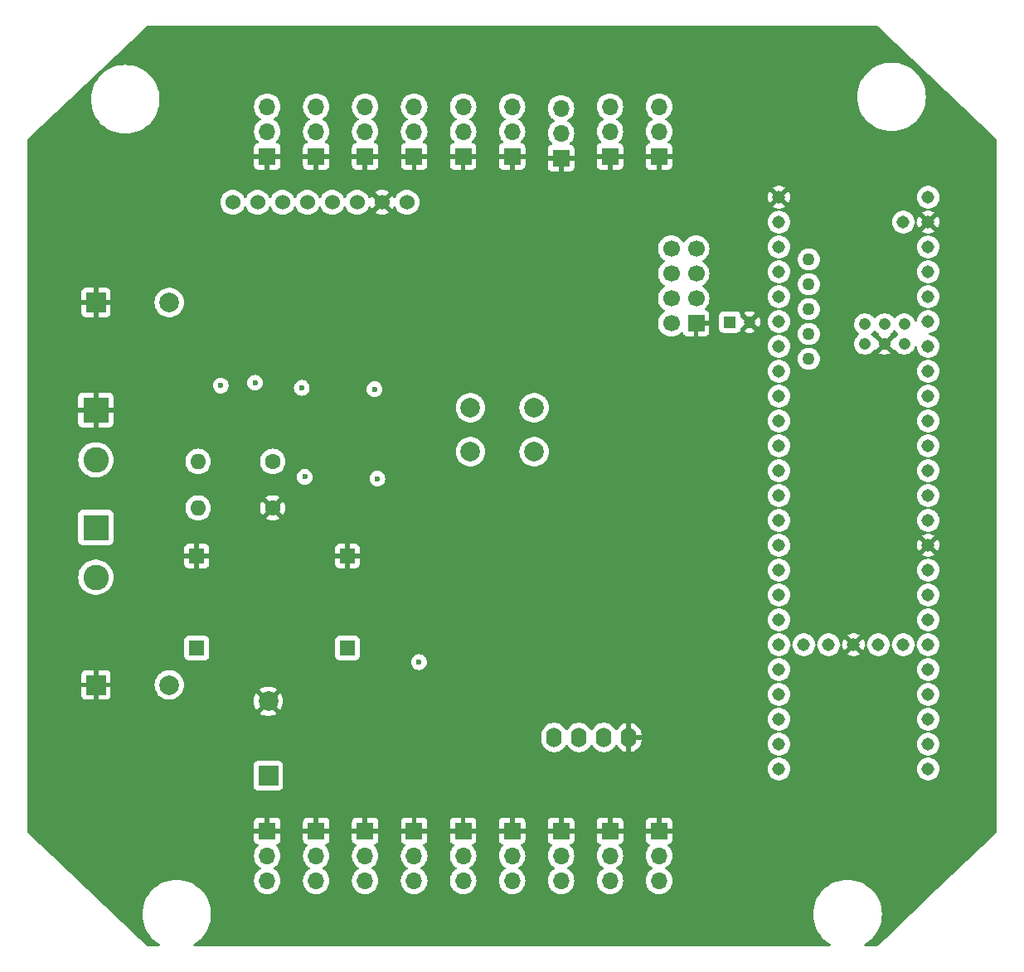
<source format=gbr>
%TF.GenerationSoftware,KiCad,Pcbnew,8.0.7*%
%TF.CreationDate,2025-07-19T14:15:59-04:00*%
%TF.ProjectId,Hexapod V2,48657861-706f-4642-9056-322e6b696361,rev?*%
%TF.SameCoordinates,Original*%
%TF.FileFunction,Copper,L2,Inr*%
%TF.FilePolarity,Positive*%
%FSLAX46Y46*%
G04 Gerber Fmt 4.6, Leading zero omitted, Abs format (unit mm)*
G04 Created by KiCad (PCBNEW 8.0.7) date 2025-07-19 14:15:59*
%MOMM*%
%LPD*%
G01*
G04 APERTURE LIST*
%TA.AperFunction,ComponentPad*%
%ADD10O,1.600000X2.000000*%
%TD*%
%TA.AperFunction,ComponentPad*%
%ADD11R,1.700000X1.700000*%
%TD*%
%TA.AperFunction,ComponentPad*%
%ADD12O,1.700000X1.700000*%
%TD*%
%TA.AperFunction,ComponentPad*%
%ADD13R,2.600000X2.600000*%
%TD*%
%TA.AperFunction,ComponentPad*%
%ADD14C,2.600000*%
%TD*%
%TA.AperFunction,ComponentPad*%
%ADD15R,2.000000X2.000000*%
%TD*%
%TA.AperFunction,ComponentPad*%
%ADD16C,2.000000*%
%TD*%
%TA.AperFunction,ComponentPad*%
%ADD17C,1.308000*%
%TD*%
%TA.AperFunction,ComponentPad*%
%ADD18C,1.258000*%
%TD*%
%TA.AperFunction,ComponentPad*%
%ADD19C,1.208000*%
%TD*%
%TA.AperFunction,ComponentPad*%
%ADD20R,1.200000X1.200000*%
%TD*%
%TA.AperFunction,ComponentPad*%
%ADD21C,1.200000*%
%TD*%
%TA.AperFunction,ComponentPad*%
%ADD22C,1.600000*%
%TD*%
%TA.AperFunction,ComponentPad*%
%ADD23O,1.600000X1.600000*%
%TD*%
%TA.AperFunction,ComponentPad*%
%ADD24C,1.524000*%
%TD*%
%TA.AperFunction,ComponentPad*%
%ADD25R,1.524000X1.524000*%
%TD*%
%TA.AperFunction,ComponentPad*%
%ADD26C,1.700000*%
%TD*%
%TA.AperFunction,ViaPad*%
%ADD27C,0.600000*%
%TD*%
G04 APERTURE END LIST*
D10*
%TO.N,GND*%
%TO.C,SSD1306*%
X134420000Y-107450000D03*
%TO.N,+3.3V*%
X131880000Y-107450000D03*
%TO.N,N/C*%
X129340000Y-107450000D03*
X126800000Y-107450000D03*
%TD*%
D11*
%TO.N,GND*%
%TO.C,T4*%
X102500000Y-48080000D03*
D12*
%TO.N,VIN*%
X102500000Y-45540000D03*
%TO.N,S8*%
X102500000Y-43000000D03*
%TD*%
D13*
%TO.N,VIN*%
%TO.C,J3*%
X80000000Y-86000000D03*
D14*
X80000000Y-91080000D03*
%TD*%
D11*
%TO.N,GND*%
%TO.C,C44*%
X132500000Y-48080000D03*
D12*
%TO.N,VIN*%
X132500000Y-45540000D03*
%TO.N,S2*%
X132500000Y-43000000D03*
%TD*%
D11*
%TO.N,GND*%
%TO.C,T2*%
X107500000Y-48080000D03*
D12*
%TO.N,VIN*%
X107500000Y-45540000D03*
%TO.N,S7*%
X107500000Y-43000000D03*
%TD*%
D11*
%TO.N,GND*%
%TO.C,T5*%
X137500000Y-117000000D03*
D12*
%TO.N,VIN*%
X137500000Y-119540000D03*
%TO.N,S10*%
X137500000Y-122080000D03*
%TD*%
D11*
%TO.N,GND*%
%TO.C,F1*%
X112500000Y-117000000D03*
D12*
%TO.N,VIN*%
X112500000Y-119540000D03*
%TO.N,S15*%
X112500000Y-122080000D03*
%TD*%
D11*
%TO.N,GND*%
%TO.C,C33*%
X102500000Y-117000000D03*
D12*
%TO.N,VIN*%
X102500000Y-119540000D03*
%TO.N,S17*%
X102500000Y-122080000D03*
%TD*%
D11*
%TO.N,GND*%
%TO.C,F4*%
X117500000Y-48080000D03*
D12*
%TO.N,VIN*%
X117500000Y-45540000D03*
%TO.N,S5*%
X117500000Y-43000000D03*
%TD*%
D15*
%TO.N,GND*%
%TO.C,C8*%
X80000000Y-63000000D03*
D16*
%TO.N,VIN*%
X87500000Y-63000000D03*
%TD*%
D17*
%TO.N,S1*%
%TO.C,U4*%
X149750000Y-54790000D03*
%TO.N,S2*%
X149750000Y-57330000D03*
%TO.N,S3*%
X149750000Y-59870000D03*
%TO.N,S4*%
X149750000Y-62410000D03*
%TO.N,+3.3V*%
X149750000Y-87810000D03*
X164990000Y-57330000D03*
X154830000Y-97970000D03*
%TO.N,S5*%
X149750000Y-64950000D03*
%TO.N,S6*%
X149750000Y-67490000D03*
D18*
%TO.N,+5V*%
X152800000Y-58600000D03*
D17*
%TO.N,S7*%
X149750000Y-70030000D03*
%TO.N,S8*%
X149750000Y-72570000D03*
%TO.N,S9*%
X149750000Y-75110000D03*
%TO.N,N/C*%
X149750000Y-77650000D03*
%TO.N,CSN*%
X149750000Y-80190000D03*
%TO.N,MOSI*%
X149750000Y-82730000D03*
%TO.N,MISO*%
X149750000Y-85270000D03*
%TO.N,SCK*%
X164990000Y-85270000D03*
%TO.N,S13*%
X164990000Y-82730000D03*
%TO.N,S14*%
X164990000Y-80190000D03*
%TO.N,Current Reading*%
X164990000Y-77650000D03*
%TO.N,N/C*%
X164990000Y-75110000D03*
%TO.N,S15*%
X164990000Y-72570000D03*
%TO.N,S16*%
X164990000Y-70030000D03*
%TO.N,VD Reading*%
X164990000Y-67490000D03*
%TO.N,unconnected-(U4-A7-Pad21)*%
X164990000Y-64950000D03*
%TO.N,S17*%
X164990000Y-62410000D03*
%TO.N,S18*%
X164990000Y-59870000D03*
%TO.N,SCL*%
X149750000Y-90350000D03*
%TO.N,SDA*%
X149750000Y-92890000D03*
%TO.N,CE*%
X149750000Y-95430000D03*
%TO.N,Buzzer*%
X149750000Y-97970000D03*
%TO.N,Button*%
X149750000Y-100510000D03*
%TO.N,unconnected-(U4-TX7-Pad29)*%
X149750000Y-103050000D03*
%TO.N,LED1*%
X149750000Y-105590000D03*
%TO.N,LED2*%
X149750000Y-108130000D03*
%TO.N,unconnected-(U4-OUT1B-Pad32)*%
X149750000Y-110670000D03*
%TO.N,S10*%
X164990000Y-110670000D03*
%TO.N,unconnected-(U4-RX8-Pad34)*%
X164990000Y-108130000D03*
%TO.N,unconnected-(U4-TX8-Pad35)*%
X164990000Y-105590000D03*
%TO.N,S11*%
X164990000Y-103050000D03*
%TO.N,S12*%
X164990000Y-100510000D03*
%TO.N,unconnected-(U4-A14-Pad38)*%
X164990000Y-97970000D03*
%TO.N,unconnected-(U4-A15-Pad39)*%
X164990000Y-95430000D03*
%TO.N,unconnected-(U4-A16-Pad40)*%
X164990000Y-92890000D03*
%TO.N,unconnected-(U4-A17-Pad41)*%
X164990000Y-90350000D03*
D18*
%TO.N,unconnected-(U4-PadD+)*%
X152800000Y-63680000D03*
%TO.N,unconnected-(U4-PadD-)*%
X152800000Y-61140000D03*
D17*
%TO.N,GND*%
X149750000Y-52250000D03*
X164990000Y-87810000D03*
X164990000Y-54790000D03*
X157370000Y-97970000D03*
D19*
X160540000Y-67220000D03*
%TO.N,unconnected-(U4-PadLED)*%
X160540000Y-65220000D03*
D17*
%TO.N,unconnected-(U4-PadON{slash}OFF)*%
X162450000Y-97970000D03*
%TO.N,unconnected-(U4-PadPROGRAM)*%
X159910000Y-97970000D03*
D19*
%TO.N,unconnected-(U4-PadR+)*%
X162540000Y-65220000D03*
%TO.N,unconnected-(U4-PadR-)*%
X162540000Y-67220000D03*
%TO.N,unconnected-(U4-PadT+)*%
X158540000Y-67220000D03*
%TO.N,unconnected-(U4-PadT-)*%
X158540000Y-65220000D03*
D18*
%TO.N,Net-(U4-USB_GND-PadUSB_GND1)*%
X152800000Y-66220000D03*
X152800000Y-68760000D03*
D17*
%TO.N,unconnected-(U4-PadVBAT)*%
X152290000Y-97970000D03*
%TO.N,+5V*%
X164990000Y-52250000D03*
%TO.N,unconnected-(U4-PadVUSB)*%
X162450000Y-54790000D03*
%TD*%
D11*
%TO.N,GND*%
%TO.C,F5*%
X122500000Y-117000000D03*
D12*
%TO.N,VIN*%
X122500000Y-119540000D03*
%TO.N,S13*%
X122500000Y-122080000D03*
%TD*%
D11*
%TO.N,GND*%
%TO.C,F3*%
X117500000Y-117000000D03*
D12*
%TO.N,VIN*%
X117500000Y-119540000D03*
%TO.N,S14*%
X117500000Y-122080000D03*
%TD*%
D11*
%TO.N,GND*%
%TO.C,F2*%
X122500000Y-48080000D03*
D12*
%TO.N,VIN*%
X122500000Y-45540000D03*
%TO.N,S4*%
X122500000Y-43000000D03*
%TD*%
D11*
%TO.N,GND*%
%TO.C,T1*%
X127500000Y-117000000D03*
D12*
%TO.N,VIN*%
X127500000Y-119540000D03*
%TO.N,S12*%
X127500000Y-122080000D03*
%TD*%
D11*
%TO.N,GND*%
%TO.C,F6*%
X112500000Y-48080000D03*
D12*
%TO.N,VIN*%
X112500000Y-45540000D03*
%TO.N,S6*%
X112500000Y-43000000D03*
%TD*%
D20*
%TO.N,+3.3V*%
%TO.C,C1*%
X144750000Y-65000000D03*
D21*
%TO.N,GND*%
X146750000Y-65000000D03*
%TD*%
D11*
%TO.N,GND*%
%TO.C,C55*%
X107500000Y-117000000D03*
D12*
%TO.N,VIN*%
X107500000Y-119540000D03*
%TO.N,S16*%
X107500000Y-122080000D03*
%TD*%
D11*
%TO.N,GND*%
%TO.C,C11*%
X97500000Y-117000000D03*
D12*
%TO.N,VIN*%
X97500000Y-119540000D03*
%TO.N,S18*%
X97500000Y-122080000D03*
%TD*%
D11*
%TO.N,GND*%
%TO.C,C44*%
X127500000Y-48250000D03*
D12*
%TO.N,VIN*%
X127500000Y-45710000D03*
%TO.N,S3*%
X127500000Y-43170000D03*
%TD*%
D22*
%TO.N,GND*%
%TO.C,R3*%
X98060000Y-84000000D03*
D23*
%TO.N,VD Reading*%
X90440000Y-84000000D03*
%TD*%
D11*
%TO.N,GND*%
%TO.C,T3*%
X132500000Y-117000000D03*
D12*
%TO.N,VIN*%
X132500000Y-119540000D03*
%TO.N,S11*%
X132500000Y-122080000D03*
%TD*%
D15*
%TO.N,Buzzer*%
%TO.C,BZ1*%
X97600000Y-111350000D03*
D16*
%TO.N,GND*%
X97600000Y-103750000D03*
%TD*%
D24*
%TO.N,+3.3V*%
%TO.C,U2*%
X111763000Y-52765000D03*
%TO.N,GND*%
X109223000Y-52765000D03*
%TO.N,SCL*%
X106683000Y-52765000D03*
%TO.N,SDA*%
X104143000Y-52765000D03*
%TO.N,unconnected-(U2-XDA-Pad5)*%
X101603000Y-52765000D03*
%TO.N,unconnected-(U2-XCL-Pad6)*%
X99063000Y-52765000D03*
%TO.N,unconnected-(U2-ADD-Pad7)*%
X96523000Y-52765000D03*
%TO.N,unconnected-(U2-INT-Pad8)*%
X93983000Y-52765000D03*
%TD*%
D13*
%TO.N,GND*%
%TO.C,J2*%
X80000000Y-74000000D03*
D14*
%TO.N,VIN*%
X80000000Y-79080000D03*
%TD*%
D25*
%TO.N,GND*%
%TO.C,U5*%
X105700000Y-88900000D03*
%TO.N,+5V*%
X105700000Y-98300000D03*
%TO.N,GND*%
X90300000Y-88900000D03*
%TO.N,VIN*%
X90300000Y-98300000D03*
%TD*%
D11*
%TO.N,GND*%
%TO.C,C22*%
X137500000Y-48080000D03*
D12*
%TO.N,VIN*%
X137500000Y-45540000D03*
%TO.N,S1*%
X137500000Y-43000000D03*
%TD*%
D11*
%TO.N,GND*%
%TO.C,T6*%
X97500000Y-48080000D03*
D12*
%TO.N,VIN*%
X97500000Y-45540000D03*
%TO.N,S9*%
X97500000Y-43000000D03*
%TD*%
D15*
%TO.N,GND*%
%TO.C,C9*%
X80000000Y-102080000D03*
D16*
%TO.N,VIN*%
X87500000Y-102080000D03*
%TD*%
D22*
%TO.N,VD Reading*%
%TO.C,R4*%
X98060000Y-79250000D03*
D23*
%TO.N,VIN*%
X90440000Y-79250000D03*
%TD*%
D11*
%TO.N,GND*%
%TO.C,U3*%
X141289500Y-65125000D03*
D26*
%TO.N,+3.3V*%
X138749500Y-65125000D03*
%TO.N,CE*%
X141289500Y-62585000D03*
%TO.N,CSN*%
X138749500Y-62585000D03*
%TO.N,SCK*%
X141289500Y-60045000D03*
%TO.N,MOSI*%
X138749500Y-60045000D03*
%TO.N,MISO*%
X141289500Y-57505000D03*
%TO.N,N/C*%
X138749500Y-57505000D03*
%TD*%
D16*
%TO.N,Button*%
%TO.C,REF\u002A\u002A*%
X124750000Y-78250000D03*
X118250000Y-78250000D03*
%TO.N,+3.3V*%
X124750000Y-73750000D03*
X118250000Y-73750000D03*
%TD*%
D27*
%TO.N,GND*%
X105525000Y-110560000D03*
X96275000Y-75365000D03*
X96250000Y-69300000D03*
X108750000Y-83975000D03*
X108450000Y-74825000D03*
X106200000Y-84150000D03*
X105900000Y-75000000D03*
%TO.N,+5V*%
X101325000Y-80825000D03*
X101025000Y-71725000D03*
X108750000Y-81000000D03*
X108450000Y-71875000D03*
X113000000Y-99750000D03*
X96250000Y-71200000D03*
X92750000Y-71500000D03*
%TD*%
%TA.AperFunction,Conductor*%
%TO.N,GND*%
G36*
X159817692Y-34770185D02*
G01*
X159836056Y-34784598D01*
X171960905Y-46303204D01*
X171995951Y-46363648D01*
X171999500Y-46393103D01*
X171999500Y-117106895D01*
X171979815Y-117173934D01*
X171960905Y-117196795D01*
X165903425Y-122951401D01*
X160594829Y-127994568D01*
X159836058Y-128715400D01*
X159773897Y-128747302D01*
X159750653Y-128749500D01*
X158592019Y-128749500D01*
X158524980Y-128729815D01*
X158479225Y-128677011D01*
X158469281Y-128607853D01*
X158498306Y-128544297D01*
X158524484Y-128521505D01*
X158810364Y-128335852D01*
X158810366Y-128335851D01*
X159095506Y-128104949D01*
X159354949Y-127845506D01*
X159585851Y-127560366D01*
X159785682Y-127252652D01*
X159952255Y-126925736D01*
X160083742Y-126583199D01*
X160178705Y-126228794D01*
X160236102Y-125866404D01*
X160255304Y-125500000D01*
X160236102Y-125133596D01*
X160178705Y-124771206D01*
X160083742Y-124416801D01*
X159952255Y-124074264D01*
X159785682Y-123747348D01*
X159585851Y-123439634D01*
X159354949Y-123154494D01*
X159095506Y-122895051D01*
X159063010Y-122868736D01*
X158810364Y-122664147D01*
X158502656Y-122464320D01*
X158175739Y-122297746D01*
X157833206Y-122166260D01*
X157833199Y-122166258D01*
X157478794Y-122071295D01*
X157478790Y-122071294D01*
X157478789Y-122071294D01*
X157116405Y-122013898D01*
X156750001Y-121994696D01*
X156749999Y-121994696D01*
X156383594Y-122013898D01*
X156021211Y-122071294D01*
X156021209Y-122071294D01*
X155666793Y-122166260D01*
X155324260Y-122297746D01*
X154997343Y-122464320D01*
X154689635Y-122664147D01*
X154404498Y-122895047D01*
X154404490Y-122895054D01*
X154145054Y-123154490D01*
X154145047Y-123154498D01*
X153914147Y-123439635D01*
X153714320Y-123747343D01*
X153547746Y-124074260D01*
X153416260Y-124416793D01*
X153321294Y-124771209D01*
X153321294Y-124771211D01*
X153263898Y-125133594D01*
X153244696Y-125499999D01*
X153244696Y-125500000D01*
X153263898Y-125866405D01*
X153321294Y-126228788D01*
X153321294Y-126228790D01*
X153416260Y-126583206D01*
X153547746Y-126925739D01*
X153714320Y-127252656D01*
X153914147Y-127560364D01*
X153914149Y-127560366D01*
X154145051Y-127845506D01*
X154404494Y-128104949D01*
X154404498Y-128104952D01*
X154689635Y-128335852D01*
X154975516Y-128521505D01*
X155021019Y-128574526D01*
X155030633Y-128643731D01*
X155001306Y-128707148D01*
X154942349Y-128744642D01*
X154907981Y-128749500D01*
X90092019Y-128749500D01*
X90024980Y-128729815D01*
X89979225Y-128677011D01*
X89969281Y-128607853D01*
X89998306Y-128544297D01*
X90024484Y-128521505D01*
X90310364Y-128335852D01*
X90310366Y-128335851D01*
X90595506Y-128104949D01*
X90854949Y-127845506D01*
X91085851Y-127560366D01*
X91285682Y-127252652D01*
X91452255Y-126925736D01*
X91583742Y-126583199D01*
X91678705Y-126228794D01*
X91736102Y-125866404D01*
X91755304Y-125500000D01*
X91736102Y-125133596D01*
X91678705Y-124771206D01*
X91583742Y-124416801D01*
X91452255Y-124074264D01*
X91285682Y-123747348D01*
X91085851Y-123439634D01*
X90854949Y-123154494D01*
X90595506Y-122895051D01*
X90563010Y-122868736D01*
X90310364Y-122664147D01*
X90002656Y-122464320D01*
X89675739Y-122297746D01*
X89333206Y-122166260D01*
X89333199Y-122166258D01*
X88978794Y-122071295D01*
X88978790Y-122071294D01*
X88978789Y-122071294D01*
X88616405Y-122013898D01*
X88250001Y-121994696D01*
X88249999Y-121994696D01*
X87883594Y-122013898D01*
X87521211Y-122071294D01*
X87521209Y-122071294D01*
X87166793Y-122166260D01*
X86824260Y-122297746D01*
X86497343Y-122464320D01*
X86189635Y-122664147D01*
X85904498Y-122895047D01*
X85904490Y-122895054D01*
X85645054Y-123154490D01*
X85645047Y-123154498D01*
X85414147Y-123439635D01*
X85214320Y-123747343D01*
X85047746Y-124074260D01*
X84916260Y-124416793D01*
X84821294Y-124771209D01*
X84821294Y-124771211D01*
X84763898Y-125133594D01*
X84744696Y-125499999D01*
X84744696Y-125500000D01*
X84763898Y-125866405D01*
X84821294Y-126228788D01*
X84821294Y-126228790D01*
X84916260Y-126583206D01*
X85047746Y-126925739D01*
X85214320Y-127252656D01*
X85414147Y-127560364D01*
X85414149Y-127560366D01*
X85645051Y-127845506D01*
X85904494Y-128104949D01*
X85904498Y-128104952D01*
X86189635Y-128335852D01*
X86475516Y-128521505D01*
X86521019Y-128574526D01*
X86530633Y-128643731D01*
X86501306Y-128707148D01*
X86442349Y-128744642D01*
X86407981Y-128749500D01*
X85249347Y-128749500D01*
X85182308Y-128729815D01*
X85163942Y-128715400D01*
X84405171Y-127994568D01*
X79096575Y-122951401D01*
X75505626Y-119539999D01*
X96144341Y-119539999D01*
X96144341Y-119540000D01*
X96164936Y-119775403D01*
X96164938Y-119775413D01*
X96226094Y-120003655D01*
X96226096Y-120003659D01*
X96226097Y-120003663D01*
X96325965Y-120217830D01*
X96325967Y-120217834D01*
X96461501Y-120411395D01*
X96461506Y-120411402D01*
X96628597Y-120578493D01*
X96628603Y-120578498D01*
X96814158Y-120708425D01*
X96857783Y-120763002D01*
X96864977Y-120832500D01*
X96833454Y-120894855D01*
X96814158Y-120911575D01*
X96628597Y-121041505D01*
X96461505Y-121208597D01*
X96325965Y-121402169D01*
X96325964Y-121402171D01*
X96226098Y-121616335D01*
X96226094Y-121616344D01*
X96164938Y-121844586D01*
X96164936Y-121844596D01*
X96144341Y-122079999D01*
X96144341Y-122080000D01*
X96164936Y-122315403D01*
X96164938Y-122315413D01*
X96226094Y-122543655D01*
X96226096Y-122543659D01*
X96226097Y-122543663D01*
X96282280Y-122664147D01*
X96325965Y-122757830D01*
X96325967Y-122757834D01*
X96422045Y-122895047D01*
X96461505Y-122951401D01*
X96628599Y-123118495D01*
X96634796Y-123122834D01*
X96822165Y-123254032D01*
X96822167Y-123254033D01*
X96822170Y-123254035D01*
X97036337Y-123353903D01*
X97264592Y-123415063D01*
X97452918Y-123431539D01*
X97499999Y-123435659D01*
X97500000Y-123435659D01*
X97500001Y-123435659D01*
X97539234Y-123432226D01*
X97735408Y-123415063D01*
X97963663Y-123353903D01*
X98177830Y-123254035D01*
X98371401Y-123118495D01*
X98538495Y-122951401D01*
X98674035Y-122757830D01*
X98773903Y-122543663D01*
X98835063Y-122315408D01*
X98855659Y-122080000D01*
X98835063Y-121844592D01*
X98773903Y-121616337D01*
X98674035Y-121402171D01*
X98538495Y-121208599D01*
X98538494Y-121208597D01*
X98371402Y-121041506D01*
X98371396Y-121041501D01*
X98185842Y-120911575D01*
X98142217Y-120856998D01*
X98135023Y-120787500D01*
X98166546Y-120725145D01*
X98185842Y-120708425D01*
X98208026Y-120692891D01*
X98371401Y-120578495D01*
X98538495Y-120411401D01*
X98674035Y-120217830D01*
X98773903Y-120003663D01*
X98835063Y-119775408D01*
X98855659Y-119540000D01*
X98855659Y-119539999D01*
X101144341Y-119539999D01*
X101144341Y-119540000D01*
X101164936Y-119775403D01*
X101164938Y-119775413D01*
X101226094Y-120003655D01*
X101226096Y-120003659D01*
X101226097Y-120003663D01*
X101325965Y-120217830D01*
X101325967Y-120217834D01*
X101461501Y-120411395D01*
X101461506Y-120411402D01*
X101628597Y-120578493D01*
X101628603Y-120578498D01*
X101814158Y-120708425D01*
X101857783Y-120763002D01*
X101864977Y-120832500D01*
X101833454Y-120894855D01*
X101814158Y-120911575D01*
X101628597Y-121041505D01*
X101461505Y-121208597D01*
X101325965Y-121402169D01*
X101325964Y-121402171D01*
X101226098Y-121616335D01*
X101226094Y-121616344D01*
X101164938Y-121844586D01*
X101164936Y-121844596D01*
X101144341Y-122079999D01*
X101144341Y-122080000D01*
X101164936Y-122315403D01*
X101164938Y-122315413D01*
X101226094Y-122543655D01*
X101226096Y-122543659D01*
X101226097Y-122543663D01*
X101282280Y-122664147D01*
X101325965Y-122757830D01*
X101325967Y-122757834D01*
X101422045Y-122895047D01*
X101461505Y-122951401D01*
X101628599Y-123118495D01*
X101634796Y-123122834D01*
X101822165Y-123254032D01*
X101822167Y-123254033D01*
X101822170Y-123254035D01*
X102036337Y-123353903D01*
X102264592Y-123415063D01*
X102452918Y-123431539D01*
X102499999Y-123435659D01*
X102500000Y-123435659D01*
X102500001Y-123435659D01*
X102539234Y-123432226D01*
X102735408Y-123415063D01*
X102963663Y-123353903D01*
X103177830Y-123254035D01*
X103371401Y-123118495D01*
X103538495Y-122951401D01*
X103674035Y-122757830D01*
X103773903Y-122543663D01*
X103835063Y-122315408D01*
X103855659Y-122080000D01*
X103835063Y-121844592D01*
X103773903Y-121616337D01*
X103674035Y-121402171D01*
X103538495Y-121208599D01*
X103538494Y-121208597D01*
X103371402Y-121041506D01*
X103371396Y-121041501D01*
X103185842Y-120911575D01*
X103142217Y-120856998D01*
X103135023Y-120787500D01*
X103166546Y-120725145D01*
X103185842Y-120708425D01*
X103208026Y-120692891D01*
X103371401Y-120578495D01*
X103538495Y-120411401D01*
X103674035Y-120217830D01*
X103773903Y-120003663D01*
X103835063Y-119775408D01*
X103855659Y-119540000D01*
X103855659Y-119539999D01*
X106144341Y-119539999D01*
X106144341Y-119540000D01*
X106164936Y-119775403D01*
X106164938Y-119775413D01*
X106226094Y-120003655D01*
X106226096Y-120003659D01*
X106226097Y-120003663D01*
X106325965Y-120217830D01*
X106325967Y-120217834D01*
X106461501Y-120411395D01*
X106461506Y-120411402D01*
X106628597Y-120578493D01*
X106628603Y-120578498D01*
X106814158Y-120708425D01*
X106857783Y-120763002D01*
X106864977Y-120832500D01*
X106833454Y-120894855D01*
X106814158Y-120911575D01*
X106628597Y-121041505D01*
X106461505Y-121208597D01*
X106325965Y-121402169D01*
X106325964Y-121402171D01*
X106226098Y-121616335D01*
X106226094Y-121616344D01*
X106164938Y-121844586D01*
X106164936Y-121844596D01*
X106144341Y-122079999D01*
X106144341Y-122080000D01*
X106164936Y-122315403D01*
X106164938Y-122315413D01*
X106226094Y-122543655D01*
X106226096Y-122543659D01*
X106226097Y-122543663D01*
X106282280Y-122664147D01*
X106325965Y-122757830D01*
X106325967Y-122757834D01*
X106422045Y-122895047D01*
X106461505Y-122951401D01*
X106628599Y-123118495D01*
X106634796Y-123122834D01*
X106822165Y-123254032D01*
X106822167Y-123254033D01*
X106822170Y-123254035D01*
X107036337Y-123353903D01*
X107264592Y-123415063D01*
X107452918Y-123431539D01*
X107499999Y-123435659D01*
X107500000Y-123435659D01*
X107500001Y-123435659D01*
X107539234Y-123432226D01*
X107735408Y-123415063D01*
X107963663Y-123353903D01*
X108177830Y-123254035D01*
X108371401Y-123118495D01*
X108538495Y-122951401D01*
X108674035Y-122757830D01*
X108773903Y-122543663D01*
X108835063Y-122315408D01*
X108855659Y-122080000D01*
X108835063Y-121844592D01*
X108773903Y-121616337D01*
X108674035Y-121402171D01*
X108538495Y-121208599D01*
X108538494Y-121208597D01*
X108371402Y-121041506D01*
X108371396Y-121041501D01*
X108185842Y-120911575D01*
X108142217Y-120856998D01*
X108135023Y-120787500D01*
X108166546Y-120725145D01*
X108185842Y-120708425D01*
X108208026Y-120692891D01*
X108371401Y-120578495D01*
X108538495Y-120411401D01*
X108674035Y-120217830D01*
X108773903Y-120003663D01*
X108835063Y-119775408D01*
X108855659Y-119540000D01*
X108855659Y-119539999D01*
X111144341Y-119539999D01*
X111144341Y-119540000D01*
X111164936Y-119775403D01*
X111164938Y-119775413D01*
X111226094Y-120003655D01*
X111226096Y-120003659D01*
X111226097Y-120003663D01*
X111325965Y-120217830D01*
X111325967Y-120217834D01*
X111461501Y-120411395D01*
X111461506Y-120411402D01*
X111628597Y-120578493D01*
X111628603Y-120578498D01*
X111814158Y-120708425D01*
X111857783Y-120763002D01*
X111864977Y-120832500D01*
X111833454Y-120894855D01*
X111814158Y-120911575D01*
X111628597Y-121041505D01*
X111461505Y-121208597D01*
X111325965Y-121402169D01*
X111325964Y-121402171D01*
X111226098Y-121616335D01*
X111226094Y-121616344D01*
X111164938Y-121844586D01*
X111164936Y-121844596D01*
X111144341Y-122079999D01*
X111144341Y-122080000D01*
X111164936Y-122315403D01*
X111164938Y-122315413D01*
X111226094Y-122543655D01*
X111226096Y-122543659D01*
X111226097Y-122543663D01*
X111282280Y-122664147D01*
X111325965Y-122757830D01*
X111325967Y-122757834D01*
X111422045Y-122895047D01*
X111461505Y-122951401D01*
X111628599Y-123118495D01*
X111634796Y-123122834D01*
X111822165Y-123254032D01*
X111822167Y-123254033D01*
X111822170Y-123254035D01*
X112036337Y-123353903D01*
X112264592Y-123415063D01*
X112452918Y-123431539D01*
X112499999Y-123435659D01*
X112500000Y-123435659D01*
X112500001Y-123435659D01*
X112539234Y-123432226D01*
X112735408Y-123415063D01*
X112963663Y-123353903D01*
X113177830Y-123254035D01*
X113371401Y-123118495D01*
X113538495Y-122951401D01*
X113674035Y-122757830D01*
X113773903Y-122543663D01*
X113835063Y-122315408D01*
X113855659Y-122080000D01*
X113835063Y-121844592D01*
X113773903Y-121616337D01*
X113674035Y-121402171D01*
X113538495Y-121208599D01*
X113538494Y-121208597D01*
X113371402Y-121041506D01*
X113371396Y-121041501D01*
X113185842Y-120911575D01*
X113142217Y-120856998D01*
X113135023Y-120787500D01*
X113166546Y-120725145D01*
X113185842Y-120708425D01*
X113208026Y-120692891D01*
X113371401Y-120578495D01*
X113538495Y-120411401D01*
X113674035Y-120217830D01*
X113773903Y-120003663D01*
X113835063Y-119775408D01*
X113855659Y-119540000D01*
X113855659Y-119539999D01*
X116144341Y-119539999D01*
X116144341Y-119540000D01*
X116164936Y-119775403D01*
X116164938Y-119775413D01*
X116226094Y-120003655D01*
X116226096Y-120003659D01*
X116226097Y-120003663D01*
X116325965Y-120217830D01*
X116325967Y-120217834D01*
X116461501Y-120411395D01*
X116461506Y-120411402D01*
X116628597Y-120578493D01*
X116628603Y-120578498D01*
X116814158Y-120708425D01*
X116857783Y-120763002D01*
X116864977Y-120832500D01*
X116833454Y-120894855D01*
X116814158Y-120911575D01*
X116628597Y-121041505D01*
X116461505Y-121208597D01*
X116325965Y-121402169D01*
X116325964Y-121402171D01*
X116226098Y-121616335D01*
X116226094Y-121616344D01*
X116164938Y-121844586D01*
X116164936Y-121844596D01*
X116144341Y-122079999D01*
X116144341Y-122080000D01*
X116164936Y-122315403D01*
X116164938Y-122315413D01*
X116226094Y-122543655D01*
X116226096Y-122543659D01*
X116226097Y-122543663D01*
X116282280Y-122664147D01*
X116325965Y-122757830D01*
X116325967Y-122757834D01*
X116422045Y-122895047D01*
X116461505Y-122951401D01*
X116628599Y-123118495D01*
X116634796Y-123122834D01*
X116822165Y-123254032D01*
X116822167Y-123254033D01*
X116822170Y-123254035D01*
X117036337Y-123353903D01*
X117264592Y-123415063D01*
X117452918Y-123431539D01*
X117499999Y-123435659D01*
X117500000Y-123435659D01*
X117500001Y-123435659D01*
X117539234Y-123432226D01*
X117735408Y-123415063D01*
X117963663Y-123353903D01*
X118177830Y-123254035D01*
X118371401Y-123118495D01*
X118538495Y-122951401D01*
X118674035Y-122757830D01*
X118773903Y-122543663D01*
X118835063Y-122315408D01*
X118855659Y-122080000D01*
X118835063Y-121844592D01*
X118773903Y-121616337D01*
X118674035Y-121402171D01*
X118538495Y-121208599D01*
X118538494Y-121208597D01*
X118371402Y-121041506D01*
X118371396Y-121041501D01*
X118185842Y-120911575D01*
X118142217Y-120856998D01*
X118135023Y-120787500D01*
X118166546Y-120725145D01*
X118185842Y-120708425D01*
X118208026Y-120692891D01*
X118371401Y-120578495D01*
X118538495Y-120411401D01*
X118674035Y-120217830D01*
X118773903Y-120003663D01*
X118835063Y-119775408D01*
X118855659Y-119540000D01*
X118855659Y-119539999D01*
X121144341Y-119539999D01*
X121144341Y-119540000D01*
X121164936Y-119775403D01*
X121164938Y-119775413D01*
X121226094Y-120003655D01*
X121226096Y-120003659D01*
X121226097Y-120003663D01*
X121325965Y-120217830D01*
X121325967Y-120217834D01*
X121461501Y-120411395D01*
X121461506Y-120411402D01*
X121628597Y-120578493D01*
X121628603Y-120578498D01*
X121814158Y-120708425D01*
X121857783Y-120763002D01*
X121864977Y-120832500D01*
X121833454Y-120894855D01*
X121814158Y-120911575D01*
X121628597Y-121041505D01*
X121461505Y-121208597D01*
X121325965Y-121402169D01*
X121325964Y-121402171D01*
X121226098Y-121616335D01*
X121226094Y-121616344D01*
X121164938Y-121844586D01*
X121164936Y-121844596D01*
X121144341Y-122079999D01*
X121144341Y-122080000D01*
X121164936Y-122315403D01*
X121164938Y-122315413D01*
X121226094Y-122543655D01*
X121226096Y-122543659D01*
X121226097Y-122543663D01*
X121282280Y-122664147D01*
X121325965Y-122757830D01*
X121325967Y-122757834D01*
X121422045Y-122895047D01*
X121461505Y-122951401D01*
X121628599Y-123118495D01*
X121634796Y-123122834D01*
X121822165Y-123254032D01*
X121822167Y-123254033D01*
X121822170Y-123254035D01*
X122036337Y-123353903D01*
X122264592Y-123415063D01*
X122452918Y-123431539D01*
X122499999Y-123435659D01*
X122500000Y-123435659D01*
X122500001Y-123435659D01*
X122539234Y-123432226D01*
X122735408Y-123415063D01*
X122963663Y-123353903D01*
X123177830Y-123254035D01*
X123371401Y-123118495D01*
X123538495Y-122951401D01*
X123674035Y-122757830D01*
X123773903Y-122543663D01*
X123835063Y-122315408D01*
X123855659Y-122080000D01*
X123835063Y-121844592D01*
X123773903Y-121616337D01*
X123674035Y-121402171D01*
X123538495Y-121208599D01*
X123538494Y-121208597D01*
X123371402Y-121041506D01*
X123371396Y-121041501D01*
X123185842Y-120911575D01*
X123142217Y-120856998D01*
X123135023Y-120787500D01*
X123166546Y-120725145D01*
X123185842Y-120708425D01*
X123208026Y-120692891D01*
X123371401Y-120578495D01*
X123538495Y-120411401D01*
X123674035Y-120217830D01*
X123773903Y-120003663D01*
X123835063Y-119775408D01*
X123855659Y-119540000D01*
X123855659Y-119539999D01*
X126144341Y-119539999D01*
X126144341Y-119540000D01*
X126164936Y-119775403D01*
X126164938Y-119775413D01*
X126226094Y-120003655D01*
X126226096Y-120003659D01*
X126226097Y-120003663D01*
X126325965Y-120217830D01*
X126325967Y-120217834D01*
X126461501Y-120411395D01*
X126461506Y-120411402D01*
X126628597Y-120578493D01*
X126628603Y-120578498D01*
X126814158Y-120708425D01*
X126857783Y-120763002D01*
X126864977Y-120832500D01*
X126833454Y-120894855D01*
X126814158Y-120911575D01*
X126628597Y-121041505D01*
X126461505Y-121208597D01*
X126325965Y-121402169D01*
X126325964Y-121402171D01*
X126226098Y-121616335D01*
X126226094Y-121616344D01*
X126164938Y-121844586D01*
X126164936Y-121844596D01*
X126144341Y-122079999D01*
X126144341Y-122080000D01*
X126164936Y-122315403D01*
X126164938Y-122315413D01*
X126226094Y-122543655D01*
X126226096Y-122543659D01*
X126226097Y-122543663D01*
X126282280Y-122664147D01*
X126325965Y-122757830D01*
X126325967Y-122757834D01*
X126422045Y-122895047D01*
X126461505Y-122951401D01*
X126628599Y-123118495D01*
X126634796Y-123122834D01*
X126822165Y-123254032D01*
X126822167Y-123254033D01*
X126822170Y-123254035D01*
X127036337Y-123353903D01*
X127264592Y-123415063D01*
X127452918Y-123431539D01*
X127499999Y-123435659D01*
X127500000Y-123435659D01*
X127500001Y-123435659D01*
X127539234Y-123432226D01*
X127735408Y-123415063D01*
X127963663Y-123353903D01*
X128177830Y-123254035D01*
X128371401Y-123118495D01*
X128538495Y-122951401D01*
X128674035Y-122757830D01*
X128773903Y-122543663D01*
X128835063Y-122315408D01*
X128855659Y-122080000D01*
X128835063Y-121844592D01*
X128773903Y-121616337D01*
X128674035Y-121402171D01*
X128538495Y-121208599D01*
X128538494Y-121208597D01*
X128371402Y-121041506D01*
X128371396Y-121041501D01*
X128185842Y-120911575D01*
X128142217Y-120856998D01*
X128135023Y-120787500D01*
X128166546Y-120725145D01*
X128185842Y-120708425D01*
X128208026Y-120692891D01*
X128371401Y-120578495D01*
X128538495Y-120411401D01*
X128674035Y-120217830D01*
X128773903Y-120003663D01*
X128835063Y-119775408D01*
X128855659Y-119540000D01*
X128855659Y-119539999D01*
X131144341Y-119539999D01*
X131144341Y-119540000D01*
X131164936Y-119775403D01*
X131164938Y-119775413D01*
X131226094Y-120003655D01*
X131226096Y-120003659D01*
X131226097Y-120003663D01*
X131325965Y-120217830D01*
X131325967Y-120217834D01*
X131461501Y-120411395D01*
X131461506Y-120411402D01*
X131628597Y-120578493D01*
X131628603Y-120578498D01*
X131814158Y-120708425D01*
X131857783Y-120763002D01*
X131864977Y-120832500D01*
X131833454Y-120894855D01*
X131814158Y-120911575D01*
X131628597Y-121041505D01*
X131461505Y-121208597D01*
X131325965Y-121402169D01*
X131325964Y-121402171D01*
X131226098Y-121616335D01*
X131226094Y-121616344D01*
X131164938Y-121844586D01*
X131164936Y-121844596D01*
X131144341Y-122079999D01*
X131144341Y-122080000D01*
X131164936Y-122315403D01*
X131164938Y-122315413D01*
X131226094Y-122543655D01*
X131226096Y-122543659D01*
X131226097Y-122543663D01*
X131282280Y-122664147D01*
X131325965Y-122757830D01*
X131325967Y-122757834D01*
X131422045Y-122895047D01*
X131461505Y-122951401D01*
X131628599Y-123118495D01*
X131634796Y-123122834D01*
X131822165Y-123254032D01*
X131822167Y-123254033D01*
X131822170Y-123254035D01*
X132036337Y-123353903D01*
X132264592Y-123415063D01*
X132452918Y-123431539D01*
X132499999Y-123435659D01*
X132500000Y-123435659D01*
X132500001Y-123435659D01*
X132539234Y-123432226D01*
X132735408Y-123415063D01*
X132963663Y-123353903D01*
X133177830Y-123254035D01*
X133371401Y-123118495D01*
X133538495Y-122951401D01*
X133674035Y-122757830D01*
X133773903Y-122543663D01*
X133835063Y-122315408D01*
X133855659Y-122080000D01*
X133835063Y-121844592D01*
X133773903Y-121616337D01*
X133674035Y-121402171D01*
X133538495Y-121208599D01*
X133538494Y-121208597D01*
X133371402Y-121041506D01*
X133371396Y-121041501D01*
X133185842Y-120911575D01*
X133142217Y-120856998D01*
X133135023Y-120787500D01*
X133166546Y-120725145D01*
X133185842Y-120708425D01*
X133208026Y-120692891D01*
X133371401Y-120578495D01*
X133538495Y-120411401D01*
X133674035Y-120217830D01*
X133773903Y-120003663D01*
X133835063Y-119775408D01*
X133855659Y-119540000D01*
X133855659Y-119539999D01*
X136144341Y-119539999D01*
X136144341Y-119540000D01*
X136164936Y-119775403D01*
X136164938Y-119775413D01*
X136226094Y-120003655D01*
X136226096Y-120003659D01*
X136226097Y-120003663D01*
X136325965Y-120217830D01*
X136325967Y-120217834D01*
X136461501Y-120411395D01*
X136461506Y-120411402D01*
X136628597Y-120578493D01*
X136628603Y-120578498D01*
X136814158Y-120708425D01*
X136857783Y-120763002D01*
X136864977Y-120832500D01*
X136833454Y-120894855D01*
X136814158Y-120911575D01*
X136628597Y-121041505D01*
X136461505Y-121208597D01*
X136325965Y-121402169D01*
X136325964Y-121402171D01*
X136226098Y-121616335D01*
X136226094Y-121616344D01*
X136164938Y-121844586D01*
X136164936Y-121844596D01*
X136144341Y-122079999D01*
X136144341Y-122080000D01*
X136164936Y-122315403D01*
X136164938Y-122315413D01*
X136226094Y-122543655D01*
X136226096Y-122543659D01*
X136226097Y-122543663D01*
X136282280Y-122664147D01*
X136325965Y-122757830D01*
X136325967Y-122757834D01*
X136422045Y-122895047D01*
X136461505Y-122951401D01*
X136628599Y-123118495D01*
X136634796Y-123122834D01*
X136822165Y-123254032D01*
X136822167Y-123254033D01*
X136822170Y-123254035D01*
X137036337Y-123353903D01*
X137264592Y-123415063D01*
X137452918Y-123431539D01*
X137499999Y-123435659D01*
X137500000Y-123435659D01*
X137500001Y-123435659D01*
X137539234Y-123432226D01*
X137735408Y-123415063D01*
X137963663Y-123353903D01*
X138177830Y-123254035D01*
X138371401Y-123118495D01*
X138538495Y-122951401D01*
X138674035Y-122757830D01*
X138773903Y-122543663D01*
X138835063Y-122315408D01*
X138855659Y-122080000D01*
X138835063Y-121844592D01*
X138773903Y-121616337D01*
X138674035Y-121402171D01*
X138538495Y-121208599D01*
X138538494Y-121208597D01*
X138371402Y-121041506D01*
X138371396Y-121041501D01*
X138185842Y-120911575D01*
X138142217Y-120856998D01*
X138135023Y-120787500D01*
X138166546Y-120725145D01*
X138185842Y-120708425D01*
X138208026Y-120692891D01*
X138371401Y-120578495D01*
X138538495Y-120411401D01*
X138674035Y-120217830D01*
X138773903Y-120003663D01*
X138835063Y-119775408D01*
X138855659Y-119540000D01*
X138835063Y-119304592D01*
X138773903Y-119076337D01*
X138674035Y-118862171D01*
X138538495Y-118668599D01*
X138416179Y-118546283D01*
X138382696Y-118484963D01*
X138387680Y-118415271D01*
X138429551Y-118359337D01*
X138460529Y-118342422D01*
X138592086Y-118293354D01*
X138592093Y-118293350D01*
X138707187Y-118207190D01*
X138707190Y-118207187D01*
X138793350Y-118092093D01*
X138793354Y-118092086D01*
X138843596Y-117957379D01*
X138843598Y-117957372D01*
X138849999Y-117897844D01*
X138850000Y-117897827D01*
X138850000Y-117250000D01*
X137933012Y-117250000D01*
X137965925Y-117192993D01*
X138000000Y-117065826D01*
X138000000Y-116934174D01*
X137965925Y-116807007D01*
X137933012Y-116750000D01*
X138850000Y-116750000D01*
X138850000Y-116102172D01*
X138849999Y-116102155D01*
X138843598Y-116042627D01*
X138843596Y-116042620D01*
X138793354Y-115907913D01*
X138793350Y-115907906D01*
X138707190Y-115792812D01*
X138707187Y-115792809D01*
X138592093Y-115706649D01*
X138592086Y-115706645D01*
X138457379Y-115656403D01*
X138457372Y-115656401D01*
X138397844Y-115650000D01*
X137750000Y-115650000D01*
X137750000Y-116566988D01*
X137692993Y-116534075D01*
X137565826Y-116500000D01*
X137434174Y-116500000D01*
X137307007Y-116534075D01*
X137250000Y-116566988D01*
X137250000Y-115650000D01*
X136602155Y-115650000D01*
X136542627Y-115656401D01*
X136542620Y-115656403D01*
X136407913Y-115706645D01*
X136407906Y-115706649D01*
X136292812Y-115792809D01*
X136292809Y-115792812D01*
X136206649Y-115907906D01*
X136206645Y-115907913D01*
X136156403Y-116042620D01*
X136156401Y-116042627D01*
X136150000Y-116102155D01*
X136150000Y-116750000D01*
X137066988Y-116750000D01*
X137034075Y-116807007D01*
X137000000Y-116934174D01*
X137000000Y-117065826D01*
X137034075Y-117192993D01*
X137066988Y-117250000D01*
X136150000Y-117250000D01*
X136150000Y-117897844D01*
X136156401Y-117957372D01*
X136156403Y-117957379D01*
X136206645Y-118092086D01*
X136206649Y-118092093D01*
X136292809Y-118207187D01*
X136292812Y-118207190D01*
X136407906Y-118293350D01*
X136407913Y-118293354D01*
X136539470Y-118342421D01*
X136595403Y-118384292D01*
X136619821Y-118449756D01*
X136604970Y-118518029D01*
X136583819Y-118546284D01*
X136461503Y-118668600D01*
X136325965Y-118862169D01*
X136325964Y-118862171D01*
X136226098Y-119076335D01*
X136226094Y-119076344D01*
X136164938Y-119304586D01*
X136164936Y-119304596D01*
X136144341Y-119539999D01*
X133855659Y-119539999D01*
X133835063Y-119304592D01*
X133773903Y-119076337D01*
X133674035Y-118862171D01*
X133538495Y-118668599D01*
X133416179Y-118546283D01*
X133382696Y-118484963D01*
X133387680Y-118415271D01*
X133429551Y-118359337D01*
X133460529Y-118342422D01*
X133592086Y-118293354D01*
X133592093Y-118293350D01*
X133707187Y-118207190D01*
X133707190Y-118207187D01*
X133793350Y-118092093D01*
X133793354Y-118092086D01*
X133843596Y-117957379D01*
X133843598Y-117957372D01*
X133849999Y-117897844D01*
X133850000Y-117897827D01*
X133850000Y-117250000D01*
X132933012Y-117250000D01*
X132965925Y-117192993D01*
X133000000Y-117065826D01*
X133000000Y-116934174D01*
X132965925Y-116807007D01*
X132933012Y-116750000D01*
X133850000Y-116750000D01*
X133850000Y-116102172D01*
X133849999Y-116102155D01*
X133843598Y-116042627D01*
X133843596Y-116042620D01*
X133793354Y-115907913D01*
X133793350Y-115907906D01*
X133707190Y-115792812D01*
X133707187Y-115792809D01*
X133592093Y-115706649D01*
X133592086Y-115706645D01*
X133457379Y-115656403D01*
X133457372Y-115656401D01*
X133397844Y-115650000D01*
X132750000Y-115650000D01*
X132750000Y-116566988D01*
X132692993Y-116534075D01*
X132565826Y-116500000D01*
X132434174Y-116500000D01*
X132307007Y-116534075D01*
X132250000Y-116566988D01*
X132250000Y-115650000D01*
X131602155Y-115650000D01*
X131542627Y-115656401D01*
X131542620Y-115656403D01*
X131407913Y-115706645D01*
X131407906Y-115706649D01*
X131292812Y-115792809D01*
X131292809Y-115792812D01*
X131206649Y-115907906D01*
X131206645Y-115907913D01*
X131156403Y-116042620D01*
X131156401Y-116042627D01*
X131150000Y-116102155D01*
X131150000Y-116750000D01*
X132066988Y-116750000D01*
X132034075Y-116807007D01*
X132000000Y-116934174D01*
X132000000Y-117065826D01*
X132034075Y-117192993D01*
X132066988Y-117250000D01*
X131150000Y-117250000D01*
X131150000Y-117897844D01*
X131156401Y-117957372D01*
X131156403Y-117957379D01*
X131206645Y-118092086D01*
X131206649Y-118092093D01*
X131292809Y-118207187D01*
X131292812Y-118207190D01*
X131407906Y-118293350D01*
X131407913Y-118293354D01*
X131539470Y-118342421D01*
X131595403Y-118384292D01*
X131619821Y-118449756D01*
X131604970Y-118518029D01*
X131583819Y-118546284D01*
X131461503Y-118668600D01*
X131325965Y-118862169D01*
X131325964Y-118862171D01*
X131226098Y-119076335D01*
X131226094Y-119076344D01*
X131164938Y-119304586D01*
X131164936Y-119304596D01*
X131144341Y-119539999D01*
X128855659Y-119539999D01*
X128835063Y-119304592D01*
X128773903Y-119076337D01*
X128674035Y-118862171D01*
X128538495Y-118668599D01*
X128416179Y-118546283D01*
X128382696Y-118484963D01*
X128387680Y-118415271D01*
X128429551Y-118359337D01*
X128460529Y-118342422D01*
X128592086Y-118293354D01*
X128592093Y-118293350D01*
X128707187Y-118207190D01*
X128707190Y-118207187D01*
X128793350Y-118092093D01*
X128793354Y-118092086D01*
X128843596Y-117957379D01*
X128843598Y-117957372D01*
X128849999Y-117897844D01*
X128850000Y-117897827D01*
X128850000Y-117250000D01*
X127933012Y-117250000D01*
X127965925Y-117192993D01*
X128000000Y-117065826D01*
X128000000Y-116934174D01*
X127965925Y-116807007D01*
X127933012Y-116750000D01*
X128850000Y-116750000D01*
X128850000Y-116102172D01*
X128849999Y-116102155D01*
X128843598Y-116042627D01*
X128843596Y-116042620D01*
X128793354Y-115907913D01*
X128793350Y-115907906D01*
X128707190Y-115792812D01*
X128707187Y-115792809D01*
X128592093Y-115706649D01*
X128592086Y-115706645D01*
X128457379Y-115656403D01*
X128457372Y-115656401D01*
X128397844Y-115650000D01*
X127750000Y-115650000D01*
X127750000Y-116566988D01*
X127692993Y-116534075D01*
X127565826Y-116500000D01*
X127434174Y-116500000D01*
X127307007Y-116534075D01*
X127250000Y-116566988D01*
X127250000Y-115650000D01*
X126602155Y-115650000D01*
X126542627Y-115656401D01*
X126542620Y-115656403D01*
X126407913Y-115706645D01*
X126407906Y-115706649D01*
X126292812Y-115792809D01*
X126292809Y-115792812D01*
X126206649Y-115907906D01*
X126206645Y-115907913D01*
X126156403Y-116042620D01*
X126156401Y-116042627D01*
X126150000Y-116102155D01*
X126150000Y-116750000D01*
X127066988Y-116750000D01*
X127034075Y-116807007D01*
X127000000Y-116934174D01*
X127000000Y-117065826D01*
X127034075Y-117192993D01*
X127066988Y-117250000D01*
X126150000Y-117250000D01*
X126150000Y-117897844D01*
X126156401Y-117957372D01*
X126156403Y-117957379D01*
X126206645Y-118092086D01*
X126206649Y-118092093D01*
X126292809Y-118207187D01*
X126292812Y-118207190D01*
X126407906Y-118293350D01*
X126407913Y-118293354D01*
X126539470Y-118342421D01*
X126595403Y-118384292D01*
X126619821Y-118449756D01*
X126604970Y-118518029D01*
X126583819Y-118546284D01*
X126461503Y-118668600D01*
X126325965Y-118862169D01*
X126325964Y-118862171D01*
X126226098Y-119076335D01*
X126226094Y-119076344D01*
X126164938Y-119304586D01*
X126164936Y-119304596D01*
X126144341Y-119539999D01*
X123855659Y-119539999D01*
X123835063Y-119304592D01*
X123773903Y-119076337D01*
X123674035Y-118862171D01*
X123538495Y-118668599D01*
X123416179Y-118546283D01*
X123382696Y-118484963D01*
X123387680Y-118415271D01*
X123429551Y-118359337D01*
X123460529Y-118342422D01*
X123592086Y-118293354D01*
X123592093Y-118293350D01*
X123707187Y-118207190D01*
X123707190Y-118207187D01*
X123793350Y-118092093D01*
X123793354Y-118092086D01*
X123843596Y-117957379D01*
X123843598Y-117957372D01*
X123849999Y-117897844D01*
X123850000Y-117897827D01*
X123850000Y-117250000D01*
X122933012Y-117250000D01*
X122965925Y-117192993D01*
X123000000Y-117065826D01*
X123000000Y-116934174D01*
X122965925Y-116807007D01*
X122933012Y-116750000D01*
X123850000Y-116750000D01*
X123850000Y-116102172D01*
X123849999Y-116102155D01*
X123843598Y-116042627D01*
X123843596Y-116042620D01*
X123793354Y-115907913D01*
X123793350Y-115907906D01*
X123707190Y-115792812D01*
X123707187Y-115792809D01*
X123592093Y-115706649D01*
X123592086Y-115706645D01*
X123457379Y-115656403D01*
X123457372Y-115656401D01*
X123397844Y-115650000D01*
X122750000Y-115650000D01*
X122750000Y-116566988D01*
X122692993Y-116534075D01*
X122565826Y-116500000D01*
X122434174Y-116500000D01*
X122307007Y-116534075D01*
X122250000Y-116566988D01*
X122250000Y-115650000D01*
X121602155Y-115650000D01*
X121542627Y-115656401D01*
X121542620Y-115656403D01*
X121407913Y-115706645D01*
X121407906Y-115706649D01*
X121292812Y-115792809D01*
X121292809Y-115792812D01*
X121206649Y-115907906D01*
X121206645Y-115907913D01*
X121156403Y-116042620D01*
X121156401Y-116042627D01*
X121150000Y-116102155D01*
X121150000Y-116750000D01*
X122066988Y-116750000D01*
X122034075Y-116807007D01*
X122000000Y-116934174D01*
X122000000Y-117065826D01*
X122034075Y-117192993D01*
X122066988Y-117250000D01*
X121150000Y-117250000D01*
X121150000Y-117897844D01*
X121156401Y-117957372D01*
X121156403Y-117957379D01*
X121206645Y-118092086D01*
X121206649Y-118092093D01*
X121292809Y-118207187D01*
X121292812Y-118207190D01*
X121407906Y-118293350D01*
X121407913Y-118293354D01*
X121539470Y-118342421D01*
X121595403Y-118384292D01*
X121619821Y-118449756D01*
X121604970Y-118518029D01*
X121583819Y-118546284D01*
X121461503Y-118668600D01*
X121325965Y-118862169D01*
X121325964Y-118862171D01*
X121226098Y-119076335D01*
X121226094Y-119076344D01*
X121164938Y-119304586D01*
X121164936Y-119304596D01*
X121144341Y-119539999D01*
X118855659Y-119539999D01*
X118835063Y-119304592D01*
X118773903Y-119076337D01*
X118674035Y-118862171D01*
X118538495Y-118668599D01*
X118416179Y-118546283D01*
X118382696Y-118484963D01*
X118387680Y-118415271D01*
X118429551Y-118359337D01*
X118460529Y-118342422D01*
X118592086Y-118293354D01*
X118592093Y-118293350D01*
X118707187Y-118207190D01*
X118707190Y-118207187D01*
X118793350Y-118092093D01*
X118793354Y-118092086D01*
X118843596Y-117957379D01*
X118843598Y-117957372D01*
X118849999Y-117897844D01*
X118850000Y-117897827D01*
X118850000Y-117250000D01*
X117933012Y-117250000D01*
X117965925Y-117192993D01*
X118000000Y-117065826D01*
X118000000Y-116934174D01*
X117965925Y-116807007D01*
X117933012Y-116750000D01*
X118850000Y-116750000D01*
X118850000Y-116102172D01*
X118849999Y-116102155D01*
X118843598Y-116042627D01*
X118843596Y-116042620D01*
X118793354Y-115907913D01*
X118793350Y-115907906D01*
X118707190Y-115792812D01*
X118707187Y-115792809D01*
X118592093Y-115706649D01*
X118592086Y-115706645D01*
X118457379Y-115656403D01*
X118457372Y-115656401D01*
X118397844Y-115650000D01*
X117750000Y-115650000D01*
X117750000Y-116566988D01*
X117692993Y-116534075D01*
X117565826Y-116500000D01*
X117434174Y-116500000D01*
X117307007Y-116534075D01*
X117250000Y-116566988D01*
X117250000Y-115650000D01*
X116602155Y-115650000D01*
X116542627Y-115656401D01*
X116542620Y-115656403D01*
X116407913Y-115706645D01*
X116407906Y-115706649D01*
X116292812Y-115792809D01*
X116292809Y-115792812D01*
X116206649Y-115907906D01*
X116206645Y-115907913D01*
X116156403Y-116042620D01*
X116156401Y-116042627D01*
X116150000Y-116102155D01*
X116150000Y-116750000D01*
X117066988Y-116750000D01*
X117034075Y-116807007D01*
X117000000Y-116934174D01*
X117000000Y-117065826D01*
X117034075Y-117192993D01*
X117066988Y-117250000D01*
X116150000Y-117250000D01*
X116150000Y-117897844D01*
X116156401Y-117957372D01*
X116156403Y-117957379D01*
X116206645Y-118092086D01*
X116206649Y-118092093D01*
X116292809Y-118207187D01*
X116292812Y-118207190D01*
X116407906Y-118293350D01*
X116407913Y-118293354D01*
X116539470Y-118342421D01*
X116595403Y-118384292D01*
X116619821Y-118449756D01*
X116604970Y-118518029D01*
X116583819Y-118546284D01*
X116461503Y-118668600D01*
X116325965Y-118862169D01*
X116325964Y-118862171D01*
X116226098Y-119076335D01*
X116226094Y-119076344D01*
X116164938Y-119304586D01*
X116164936Y-119304596D01*
X116144341Y-119539999D01*
X113855659Y-119539999D01*
X113835063Y-119304592D01*
X113773903Y-119076337D01*
X113674035Y-118862171D01*
X113538495Y-118668599D01*
X113416179Y-118546283D01*
X113382696Y-118484963D01*
X113387680Y-118415271D01*
X113429551Y-118359337D01*
X113460529Y-118342422D01*
X113592086Y-118293354D01*
X113592093Y-118293350D01*
X113707187Y-118207190D01*
X113707190Y-118207187D01*
X113793350Y-118092093D01*
X113793354Y-118092086D01*
X113843596Y-117957379D01*
X113843598Y-117957372D01*
X113849999Y-117897844D01*
X113850000Y-117897827D01*
X113850000Y-117250000D01*
X112933012Y-117250000D01*
X112965925Y-117192993D01*
X113000000Y-117065826D01*
X113000000Y-116934174D01*
X112965925Y-116807007D01*
X112933012Y-116750000D01*
X113850000Y-116750000D01*
X113850000Y-116102172D01*
X113849999Y-116102155D01*
X113843598Y-116042627D01*
X113843596Y-116042620D01*
X113793354Y-115907913D01*
X113793350Y-115907906D01*
X113707190Y-115792812D01*
X113707187Y-115792809D01*
X113592093Y-115706649D01*
X113592086Y-115706645D01*
X113457379Y-115656403D01*
X113457372Y-115656401D01*
X113397844Y-115650000D01*
X112750000Y-115650000D01*
X112750000Y-116566988D01*
X112692993Y-116534075D01*
X112565826Y-116500000D01*
X112434174Y-116500000D01*
X112307007Y-116534075D01*
X112250000Y-116566988D01*
X112250000Y-115650000D01*
X111602155Y-115650000D01*
X111542627Y-115656401D01*
X111542620Y-115656403D01*
X111407913Y-115706645D01*
X111407906Y-115706649D01*
X111292812Y-115792809D01*
X111292809Y-115792812D01*
X111206649Y-115907906D01*
X111206645Y-115907913D01*
X111156403Y-116042620D01*
X111156401Y-116042627D01*
X111150000Y-116102155D01*
X111150000Y-116750000D01*
X112066988Y-116750000D01*
X112034075Y-116807007D01*
X112000000Y-116934174D01*
X112000000Y-117065826D01*
X112034075Y-117192993D01*
X112066988Y-117250000D01*
X111150000Y-117250000D01*
X111150000Y-117897844D01*
X111156401Y-117957372D01*
X111156403Y-117957379D01*
X111206645Y-118092086D01*
X111206649Y-118092093D01*
X111292809Y-118207187D01*
X111292812Y-118207190D01*
X111407906Y-118293350D01*
X111407913Y-118293354D01*
X111539470Y-118342421D01*
X111595403Y-118384292D01*
X111619821Y-118449756D01*
X111604970Y-118518029D01*
X111583819Y-118546284D01*
X111461503Y-118668600D01*
X111325965Y-118862169D01*
X111325964Y-118862171D01*
X111226098Y-119076335D01*
X111226094Y-119076344D01*
X111164938Y-119304586D01*
X111164936Y-119304596D01*
X111144341Y-119539999D01*
X108855659Y-119539999D01*
X108835063Y-119304592D01*
X108773903Y-119076337D01*
X108674035Y-118862171D01*
X108538495Y-118668599D01*
X108416179Y-118546283D01*
X108382696Y-118484963D01*
X108387680Y-118415271D01*
X108429551Y-118359337D01*
X108460529Y-118342422D01*
X108592086Y-118293354D01*
X108592093Y-118293350D01*
X108707187Y-118207190D01*
X108707190Y-118207187D01*
X108793350Y-118092093D01*
X108793354Y-118092086D01*
X108843596Y-117957379D01*
X108843598Y-117957372D01*
X108849999Y-117897844D01*
X108850000Y-117897827D01*
X108850000Y-117250000D01*
X107933012Y-117250000D01*
X107965925Y-117192993D01*
X108000000Y-117065826D01*
X108000000Y-116934174D01*
X107965925Y-116807007D01*
X107933012Y-116750000D01*
X108850000Y-116750000D01*
X108850000Y-116102172D01*
X108849999Y-116102155D01*
X108843598Y-116042627D01*
X108843596Y-116042620D01*
X108793354Y-115907913D01*
X108793350Y-115907906D01*
X108707190Y-115792812D01*
X108707187Y-115792809D01*
X108592093Y-115706649D01*
X108592086Y-115706645D01*
X108457379Y-115656403D01*
X108457372Y-115656401D01*
X108397844Y-115650000D01*
X107750000Y-115650000D01*
X107750000Y-116566988D01*
X107692993Y-116534075D01*
X107565826Y-116500000D01*
X107434174Y-116500000D01*
X107307007Y-116534075D01*
X107250000Y-116566988D01*
X107250000Y-115650000D01*
X106602155Y-115650000D01*
X106542627Y-115656401D01*
X106542620Y-115656403D01*
X106407913Y-115706645D01*
X106407906Y-115706649D01*
X106292812Y-115792809D01*
X106292809Y-115792812D01*
X106206649Y-115907906D01*
X106206645Y-115907913D01*
X106156403Y-116042620D01*
X106156401Y-116042627D01*
X106150000Y-116102155D01*
X106150000Y-116750000D01*
X107066988Y-116750000D01*
X107034075Y-116807007D01*
X107000000Y-116934174D01*
X107000000Y-117065826D01*
X107034075Y-117192993D01*
X107066988Y-117250000D01*
X106150000Y-117250000D01*
X106150000Y-117897844D01*
X106156401Y-117957372D01*
X106156403Y-117957379D01*
X106206645Y-118092086D01*
X106206649Y-118092093D01*
X106292809Y-118207187D01*
X106292812Y-118207190D01*
X106407906Y-118293350D01*
X106407913Y-118293354D01*
X106539470Y-118342421D01*
X106595403Y-118384292D01*
X106619821Y-118449756D01*
X106604970Y-118518029D01*
X106583819Y-118546284D01*
X106461503Y-118668600D01*
X106325965Y-118862169D01*
X106325964Y-118862171D01*
X106226098Y-119076335D01*
X106226094Y-119076344D01*
X106164938Y-119304586D01*
X106164936Y-119304596D01*
X106144341Y-119539999D01*
X103855659Y-119539999D01*
X103835063Y-119304592D01*
X103773903Y-119076337D01*
X103674035Y-118862171D01*
X103538495Y-118668599D01*
X103416179Y-118546283D01*
X103382696Y-118484963D01*
X103387680Y-118415271D01*
X103429551Y-118359337D01*
X103460529Y-118342422D01*
X103592086Y-118293354D01*
X103592093Y-118293350D01*
X103707187Y-118207190D01*
X103707190Y-118207187D01*
X103793350Y-118092093D01*
X103793354Y-118092086D01*
X103843596Y-117957379D01*
X103843598Y-117957372D01*
X103849999Y-117897844D01*
X103850000Y-117897827D01*
X103850000Y-117250000D01*
X102933012Y-117250000D01*
X102965925Y-117192993D01*
X103000000Y-117065826D01*
X103000000Y-116934174D01*
X102965925Y-116807007D01*
X102933012Y-116750000D01*
X103850000Y-116750000D01*
X103850000Y-116102172D01*
X103849999Y-116102155D01*
X103843598Y-116042627D01*
X103843596Y-116042620D01*
X103793354Y-115907913D01*
X103793350Y-115907906D01*
X103707190Y-115792812D01*
X103707187Y-115792809D01*
X103592093Y-115706649D01*
X103592086Y-115706645D01*
X103457379Y-115656403D01*
X103457372Y-115656401D01*
X103397844Y-115650000D01*
X102750000Y-115650000D01*
X102750000Y-116566988D01*
X102692993Y-116534075D01*
X102565826Y-116500000D01*
X102434174Y-116500000D01*
X102307007Y-116534075D01*
X102250000Y-116566988D01*
X102250000Y-115650000D01*
X101602155Y-115650000D01*
X101542627Y-115656401D01*
X101542620Y-115656403D01*
X101407913Y-115706645D01*
X101407906Y-115706649D01*
X101292812Y-115792809D01*
X101292809Y-115792812D01*
X101206649Y-115907906D01*
X101206645Y-115907913D01*
X101156403Y-116042620D01*
X101156401Y-116042627D01*
X101150000Y-116102155D01*
X101150000Y-116750000D01*
X102066988Y-116750000D01*
X102034075Y-116807007D01*
X102000000Y-116934174D01*
X102000000Y-117065826D01*
X102034075Y-117192993D01*
X102066988Y-117250000D01*
X101150000Y-117250000D01*
X101150000Y-117897844D01*
X101156401Y-117957372D01*
X101156403Y-117957379D01*
X101206645Y-118092086D01*
X101206649Y-118092093D01*
X101292809Y-118207187D01*
X101292812Y-118207190D01*
X101407906Y-118293350D01*
X101407913Y-118293354D01*
X101539470Y-118342421D01*
X101595403Y-118384292D01*
X101619821Y-118449756D01*
X101604970Y-118518029D01*
X101583819Y-118546284D01*
X101461503Y-118668600D01*
X101325965Y-118862169D01*
X101325964Y-118862171D01*
X101226098Y-119076335D01*
X101226094Y-119076344D01*
X101164938Y-119304586D01*
X101164936Y-119304596D01*
X101144341Y-119539999D01*
X98855659Y-119539999D01*
X98835063Y-119304592D01*
X98773903Y-119076337D01*
X98674035Y-118862171D01*
X98538495Y-118668599D01*
X98416179Y-118546283D01*
X98382696Y-118484963D01*
X98387680Y-118415271D01*
X98429551Y-118359337D01*
X98460529Y-118342422D01*
X98592086Y-118293354D01*
X98592093Y-118293350D01*
X98707187Y-118207190D01*
X98707190Y-118207187D01*
X98793350Y-118092093D01*
X98793354Y-118092086D01*
X98843596Y-117957379D01*
X98843598Y-117957372D01*
X98849999Y-117897844D01*
X98850000Y-117897827D01*
X98850000Y-117250000D01*
X97933012Y-117250000D01*
X97965925Y-117192993D01*
X98000000Y-117065826D01*
X98000000Y-116934174D01*
X97965925Y-116807007D01*
X97933012Y-116750000D01*
X98850000Y-116750000D01*
X98850000Y-116102172D01*
X98849999Y-116102155D01*
X98843598Y-116042627D01*
X98843596Y-116042620D01*
X98793354Y-115907913D01*
X98793350Y-115907906D01*
X98707190Y-115792812D01*
X98707187Y-115792809D01*
X98592093Y-115706649D01*
X98592086Y-115706645D01*
X98457379Y-115656403D01*
X98457372Y-115656401D01*
X98397844Y-115650000D01*
X97750000Y-115650000D01*
X97750000Y-116566988D01*
X97692993Y-116534075D01*
X97565826Y-116500000D01*
X97434174Y-116500000D01*
X97307007Y-116534075D01*
X97250000Y-116566988D01*
X97250000Y-115650000D01*
X96602155Y-115650000D01*
X96542627Y-115656401D01*
X96542620Y-115656403D01*
X96407913Y-115706645D01*
X96407906Y-115706649D01*
X96292812Y-115792809D01*
X96292809Y-115792812D01*
X96206649Y-115907906D01*
X96206645Y-115907913D01*
X96156403Y-116042620D01*
X96156401Y-116042627D01*
X96150000Y-116102155D01*
X96150000Y-116750000D01*
X97066988Y-116750000D01*
X97034075Y-116807007D01*
X97000000Y-116934174D01*
X97000000Y-117065826D01*
X97034075Y-117192993D01*
X97066988Y-117250000D01*
X96150000Y-117250000D01*
X96150000Y-117897844D01*
X96156401Y-117957372D01*
X96156403Y-117957379D01*
X96206645Y-118092086D01*
X96206649Y-118092093D01*
X96292809Y-118207187D01*
X96292812Y-118207190D01*
X96407906Y-118293350D01*
X96407913Y-118293354D01*
X96539470Y-118342421D01*
X96595403Y-118384292D01*
X96619821Y-118449756D01*
X96604970Y-118518029D01*
X96583819Y-118546284D01*
X96461503Y-118668600D01*
X96325965Y-118862169D01*
X96325964Y-118862171D01*
X96226098Y-119076335D01*
X96226094Y-119076344D01*
X96164938Y-119304586D01*
X96164936Y-119304596D01*
X96144341Y-119539999D01*
X75505626Y-119539999D01*
X73039095Y-117196795D01*
X73004049Y-117136350D01*
X73000500Y-117106895D01*
X73000500Y-110302135D01*
X96099500Y-110302135D01*
X96099500Y-112397870D01*
X96099501Y-112397876D01*
X96105908Y-112457483D01*
X96156202Y-112592328D01*
X96156206Y-112592335D01*
X96242452Y-112707544D01*
X96242455Y-112707547D01*
X96357664Y-112793793D01*
X96357671Y-112793797D01*
X96492517Y-112844091D01*
X96492516Y-112844091D01*
X96499444Y-112844835D01*
X96552127Y-112850500D01*
X98647872Y-112850499D01*
X98707483Y-112844091D01*
X98842331Y-112793796D01*
X98957546Y-112707546D01*
X99043796Y-112592331D01*
X99094091Y-112457483D01*
X99100500Y-112397873D01*
X99100499Y-110302128D01*
X99094091Y-110242517D01*
X99043796Y-110107669D01*
X99043795Y-110107668D01*
X99043793Y-110107664D01*
X98957547Y-109992455D01*
X98957544Y-109992452D01*
X98842335Y-109906206D01*
X98842328Y-109906202D01*
X98707482Y-109855908D01*
X98707483Y-109855908D01*
X98647883Y-109849501D01*
X98647881Y-109849500D01*
X98647873Y-109849500D01*
X98647864Y-109849500D01*
X96552129Y-109849500D01*
X96552123Y-109849501D01*
X96492516Y-109855908D01*
X96357671Y-109906202D01*
X96357664Y-109906206D01*
X96242455Y-109992452D01*
X96242452Y-109992455D01*
X96156206Y-110107664D01*
X96156202Y-110107671D01*
X96105908Y-110242517D01*
X96099501Y-110302116D01*
X96099501Y-110302123D01*
X96099500Y-110302135D01*
X73000500Y-110302135D01*
X73000500Y-107147648D01*
X125499500Y-107147648D01*
X125499500Y-107752351D01*
X125531522Y-107954534D01*
X125594781Y-108149223D01*
X125687715Y-108331613D01*
X125808028Y-108497213D01*
X125952786Y-108641971D01*
X126107749Y-108754556D01*
X126118390Y-108762287D01*
X126234607Y-108821503D01*
X126300776Y-108855218D01*
X126300778Y-108855218D01*
X126300781Y-108855220D01*
X126405137Y-108889127D01*
X126495465Y-108918477D01*
X126596557Y-108934488D01*
X126697648Y-108950500D01*
X126697649Y-108950500D01*
X126902351Y-108950500D01*
X126902352Y-108950500D01*
X127104534Y-108918477D01*
X127299219Y-108855220D01*
X127481610Y-108762287D01*
X127574590Y-108694732D01*
X127647213Y-108641971D01*
X127647215Y-108641968D01*
X127647219Y-108641966D01*
X127791966Y-108497219D01*
X127791968Y-108497215D01*
X127791971Y-108497213D01*
X127912284Y-108331614D01*
X127912285Y-108331613D01*
X127912287Y-108331610D01*
X127959516Y-108238917D01*
X128007489Y-108188123D01*
X128075310Y-108171328D01*
X128141445Y-108193865D01*
X128180485Y-108238919D01*
X128227715Y-108331614D01*
X128348028Y-108497213D01*
X128492786Y-108641971D01*
X128647749Y-108754556D01*
X128658390Y-108762287D01*
X128774607Y-108821503D01*
X128840776Y-108855218D01*
X128840778Y-108855218D01*
X128840781Y-108855220D01*
X128945137Y-108889127D01*
X129035465Y-108918477D01*
X129136557Y-108934488D01*
X129237648Y-108950500D01*
X129237649Y-108950500D01*
X129442351Y-108950500D01*
X129442352Y-108950500D01*
X129644534Y-108918477D01*
X129839219Y-108855220D01*
X130021610Y-108762287D01*
X130114590Y-108694732D01*
X130187213Y-108641971D01*
X130187215Y-108641968D01*
X130187219Y-108641966D01*
X130331966Y-108497219D01*
X130331968Y-108497215D01*
X130331971Y-108497213D01*
X130452284Y-108331614D01*
X130452285Y-108331613D01*
X130452287Y-108331610D01*
X130499516Y-108238917D01*
X130547489Y-108188123D01*
X130615310Y-108171328D01*
X130681445Y-108193865D01*
X130720485Y-108238919D01*
X130767715Y-108331614D01*
X130888028Y-108497213D01*
X131032786Y-108641971D01*
X131187749Y-108754556D01*
X131198390Y-108762287D01*
X131314607Y-108821503D01*
X131380776Y-108855218D01*
X131380778Y-108855218D01*
X131380781Y-108855220D01*
X131485137Y-108889127D01*
X131575465Y-108918477D01*
X131676557Y-108934488D01*
X131777648Y-108950500D01*
X131777649Y-108950500D01*
X131982351Y-108950500D01*
X131982352Y-108950500D01*
X132184534Y-108918477D01*
X132379219Y-108855220D01*
X132561610Y-108762287D01*
X132654590Y-108694732D01*
X132727213Y-108641971D01*
X132727215Y-108641968D01*
X132727219Y-108641966D01*
X132871966Y-108497219D01*
X132871968Y-108497215D01*
X132871971Y-108497213D01*
X132992284Y-108331614D01*
X132992285Y-108331613D01*
X132992287Y-108331610D01*
X133039795Y-108238369D01*
X133087770Y-108187574D01*
X133155591Y-108170779D01*
X133221725Y-108193316D01*
X133260765Y-108238370D01*
X133308140Y-108331349D01*
X133428417Y-108496894D01*
X133428417Y-108496895D01*
X133573104Y-108641582D01*
X133738650Y-108761859D01*
X133920968Y-108854754D01*
X134115578Y-108917988D01*
X134170000Y-108926607D01*
X134170000Y-107883012D01*
X134227007Y-107915925D01*
X134354174Y-107950000D01*
X134485826Y-107950000D01*
X134612993Y-107915925D01*
X134670000Y-107883012D01*
X134670000Y-108926606D01*
X134724421Y-108917988D01*
X134919031Y-108854754D01*
X135101349Y-108761859D01*
X135266894Y-108641582D01*
X135266895Y-108641582D01*
X135411582Y-108496895D01*
X135411582Y-108496894D01*
X135531859Y-108331349D01*
X135624755Y-108149031D01*
X135687990Y-107954417D01*
X135720000Y-107752317D01*
X135720000Y-107700000D01*
X134853012Y-107700000D01*
X134885925Y-107642993D01*
X134920000Y-107515826D01*
X134920000Y-107384174D01*
X134885925Y-107257007D01*
X134853012Y-107200000D01*
X135720000Y-107200000D01*
X135720000Y-107147682D01*
X135687990Y-106945582D01*
X135624755Y-106750968D01*
X135531859Y-106568650D01*
X135411582Y-106403105D01*
X135411582Y-106403104D01*
X135266895Y-106258417D01*
X135101349Y-106138140D01*
X134919029Y-106045244D01*
X134724413Y-105982009D01*
X134670000Y-105973390D01*
X134670000Y-107016988D01*
X134612993Y-106984075D01*
X134485826Y-106950000D01*
X134354174Y-106950000D01*
X134227007Y-106984075D01*
X134170000Y-107016988D01*
X134170000Y-105973390D01*
X134115586Y-105982009D01*
X133920970Y-106045244D01*
X133738650Y-106138140D01*
X133573105Y-106258417D01*
X133573104Y-106258417D01*
X133428417Y-106403104D01*
X133428417Y-106403105D01*
X133308140Y-106568650D01*
X133260765Y-106661629D01*
X133212790Y-106712425D01*
X133144969Y-106729220D01*
X133078834Y-106706682D01*
X133039795Y-106661629D01*
X132992419Y-106568650D01*
X132992287Y-106568390D01*
X132984556Y-106557749D01*
X132871971Y-106402786D01*
X132727213Y-106258028D01*
X132561613Y-106137715D01*
X132561612Y-106137714D01*
X132561610Y-106137713D01*
X132504653Y-106108691D01*
X132379223Y-106044781D01*
X132184534Y-105981522D01*
X132009995Y-105953878D01*
X131982352Y-105949500D01*
X131777648Y-105949500D01*
X131753329Y-105953351D01*
X131575465Y-105981522D01*
X131380776Y-106044781D01*
X131198386Y-106137715D01*
X131032786Y-106258028D01*
X130888028Y-106402786D01*
X130767715Y-106568386D01*
X130720485Y-106661080D01*
X130672510Y-106711876D01*
X130604689Y-106728671D01*
X130538554Y-106706134D01*
X130499515Y-106661080D01*
X130452419Y-106568650D01*
X130452287Y-106568390D01*
X130444556Y-106557749D01*
X130331971Y-106402786D01*
X130187213Y-106258028D01*
X130021613Y-106137715D01*
X130021612Y-106137714D01*
X130021610Y-106137713D01*
X129964653Y-106108691D01*
X129839223Y-106044781D01*
X129644534Y-105981522D01*
X129469995Y-105953878D01*
X129442352Y-105949500D01*
X129237648Y-105949500D01*
X129213329Y-105953351D01*
X129035465Y-105981522D01*
X128840776Y-106044781D01*
X128658386Y-106137715D01*
X128492786Y-106258028D01*
X128348028Y-106402786D01*
X128227715Y-106568386D01*
X128180485Y-106661080D01*
X128132510Y-106711876D01*
X128064689Y-106728671D01*
X127998554Y-106706134D01*
X127959515Y-106661080D01*
X127912419Y-106568650D01*
X127912287Y-106568390D01*
X127904556Y-106557749D01*
X127791971Y-106402786D01*
X127647213Y-106258028D01*
X127481613Y-106137715D01*
X127481612Y-106137714D01*
X127481610Y-106137713D01*
X127424653Y-106108691D01*
X127299223Y-106044781D01*
X127104534Y-105981522D01*
X126929995Y-105953878D01*
X126902352Y-105949500D01*
X126697648Y-105949500D01*
X126673329Y-105953351D01*
X126495465Y-105981522D01*
X126300776Y-106044781D01*
X126118386Y-106137715D01*
X125952786Y-106258028D01*
X125808028Y-106402786D01*
X125687715Y-106568386D01*
X125594781Y-106750776D01*
X125531522Y-106945465D01*
X125499500Y-107147648D01*
X73000500Y-107147648D01*
X73000500Y-103749994D01*
X96094859Y-103749994D01*
X96094859Y-103750005D01*
X96115385Y-103997729D01*
X96115387Y-103997738D01*
X96176412Y-104238717D01*
X96276267Y-104466367D01*
X96376562Y-104619881D01*
X97117037Y-103879408D01*
X97134075Y-103942993D01*
X97199901Y-104057007D01*
X97292993Y-104150099D01*
X97407007Y-104215925D01*
X97470591Y-104232962D01*
X96729943Y-104973609D01*
X96776768Y-105010055D01*
X96776771Y-105010057D01*
X96995385Y-105128364D01*
X96995396Y-105128369D01*
X97230506Y-105209083D01*
X97475707Y-105250000D01*
X97724293Y-105250000D01*
X97969493Y-105209083D01*
X98204603Y-105128369D01*
X98204614Y-105128364D01*
X98423230Y-105010056D01*
X98423236Y-105010051D01*
X98470055Y-104973610D01*
X98470056Y-104973609D01*
X97729408Y-104232962D01*
X97792993Y-104215925D01*
X97907007Y-104150099D01*
X98000099Y-104057007D01*
X98065925Y-103942993D01*
X98082962Y-103879409D01*
X98823435Y-104619882D01*
X98923733Y-104466364D01*
X99023587Y-104238717D01*
X99084612Y-103997738D01*
X99084614Y-103997729D01*
X99105141Y-103750005D01*
X99105141Y-103749994D01*
X99084614Y-103502270D01*
X99084612Y-103502261D01*
X99023587Y-103261282D01*
X98923732Y-103033632D01*
X98823435Y-102880116D01*
X98082962Y-103620590D01*
X98065925Y-103557007D01*
X98000099Y-103442993D01*
X97907007Y-103349901D01*
X97792993Y-103284075D01*
X97729409Y-103267037D01*
X98470055Y-102526389D01*
X98470055Y-102526388D01*
X98423236Y-102489947D01*
X98423231Y-102489944D01*
X98204614Y-102371635D01*
X98204603Y-102371630D01*
X97969493Y-102290916D01*
X97724293Y-102250000D01*
X97475707Y-102250000D01*
X97230506Y-102290916D01*
X96995396Y-102371630D01*
X96995385Y-102371635D01*
X96776770Y-102489943D01*
X96729943Y-102526389D01*
X97470591Y-103267037D01*
X97407007Y-103284075D01*
X97292993Y-103349901D01*
X97199901Y-103442993D01*
X97134075Y-103557007D01*
X97117037Y-103620591D01*
X96376563Y-102880117D01*
X96276267Y-103033633D01*
X96276265Y-103033637D01*
X96176412Y-103261282D01*
X96115387Y-103502261D01*
X96115385Y-103502270D01*
X96094859Y-103749994D01*
X73000500Y-103749994D01*
X73000500Y-101032155D01*
X78500000Y-101032155D01*
X78500000Y-101830000D01*
X79566988Y-101830000D01*
X79534075Y-101887007D01*
X79500000Y-102014174D01*
X79500000Y-102145826D01*
X79534075Y-102272993D01*
X79566988Y-102330000D01*
X78500000Y-102330000D01*
X78500000Y-103127844D01*
X78506401Y-103187372D01*
X78506403Y-103187379D01*
X78556645Y-103322086D01*
X78556649Y-103322093D01*
X78642809Y-103437187D01*
X78642812Y-103437190D01*
X78757906Y-103523350D01*
X78757913Y-103523354D01*
X78892620Y-103573596D01*
X78892627Y-103573598D01*
X78952155Y-103579999D01*
X78952172Y-103580000D01*
X79750000Y-103580000D01*
X79750000Y-102513012D01*
X79807007Y-102545925D01*
X79934174Y-102580000D01*
X80065826Y-102580000D01*
X80192993Y-102545925D01*
X80250000Y-102513012D01*
X80250000Y-103580000D01*
X81047828Y-103580000D01*
X81047844Y-103579999D01*
X81107372Y-103573598D01*
X81107379Y-103573596D01*
X81242086Y-103523354D01*
X81242093Y-103523350D01*
X81357187Y-103437190D01*
X81357190Y-103437187D01*
X81443350Y-103322093D01*
X81443354Y-103322086D01*
X81493596Y-103187379D01*
X81493598Y-103187372D01*
X81499999Y-103127844D01*
X81500000Y-103127827D01*
X81500000Y-102330000D01*
X80433012Y-102330000D01*
X80465925Y-102272993D01*
X80500000Y-102145826D01*
X80500000Y-102079994D01*
X85994357Y-102079994D01*
X85994357Y-102080005D01*
X86014890Y-102327812D01*
X86014892Y-102327824D01*
X86075936Y-102568881D01*
X86175826Y-102796606D01*
X86311833Y-103004782D01*
X86338392Y-103033633D01*
X86480256Y-103187738D01*
X86676491Y-103340474D01*
X86895190Y-103458828D01*
X87130386Y-103539571D01*
X87375665Y-103580500D01*
X87624335Y-103580500D01*
X87869614Y-103539571D01*
X88104810Y-103458828D01*
X88323509Y-103340474D01*
X88519744Y-103187738D01*
X88688164Y-103004785D01*
X88824173Y-102796607D01*
X88924063Y-102568881D01*
X88985108Y-102327821D01*
X88989651Y-102272993D01*
X89005643Y-102080005D01*
X89005643Y-102079994D01*
X88985109Y-101832187D01*
X88985107Y-101832175D01*
X88924063Y-101591118D01*
X88824173Y-101363393D01*
X88688166Y-101155217D01*
X88656087Y-101120370D01*
X88519744Y-100972262D01*
X88323509Y-100819526D01*
X88323507Y-100819525D01*
X88323506Y-100819524D01*
X88104811Y-100701172D01*
X88104802Y-100701169D01*
X87869616Y-100620429D01*
X87624335Y-100579500D01*
X87375665Y-100579500D01*
X87130383Y-100620429D01*
X86895197Y-100701169D01*
X86895188Y-100701172D01*
X86676493Y-100819524D01*
X86536043Y-100928841D01*
X86480256Y-100972262D01*
X86479920Y-100972627D01*
X86311833Y-101155217D01*
X86175826Y-101363393D01*
X86075936Y-101591118D01*
X86014892Y-101832175D01*
X86014890Y-101832187D01*
X85994357Y-102079994D01*
X80500000Y-102079994D01*
X80500000Y-102014174D01*
X80465925Y-101887007D01*
X80433012Y-101830000D01*
X81500000Y-101830000D01*
X81500000Y-101032172D01*
X81499999Y-101032155D01*
X81493598Y-100972627D01*
X81493596Y-100972620D01*
X81443354Y-100837913D01*
X81443350Y-100837906D01*
X81357190Y-100722812D01*
X81357187Y-100722809D01*
X81242093Y-100636649D01*
X81242086Y-100636645D01*
X81107379Y-100586403D01*
X81107372Y-100586401D01*
X81047844Y-100580000D01*
X80250000Y-100580000D01*
X80250000Y-101646988D01*
X80192993Y-101614075D01*
X80065826Y-101580000D01*
X79934174Y-101580000D01*
X79807007Y-101614075D01*
X79750000Y-101646988D01*
X79750000Y-100580000D01*
X78952155Y-100580000D01*
X78892627Y-100586401D01*
X78892620Y-100586403D01*
X78757913Y-100636645D01*
X78757906Y-100636649D01*
X78642812Y-100722809D01*
X78642809Y-100722812D01*
X78556649Y-100837906D01*
X78556645Y-100837913D01*
X78506403Y-100972620D01*
X78506401Y-100972627D01*
X78500000Y-101032155D01*
X73000500Y-101032155D01*
X73000500Y-99749996D01*
X112194435Y-99749996D01*
X112194435Y-99750003D01*
X112214630Y-99929249D01*
X112214631Y-99929254D01*
X112274211Y-100099523D01*
X112370184Y-100252262D01*
X112497738Y-100379816D01*
X112650478Y-100475789D01*
X112820745Y-100535368D01*
X112820750Y-100535369D01*
X112999996Y-100555565D01*
X113000000Y-100555565D01*
X113000004Y-100555565D01*
X113179249Y-100535369D01*
X113179252Y-100535368D01*
X113179255Y-100535368D01*
X113349522Y-100475789D01*
X113502262Y-100379816D01*
X113629816Y-100252262D01*
X113725789Y-100099522D01*
X113785368Y-99929255D01*
X113805565Y-99750000D01*
X113803186Y-99728887D01*
X113785369Y-99570750D01*
X113785368Y-99570745D01*
X113750853Y-99472106D01*
X113725789Y-99400478D01*
X113629816Y-99247738D01*
X113502262Y-99120184D01*
X113485838Y-99109864D01*
X113349523Y-99024211D01*
X113179254Y-98964631D01*
X113179249Y-98964630D01*
X113000004Y-98944435D01*
X112999996Y-98944435D01*
X112820750Y-98964630D01*
X112820745Y-98964631D01*
X112650476Y-99024211D01*
X112497737Y-99120184D01*
X112370184Y-99247737D01*
X112274211Y-99400476D01*
X112214631Y-99570745D01*
X112214630Y-99570750D01*
X112194435Y-99749996D01*
X73000500Y-99749996D01*
X73000500Y-97490135D01*
X89037500Y-97490135D01*
X89037500Y-99109870D01*
X89037501Y-99109876D01*
X89043908Y-99169483D01*
X89094202Y-99304328D01*
X89094206Y-99304335D01*
X89180452Y-99419544D01*
X89180455Y-99419547D01*
X89295664Y-99505793D01*
X89295671Y-99505797D01*
X89430517Y-99556091D01*
X89430516Y-99556091D01*
X89437444Y-99556835D01*
X89490127Y-99562500D01*
X91109872Y-99562499D01*
X91169483Y-99556091D01*
X91304331Y-99505796D01*
X91419546Y-99419546D01*
X91505796Y-99304331D01*
X91556091Y-99169483D01*
X91562500Y-99109873D01*
X91562499Y-97490135D01*
X104437500Y-97490135D01*
X104437500Y-99109870D01*
X104437501Y-99109876D01*
X104443908Y-99169483D01*
X104494202Y-99304328D01*
X104494206Y-99304335D01*
X104580452Y-99419544D01*
X104580455Y-99419547D01*
X104695664Y-99505793D01*
X104695671Y-99505797D01*
X104830517Y-99556091D01*
X104830516Y-99556091D01*
X104837444Y-99556835D01*
X104890127Y-99562500D01*
X106509872Y-99562499D01*
X106569483Y-99556091D01*
X106704331Y-99505796D01*
X106819546Y-99419546D01*
X106905796Y-99304331D01*
X106956091Y-99169483D01*
X106962500Y-99109873D01*
X106962499Y-97490128D01*
X106956091Y-97430517D01*
X106925140Y-97347534D01*
X106905797Y-97295671D01*
X106905793Y-97295664D01*
X106819547Y-97180455D01*
X106819544Y-97180452D01*
X106704335Y-97094206D01*
X106704328Y-97094202D01*
X106569482Y-97043908D01*
X106569483Y-97043908D01*
X106509883Y-97037501D01*
X106509881Y-97037500D01*
X106509873Y-97037500D01*
X106509864Y-97037500D01*
X104890129Y-97037500D01*
X104890123Y-97037501D01*
X104830516Y-97043908D01*
X104695671Y-97094202D01*
X104695664Y-97094206D01*
X104580455Y-97180452D01*
X104580452Y-97180455D01*
X104494206Y-97295664D01*
X104494202Y-97295671D01*
X104443908Y-97430517D01*
X104437501Y-97490116D01*
X104437501Y-97490123D01*
X104437500Y-97490135D01*
X91562499Y-97490135D01*
X91562499Y-97490128D01*
X91556091Y-97430517D01*
X91525140Y-97347534D01*
X91505797Y-97295671D01*
X91505793Y-97295664D01*
X91419547Y-97180455D01*
X91419544Y-97180452D01*
X91304335Y-97094206D01*
X91304328Y-97094202D01*
X91169482Y-97043908D01*
X91169483Y-97043908D01*
X91109883Y-97037501D01*
X91109881Y-97037500D01*
X91109873Y-97037500D01*
X91109864Y-97037500D01*
X89490129Y-97037500D01*
X89490123Y-97037501D01*
X89430516Y-97043908D01*
X89295671Y-97094202D01*
X89295664Y-97094206D01*
X89180455Y-97180452D01*
X89180452Y-97180455D01*
X89094206Y-97295664D01*
X89094202Y-97295671D01*
X89043908Y-97430517D01*
X89037501Y-97490116D01*
X89037501Y-97490123D01*
X89037500Y-97490135D01*
X73000500Y-97490135D01*
X73000500Y-91079995D01*
X78194451Y-91079995D01*
X78194451Y-91080004D01*
X78214616Y-91349101D01*
X78274664Y-91612188D01*
X78274666Y-91612195D01*
X78368825Y-91852107D01*
X78373257Y-91863398D01*
X78508185Y-92097102D01*
X78644080Y-92267509D01*
X78676442Y-92308089D01*
X78852190Y-92471158D01*
X78874259Y-92491635D01*
X79097226Y-92643651D01*
X79340359Y-92760738D01*
X79598228Y-92840280D01*
X79598229Y-92840280D01*
X79598232Y-92840281D01*
X79865063Y-92880499D01*
X79865068Y-92880499D01*
X79865071Y-92880500D01*
X79865072Y-92880500D01*
X80134928Y-92880500D01*
X80134929Y-92880500D01*
X80134936Y-92880499D01*
X80401767Y-92840281D01*
X80401768Y-92840280D01*
X80401772Y-92840280D01*
X80659641Y-92760738D01*
X80902775Y-92643651D01*
X81125741Y-92491635D01*
X81323561Y-92308085D01*
X81491815Y-92097102D01*
X81626743Y-91863398D01*
X81725334Y-91612195D01*
X81785383Y-91349103D01*
X81805549Y-91080000D01*
X81785383Y-90810897D01*
X81725334Y-90547805D01*
X81626743Y-90296602D01*
X81491815Y-90062898D01*
X81323561Y-89851915D01*
X81323560Y-89851914D01*
X81323557Y-89851910D01*
X81125741Y-89668365D01*
X80902775Y-89516349D01*
X80902769Y-89516346D01*
X80902768Y-89516345D01*
X80902767Y-89516344D01*
X80659643Y-89399263D01*
X80659645Y-89399263D01*
X80401773Y-89319720D01*
X80401767Y-89319718D01*
X80134936Y-89279500D01*
X80134929Y-89279500D01*
X79865071Y-89279500D01*
X79865063Y-89279500D01*
X79598232Y-89319718D01*
X79598226Y-89319720D01*
X79340358Y-89399262D01*
X79097230Y-89516346D01*
X78874258Y-89668365D01*
X78676442Y-89851910D01*
X78508185Y-90062898D01*
X78373258Y-90296599D01*
X78373256Y-90296603D01*
X78274666Y-90547804D01*
X78274664Y-90547811D01*
X78214616Y-90810898D01*
X78194451Y-91079995D01*
X73000500Y-91079995D01*
X73000500Y-88090155D01*
X89038000Y-88090155D01*
X89038000Y-88650000D01*
X90011184Y-88650000D01*
X89995124Y-88666060D01*
X89944964Y-88752939D01*
X89919000Y-88849840D01*
X89919000Y-88950160D01*
X89944964Y-89047061D01*
X89995124Y-89133940D01*
X90011184Y-89150000D01*
X89038000Y-89150000D01*
X89038000Y-89709844D01*
X89044401Y-89769372D01*
X89044403Y-89769379D01*
X89094645Y-89904086D01*
X89094649Y-89904093D01*
X89180809Y-90019187D01*
X89180812Y-90019190D01*
X89295906Y-90105350D01*
X89295913Y-90105354D01*
X89430620Y-90155596D01*
X89430627Y-90155598D01*
X89490155Y-90161999D01*
X89490172Y-90162000D01*
X90050000Y-90162000D01*
X90050000Y-89188816D01*
X90066060Y-89204876D01*
X90152939Y-89255036D01*
X90249840Y-89281000D01*
X90350160Y-89281000D01*
X90447061Y-89255036D01*
X90533940Y-89204876D01*
X90550000Y-89188816D01*
X90550000Y-90162000D01*
X91109828Y-90162000D01*
X91109844Y-90161999D01*
X91169372Y-90155598D01*
X91169379Y-90155596D01*
X91304086Y-90105354D01*
X91304093Y-90105350D01*
X91419187Y-90019190D01*
X91419190Y-90019187D01*
X91505350Y-89904093D01*
X91505354Y-89904086D01*
X91555596Y-89769379D01*
X91555598Y-89769372D01*
X91561999Y-89709844D01*
X91562000Y-89709827D01*
X91562000Y-89150000D01*
X90588816Y-89150000D01*
X90604876Y-89133940D01*
X90655036Y-89047061D01*
X90681000Y-88950160D01*
X90681000Y-88849840D01*
X90655036Y-88752939D01*
X90604876Y-88666060D01*
X90588816Y-88650000D01*
X91562000Y-88650000D01*
X91562000Y-88090172D01*
X91561999Y-88090155D01*
X104438000Y-88090155D01*
X104438000Y-88650000D01*
X105411184Y-88650000D01*
X105395124Y-88666060D01*
X105344964Y-88752939D01*
X105319000Y-88849840D01*
X105319000Y-88950160D01*
X105344964Y-89047061D01*
X105395124Y-89133940D01*
X105411184Y-89150000D01*
X104438000Y-89150000D01*
X104438000Y-89709844D01*
X104444401Y-89769372D01*
X104444403Y-89769379D01*
X104494645Y-89904086D01*
X104494649Y-89904093D01*
X104580809Y-90019187D01*
X104580812Y-90019190D01*
X104695906Y-90105350D01*
X104695913Y-90105354D01*
X104830620Y-90155596D01*
X104830627Y-90155598D01*
X104890155Y-90161999D01*
X104890172Y-90162000D01*
X105450000Y-90162000D01*
X105450000Y-89188816D01*
X105466060Y-89204876D01*
X105552939Y-89255036D01*
X105649840Y-89281000D01*
X105750160Y-89281000D01*
X105847061Y-89255036D01*
X105933940Y-89204876D01*
X105950000Y-89188816D01*
X105950000Y-90162000D01*
X106509828Y-90162000D01*
X106509844Y-90161999D01*
X106569372Y-90155598D01*
X106569379Y-90155596D01*
X106704086Y-90105354D01*
X106704093Y-90105350D01*
X106819187Y-90019190D01*
X106819190Y-90019187D01*
X106905350Y-89904093D01*
X106905354Y-89904086D01*
X106955596Y-89769379D01*
X106955598Y-89769372D01*
X106961999Y-89709844D01*
X106962000Y-89709827D01*
X106962000Y-89150000D01*
X105988816Y-89150000D01*
X106004876Y-89133940D01*
X106055036Y-89047061D01*
X106081000Y-88950160D01*
X106081000Y-88849840D01*
X106055036Y-88752939D01*
X106004876Y-88666060D01*
X105988816Y-88650000D01*
X106962000Y-88650000D01*
X106962000Y-88090172D01*
X106961999Y-88090155D01*
X106955598Y-88030627D01*
X106955596Y-88030620D01*
X106905354Y-87895913D01*
X106905350Y-87895906D01*
X106819190Y-87780812D01*
X106819187Y-87780809D01*
X106704093Y-87694649D01*
X106704086Y-87694645D01*
X106569379Y-87644403D01*
X106569372Y-87644401D01*
X106509844Y-87638000D01*
X105950000Y-87638000D01*
X105950000Y-88611184D01*
X105933940Y-88595124D01*
X105847061Y-88544964D01*
X105750160Y-88519000D01*
X105649840Y-88519000D01*
X105552939Y-88544964D01*
X105466060Y-88595124D01*
X105450000Y-88611184D01*
X105450000Y-87638000D01*
X104890155Y-87638000D01*
X104830627Y-87644401D01*
X104830620Y-87644403D01*
X104695913Y-87694645D01*
X104695906Y-87694649D01*
X104580812Y-87780809D01*
X104580809Y-87780812D01*
X104494649Y-87895906D01*
X104494645Y-87895913D01*
X104444403Y-88030620D01*
X104444401Y-88030627D01*
X104438000Y-88090155D01*
X91561999Y-88090155D01*
X91555598Y-88030627D01*
X91555596Y-88030620D01*
X91505354Y-87895913D01*
X91505350Y-87895906D01*
X91419190Y-87780812D01*
X91419187Y-87780809D01*
X91304093Y-87694649D01*
X91304086Y-87694645D01*
X91169379Y-87644403D01*
X91169372Y-87644401D01*
X91109844Y-87638000D01*
X90550000Y-87638000D01*
X90550000Y-88611184D01*
X90533940Y-88595124D01*
X90447061Y-88544964D01*
X90350160Y-88519000D01*
X90249840Y-88519000D01*
X90152939Y-88544964D01*
X90066060Y-88595124D01*
X90050000Y-88611184D01*
X90050000Y-87638000D01*
X89490155Y-87638000D01*
X89430627Y-87644401D01*
X89430620Y-87644403D01*
X89295913Y-87694645D01*
X89295906Y-87694649D01*
X89180812Y-87780809D01*
X89180809Y-87780812D01*
X89094649Y-87895906D01*
X89094645Y-87895913D01*
X89044403Y-88030620D01*
X89044401Y-88030627D01*
X89038000Y-88090155D01*
X73000500Y-88090155D01*
X73000500Y-84652135D01*
X78199500Y-84652135D01*
X78199500Y-87347870D01*
X78199501Y-87347876D01*
X78205908Y-87407483D01*
X78256202Y-87542328D01*
X78256206Y-87542335D01*
X78342452Y-87657544D01*
X78342455Y-87657547D01*
X78457664Y-87743793D01*
X78457671Y-87743797D01*
X78592517Y-87794091D01*
X78592516Y-87794091D01*
X78599444Y-87794835D01*
X78652127Y-87800500D01*
X81347872Y-87800499D01*
X81407483Y-87794091D01*
X81542331Y-87743796D01*
X81657546Y-87657546D01*
X81743796Y-87542331D01*
X81794091Y-87407483D01*
X81800500Y-87347873D01*
X81800499Y-84652128D01*
X81794091Y-84592517D01*
X81743796Y-84457669D01*
X81743795Y-84457668D01*
X81743793Y-84457664D01*
X81657547Y-84342455D01*
X81657544Y-84342452D01*
X81542335Y-84256206D01*
X81542328Y-84256202D01*
X81407482Y-84205908D01*
X81407483Y-84205908D01*
X81347883Y-84199501D01*
X81347881Y-84199500D01*
X81347873Y-84199500D01*
X81347864Y-84199500D01*
X78652129Y-84199500D01*
X78652123Y-84199501D01*
X78592516Y-84205908D01*
X78457671Y-84256202D01*
X78457664Y-84256206D01*
X78342455Y-84342452D01*
X78342452Y-84342455D01*
X78256206Y-84457664D01*
X78256202Y-84457671D01*
X78205908Y-84592517D01*
X78199501Y-84652116D01*
X78199501Y-84652123D01*
X78199500Y-84652135D01*
X73000500Y-84652135D01*
X73000500Y-83999998D01*
X89134532Y-83999998D01*
X89134532Y-84000001D01*
X89154364Y-84226686D01*
X89154366Y-84226697D01*
X89213258Y-84446488D01*
X89213261Y-84446497D01*
X89309431Y-84652732D01*
X89309432Y-84652734D01*
X89439954Y-84839141D01*
X89600858Y-85000045D01*
X89600861Y-85000047D01*
X89787266Y-85130568D01*
X89993504Y-85226739D01*
X90213308Y-85285635D01*
X90375230Y-85299801D01*
X90439998Y-85305468D01*
X90440000Y-85305468D01*
X90440002Y-85305468D01*
X90496673Y-85300509D01*
X90666692Y-85285635D01*
X90886496Y-85226739D01*
X91092734Y-85130568D01*
X91279139Y-85000047D01*
X91440047Y-84839139D01*
X91570568Y-84652734D01*
X91666739Y-84446496D01*
X91725635Y-84226692D01*
X91745468Y-84000000D01*
X91745468Y-83999997D01*
X96755034Y-83999997D01*
X96755034Y-84000002D01*
X96774858Y-84226599D01*
X96774860Y-84226610D01*
X96833730Y-84446317D01*
X96833735Y-84446331D01*
X96929863Y-84652478D01*
X96980974Y-84725472D01*
X97660000Y-84046446D01*
X97660000Y-84052661D01*
X97687259Y-84154394D01*
X97739920Y-84245606D01*
X97814394Y-84320080D01*
X97905606Y-84372741D01*
X98007339Y-84400000D01*
X98013553Y-84400000D01*
X97334526Y-85079025D01*
X97407513Y-85130132D01*
X97407521Y-85130136D01*
X97613668Y-85226264D01*
X97613682Y-85226269D01*
X97833389Y-85285139D01*
X97833400Y-85285141D01*
X98059998Y-85304966D01*
X98060002Y-85304966D01*
X98286599Y-85285141D01*
X98286610Y-85285139D01*
X98506317Y-85226269D01*
X98506331Y-85226264D01*
X98712478Y-85130136D01*
X98785471Y-85079024D01*
X98106447Y-84400000D01*
X98112661Y-84400000D01*
X98214394Y-84372741D01*
X98305606Y-84320080D01*
X98380080Y-84245606D01*
X98432741Y-84154394D01*
X98460000Y-84052661D01*
X98460000Y-84046447D01*
X99139024Y-84725471D01*
X99190136Y-84652478D01*
X99286264Y-84446331D01*
X99286269Y-84446317D01*
X99345139Y-84226610D01*
X99345141Y-84226599D01*
X99364966Y-84000002D01*
X99364966Y-83999997D01*
X99345141Y-83773400D01*
X99345139Y-83773389D01*
X99286269Y-83553682D01*
X99286264Y-83553668D01*
X99190136Y-83347521D01*
X99190132Y-83347513D01*
X99139025Y-83274526D01*
X98460000Y-83953551D01*
X98460000Y-83947339D01*
X98432741Y-83845606D01*
X98380080Y-83754394D01*
X98305606Y-83679920D01*
X98214394Y-83627259D01*
X98112661Y-83600000D01*
X98106445Y-83600000D01*
X98785472Y-82920974D01*
X98712478Y-82869863D01*
X98506331Y-82773735D01*
X98506317Y-82773730D01*
X98286610Y-82714860D01*
X98286599Y-82714858D01*
X98060002Y-82695034D01*
X98059998Y-82695034D01*
X97833400Y-82714858D01*
X97833389Y-82714860D01*
X97613682Y-82773730D01*
X97613673Y-82773734D01*
X97407516Y-82869866D01*
X97407512Y-82869868D01*
X97334526Y-82920973D01*
X97334526Y-82920974D01*
X98013553Y-83600000D01*
X98007339Y-83600000D01*
X97905606Y-83627259D01*
X97814394Y-83679920D01*
X97739920Y-83754394D01*
X97687259Y-83845606D01*
X97660000Y-83947339D01*
X97660000Y-83953552D01*
X96980974Y-83274526D01*
X96980973Y-83274526D01*
X96929868Y-83347512D01*
X96929866Y-83347516D01*
X96833734Y-83553673D01*
X96833730Y-83553682D01*
X96774860Y-83773389D01*
X96774858Y-83773400D01*
X96755034Y-83999997D01*
X91745468Y-83999997D01*
X91725635Y-83773308D01*
X91666739Y-83553504D01*
X91570568Y-83347266D01*
X91440047Y-83160861D01*
X91440045Y-83160858D01*
X91279141Y-82999954D01*
X91092734Y-82869432D01*
X91092732Y-82869431D01*
X90886497Y-82773261D01*
X90886488Y-82773258D01*
X90666697Y-82714366D01*
X90666693Y-82714365D01*
X90666692Y-82714365D01*
X90666691Y-82714364D01*
X90666686Y-82714364D01*
X90440002Y-82694532D01*
X90439998Y-82694532D01*
X90213313Y-82714364D01*
X90213302Y-82714366D01*
X89993511Y-82773258D01*
X89993502Y-82773261D01*
X89787267Y-82869431D01*
X89787265Y-82869432D01*
X89600858Y-82999954D01*
X89439954Y-83160858D01*
X89309432Y-83347265D01*
X89309431Y-83347267D01*
X89213261Y-83553502D01*
X89213258Y-83553511D01*
X89154366Y-83773302D01*
X89154364Y-83773313D01*
X89134532Y-83999998D01*
X73000500Y-83999998D01*
X73000500Y-79079995D01*
X78194451Y-79079995D01*
X78194451Y-79080004D01*
X78214616Y-79349101D01*
X78251449Y-79510475D01*
X78274666Y-79612195D01*
X78373257Y-79863398D01*
X78508185Y-80097102D01*
X78630155Y-80250047D01*
X78676442Y-80308089D01*
X78856844Y-80475476D01*
X78874259Y-80491635D01*
X79097226Y-80643651D01*
X79097229Y-80643652D01*
X79097230Y-80643653D01*
X79111398Y-80650476D01*
X79340359Y-80760738D01*
X79598228Y-80840280D01*
X79598229Y-80840280D01*
X79598232Y-80840281D01*
X79865063Y-80880499D01*
X79865068Y-80880499D01*
X79865071Y-80880500D01*
X79865072Y-80880500D01*
X80134928Y-80880500D01*
X80134929Y-80880500D01*
X80134936Y-80880499D01*
X80401767Y-80840281D01*
X80401768Y-80840280D01*
X80401772Y-80840280D01*
X80451322Y-80824996D01*
X100519435Y-80824996D01*
X100519435Y-80825003D01*
X100539630Y-81004249D01*
X100539631Y-81004254D01*
X100599211Y-81174523D01*
X100632745Y-81227891D01*
X100695184Y-81327262D01*
X100822738Y-81454816D01*
X100975478Y-81550789D01*
X101046098Y-81575500D01*
X101145745Y-81610368D01*
X101145750Y-81610369D01*
X101324996Y-81630565D01*
X101325000Y-81630565D01*
X101325004Y-81630565D01*
X101504249Y-81610369D01*
X101504252Y-81610368D01*
X101504255Y-81610368D01*
X101674522Y-81550789D01*
X101827262Y-81454816D01*
X101954816Y-81327262D01*
X102050789Y-81174522D01*
X102110368Y-81004255D01*
X102110847Y-81000003D01*
X102110848Y-80999996D01*
X107944435Y-80999996D01*
X107944435Y-81000003D01*
X107964630Y-81179249D01*
X107964631Y-81179254D01*
X108024211Y-81349523D01*
X108112421Y-81489908D01*
X108120184Y-81502262D01*
X108247738Y-81629816D01*
X108400478Y-81725789D01*
X108570745Y-81785368D01*
X108570750Y-81785369D01*
X108749996Y-81805565D01*
X108750000Y-81805565D01*
X108750004Y-81805565D01*
X108929249Y-81785369D01*
X108929252Y-81785368D01*
X108929255Y-81785368D01*
X109099522Y-81725789D01*
X109252262Y-81629816D01*
X109379816Y-81502262D01*
X109475789Y-81349522D01*
X109535368Y-81179255D01*
X109535901Y-81174523D01*
X109555565Y-81000003D01*
X109555565Y-80999996D01*
X109535369Y-80820750D01*
X109535368Y-80820745D01*
X109475788Y-80650476D01*
X109379815Y-80497737D01*
X109252262Y-80370184D01*
X109099523Y-80274211D01*
X108929254Y-80214631D01*
X108929249Y-80214630D01*
X108750004Y-80194435D01*
X108749996Y-80194435D01*
X108570750Y-80214630D01*
X108570745Y-80214631D01*
X108400476Y-80274211D01*
X108247737Y-80370184D01*
X108120184Y-80497737D01*
X108024211Y-80650476D01*
X107964631Y-80820745D01*
X107964630Y-80820750D01*
X107944435Y-80999996D01*
X102110848Y-80999996D01*
X102130565Y-80825003D01*
X102130565Y-80824996D01*
X102110369Y-80645750D01*
X102110368Y-80645745D01*
X102058578Y-80497737D01*
X102050789Y-80475478D01*
X101954816Y-80322738D01*
X101827262Y-80195184D01*
X101819010Y-80189999D01*
X101674523Y-80099211D01*
X101504254Y-80039631D01*
X101504249Y-80039630D01*
X101325004Y-80019435D01*
X101324996Y-80019435D01*
X101145750Y-80039630D01*
X101145745Y-80039631D01*
X100975476Y-80099211D01*
X100822737Y-80195184D01*
X100695184Y-80322737D01*
X100599211Y-80475476D01*
X100539631Y-80645745D01*
X100539630Y-80645750D01*
X100519435Y-80824996D01*
X80451322Y-80824996D01*
X80659641Y-80760738D01*
X80888603Y-80650476D01*
X80902767Y-80643655D01*
X80902767Y-80643654D01*
X80902775Y-80643651D01*
X81125741Y-80491635D01*
X81323561Y-80308085D01*
X81491815Y-80097102D01*
X81626743Y-79863398D01*
X81725334Y-79612195D01*
X81785383Y-79349103D01*
X81792105Y-79259402D01*
X81792810Y-79249998D01*
X89134532Y-79249998D01*
X89134532Y-79250001D01*
X89154364Y-79476686D01*
X89154366Y-79476697D01*
X89213258Y-79696488D01*
X89213261Y-79696497D01*
X89309431Y-79902732D01*
X89309432Y-79902734D01*
X89439954Y-80089141D01*
X89600858Y-80250045D01*
X89600861Y-80250047D01*
X89787266Y-80380568D01*
X89993504Y-80476739D01*
X90213308Y-80535635D01*
X90375230Y-80549801D01*
X90439998Y-80555468D01*
X90440000Y-80555468D01*
X90440002Y-80555468D01*
X90496673Y-80550509D01*
X90666692Y-80535635D01*
X90886496Y-80476739D01*
X91092734Y-80380568D01*
X91279139Y-80250047D01*
X91440047Y-80089139D01*
X91570568Y-79902734D01*
X91666739Y-79696496D01*
X91725635Y-79476692D01*
X91745468Y-79250000D01*
X91745468Y-79249998D01*
X96754532Y-79249998D01*
X96754532Y-79250001D01*
X96774364Y-79476686D01*
X96774366Y-79476697D01*
X96833258Y-79696488D01*
X96833261Y-79696497D01*
X96929431Y-79902732D01*
X96929432Y-79902734D01*
X97059954Y-80089141D01*
X97220858Y-80250045D01*
X97220861Y-80250047D01*
X97407266Y-80380568D01*
X97613504Y-80476739D01*
X97833308Y-80535635D01*
X97995230Y-80549801D01*
X98059998Y-80555468D01*
X98060000Y-80555468D01*
X98060002Y-80555468D01*
X98116673Y-80550509D01*
X98286692Y-80535635D01*
X98506496Y-80476739D01*
X98712734Y-80380568D01*
X98899139Y-80250047D01*
X99060047Y-80089139D01*
X99190568Y-79902734D01*
X99286739Y-79696496D01*
X99345635Y-79476692D01*
X99365468Y-79250000D01*
X99345635Y-79023308D01*
X99286739Y-78803504D01*
X99190568Y-78597266D01*
X99060047Y-78410861D01*
X99060045Y-78410858D01*
X98899181Y-78249994D01*
X116744357Y-78249994D01*
X116744357Y-78250005D01*
X116764890Y-78497812D01*
X116764892Y-78497824D01*
X116825936Y-78738881D01*
X116925826Y-78966606D01*
X117061833Y-79174782D01*
X117061836Y-79174785D01*
X117230256Y-79357738D01*
X117426491Y-79510474D01*
X117645190Y-79628828D01*
X117880386Y-79709571D01*
X118125665Y-79750500D01*
X118374335Y-79750500D01*
X118619614Y-79709571D01*
X118854810Y-79628828D01*
X119073509Y-79510474D01*
X119269744Y-79357738D01*
X119438164Y-79174785D01*
X119574173Y-78966607D01*
X119674063Y-78738881D01*
X119735108Y-78497821D01*
X119735109Y-78497812D01*
X119755643Y-78250005D01*
X119755643Y-78249994D01*
X123244357Y-78249994D01*
X123244357Y-78250005D01*
X123264890Y-78497812D01*
X123264892Y-78497824D01*
X123325936Y-78738881D01*
X123425826Y-78966606D01*
X123561833Y-79174782D01*
X123561836Y-79174785D01*
X123730256Y-79357738D01*
X123926491Y-79510474D01*
X124145190Y-79628828D01*
X124380386Y-79709571D01*
X124625665Y-79750500D01*
X124874335Y-79750500D01*
X125119614Y-79709571D01*
X125354810Y-79628828D01*
X125573509Y-79510474D01*
X125769744Y-79357738D01*
X125938164Y-79174785D01*
X126074173Y-78966607D01*
X126174063Y-78738881D01*
X126235108Y-78497821D01*
X126235109Y-78497812D01*
X126255643Y-78250005D01*
X126255643Y-78249994D01*
X126235109Y-78002187D01*
X126235107Y-78002175D01*
X126174063Y-77761118D01*
X126074173Y-77533393D01*
X125938166Y-77325217D01*
X125851578Y-77231158D01*
X125769744Y-77142262D01*
X125573509Y-76989526D01*
X125573507Y-76989525D01*
X125573506Y-76989524D01*
X125354811Y-76871172D01*
X125354802Y-76871169D01*
X125119616Y-76790429D01*
X124874335Y-76749500D01*
X124625665Y-76749500D01*
X124380383Y-76790429D01*
X124145197Y-76871169D01*
X124145188Y-76871172D01*
X123926493Y-76989524D01*
X123730257Y-77142261D01*
X123561833Y-77325217D01*
X123425826Y-77533393D01*
X123325936Y-77761118D01*
X123264892Y-78002175D01*
X123264890Y-78002187D01*
X123244357Y-78249994D01*
X119755643Y-78249994D01*
X119735109Y-78002187D01*
X119735107Y-78002175D01*
X119674063Y-77761118D01*
X119574173Y-77533393D01*
X119438166Y-77325217D01*
X119351578Y-77231158D01*
X119269744Y-77142262D01*
X119073509Y-76989526D01*
X119073507Y-76989525D01*
X119073506Y-76989524D01*
X118854811Y-76871172D01*
X118854802Y-76871169D01*
X118619616Y-76790429D01*
X118374335Y-76749500D01*
X118125665Y-76749500D01*
X117880383Y-76790429D01*
X117645197Y-76871169D01*
X117645188Y-76871172D01*
X117426493Y-76989524D01*
X117230257Y-77142261D01*
X117061833Y-77325217D01*
X116925826Y-77533393D01*
X116825936Y-77761118D01*
X116764892Y-78002175D01*
X116764890Y-78002187D01*
X116744357Y-78249994D01*
X98899181Y-78249994D01*
X98899141Y-78249954D01*
X98712734Y-78119432D01*
X98712732Y-78119431D01*
X98506497Y-78023261D01*
X98506488Y-78023258D01*
X98286697Y-77964366D01*
X98286693Y-77964365D01*
X98286692Y-77964365D01*
X98286691Y-77964364D01*
X98286686Y-77964364D01*
X98060002Y-77944532D01*
X98059998Y-77944532D01*
X97833313Y-77964364D01*
X97833302Y-77964366D01*
X97613511Y-78023258D01*
X97613502Y-78023261D01*
X97407267Y-78119431D01*
X97407265Y-78119432D01*
X97220858Y-78249954D01*
X97059954Y-78410858D01*
X96929432Y-78597265D01*
X96929431Y-78597267D01*
X96833261Y-78803502D01*
X96833258Y-78803511D01*
X96774366Y-79023302D01*
X96774364Y-79023313D01*
X96754532Y-79249998D01*
X91745468Y-79249998D01*
X91725635Y-79023308D01*
X91666739Y-78803504D01*
X91570568Y-78597266D01*
X91440047Y-78410861D01*
X91440045Y-78410858D01*
X91279141Y-78249954D01*
X91092734Y-78119432D01*
X91092732Y-78119431D01*
X90886497Y-78023261D01*
X90886488Y-78023258D01*
X90666697Y-77964366D01*
X90666693Y-77964365D01*
X90666692Y-77964365D01*
X90666691Y-77964364D01*
X90666686Y-77964364D01*
X90440002Y-77944532D01*
X90439998Y-77944532D01*
X90213313Y-77964364D01*
X90213302Y-77964366D01*
X89993511Y-78023258D01*
X89993502Y-78023261D01*
X89787267Y-78119431D01*
X89787265Y-78119432D01*
X89600858Y-78249954D01*
X89439954Y-78410858D01*
X89309432Y-78597265D01*
X89309431Y-78597267D01*
X89213261Y-78803502D01*
X89213258Y-78803511D01*
X89154366Y-79023302D01*
X89154364Y-79023313D01*
X89134532Y-79249998D01*
X81792810Y-79249998D01*
X81805549Y-79080004D01*
X81805549Y-79079995D01*
X81785383Y-78810898D01*
X81783697Y-78803511D01*
X81725334Y-78547805D01*
X81626743Y-78296602D01*
X81491815Y-78062898D01*
X81323561Y-77851915D01*
X81323560Y-77851914D01*
X81323557Y-77851910D01*
X81125741Y-77668365D01*
X80902775Y-77516349D01*
X80902769Y-77516346D01*
X80902768Y-77516345D01*
X80902767Y-77516344D01*
X80659643Y-77399263D01*
X80659645Y-77399263D01*
X80401773Y-77319720D01*
X80401767Y-77319718D01*
X80134936Y-77279500D01*
X80134929Y-77279500D01*
X79865071Y-77279500D01*
X79865063Y-77279500D01*
X79598232Y-77319718D01*
X79598226Y-77319720D01*
X79340358Y-77399262D01*
X79097230Y-77516346D01*
X78874258Y-77668365D01*
X78676442Y-77851910D01*
X78508185Y-78062898D01*
X78373258Y-78296599D01*
X78373256Y-78296603D01*
X78274666Y-78547804D01*
X78274664Y-78547811D01*
X78214616Y-78810898D01*
X78194451Y-79079995D01*
X73000500Y-79079995D01*
X73000500Y-72652155D01*
X78200000Y-72652155D01*
X78200000Y-73750000D01*
X79399999Y-73750000D01*
X79374979Y-73810402D01*
X79350000Y-73935981D01*
X79350000Y-74064019D01*
X79374979Y-74189598D01*
X79399999Y-74250000D01*
X78200000Y-74250000D01*
X78200000Y-75347844D01*
X78206401Y-75407372D01*
X78206403Y-75407379D01*
X78256645Y-75542086D01*
X78256649Y-75542093D01*
X78342809Y-75657187D01*
X78342812Y-75657190D01*
X78457906Y-75743350D01*
X78457913Y-75743354D01*
X78592620Y-75793596D01*
X78592627Y-75793598D01*
X78652155Y-75799999D01*
X78652172Y-75800000D01*
X79750000Y-75800000D01*
X79750000Y-74600001D01*
X79810402Y-74625021D01*
X79935981Y-74650000D01*
X80064019Y-74650000D01*
X80189598Y-74625021D01*
X80250000Y-74600001D01*
X80250000Y-75800000D01*
X81347828Y-75800000D01*
X81347844Y-75799999D01*
X81407372Y-75793598D01*
X81407379Y-75793596D01*
X81542086Y-75743354D01*
X81542093Y-75743350D01*
X81657187Y-75657190D01*
X81657190Y-75657187D01*
X81743350Y-75542093D01*
X81743354Y-75542086D01*
X81793596Y-75407379D01*
X81793598Y-75407372D01*
X81799999Y-75347844D01*
X81800000Y-75347827D01*
X81800000Y-74250000D01*
X80600001Y-74250000D01*
X80625021Y-74189598D01*
X80650000Y-74064019D01*
X80650000Y-73935981D01*
X80625021Y-73810402D01*
X80600001Y-73750000D01*
X81800000Y-73750000D01*
X81800000Y-73749994D01*
X116744357Y-73749994D01*
X116744357Y-73750000D01*
X116764890Y-73997812D01*
X116764892Y-73997824D01*
X116825936Y-74238881D01*
X116925826Y-74466606D01*
X117061833Y-74674782D01*
X117061836Y-74674785D01*
X117230256Y-74857738D01*
X117426491Y-75010474D01*
X117645190Y-75128828D01*
X117880386Y-75209571D01*
X118125665Y-75250500D01*
X118374335Y-75250500D01*
X118619614Y-75209571D01*
X118854810Y-75128828D01*
X119073509Y-75010474D01*
X119269744Y-74857738D01*
X119438164Y-74674785D01*
X119574173Y-74466607D01*
X119674063Y-74238881D01*
X119735108Y-73997821D01*
X119738086Y-73961889D01*
X119755643Y-73750000D01*
X119755643Y-73749994D01*
X123244357Y-73749994D01*
X123244357Y-73750000D01*
X123264890Y-73997812D01*
X123264892Y-73997824D01*
X123325936Y-74238881D01*
X123425826Y-74466606D01*
X123561833Y-74674782D01*
X123561836Y-74674785D01*
X123730256Y-74857738D01*
X123926491Y-75010474D01*
X124145190Y-75128828D01*
X124380386Y-75209571D01*
X124625665Y-75250500D01*
X124874335Y-75250500D01*
X125119614Y-75209571D01*
X125354810Y-75128828D01*
X125573509Y-75010474D01*
X125769744Y-74857738D01*
X125938164Y-74674785D01*
X126074173Y-74466607D01*
X126174063Y-74238881D01*
X126235108Y-73997821D01*
X126238086Y-73961889D01*
X126255643Y-73750000D01*
X126255643Y-73749994D01*
X126235109Y-73502187D01*
X126235107Y-73502175D01*
X126174063Y-73261118D01*
X126074173Y-73033393D01*
X125938166Y-72825217D01*
X125899348Y-72783050D01*
X125769744Y-72642262D01*
X125573509Y-72489526D01*
X125573507Y-72489525D01*
X125573506Y-72489524D01*
X125354811Y-72371172D01*
X125354802Y-72371169D01*
X125119616Y-72290429D01*
X124874335Y-72249500D01*
X124625665Y-72249500D01*
X124380383Y-72290429D01*
X124145197Y-72371169D01*
X124145188Y-72371172D01*
X123926493Y-72489524D01*
X123730257Y-72642261D01*
X123561833Y-72825217D01*
X123425826Y-73033393D01*
X123325936Y-73261118D01*
X123264892Y-73502175D01*
X123264890Y-73502187D01*
X123244357Y-73749994D01*
X119755643Y-73749994D01*
X119735109Y-73502187D01*
X119735107Y-73502175D01*
X119674063Y-73261118D01*
X119574173Y-73033393D01*
X119438166Y-72825217D01*
X119399348Y-72783050D01*
X119269744Y-72642262D01*
X119073509Y-72489526D01*
X119073507Y-72489525D01*
X119073506Y-72489524D01*
X118854811Y-72371172D01*
X118854802Y-72371169D01*
X118619616Y-72290429D01*
X118374335Y-72249500D01*
X118125665Y-72249500D01*
X117880383Y-72290429D01*
X117645197Y-72371169D01*
X117645188Y-72371172D01*
X117426493Y-72489524D01*
X117230257Y-72642261D01*
X117061833Y-72825217D01*
X116925826Y-73033393D01*
X116825936Y-73261118D01*
X116764892Y-73502175D01*
X116764890Y-73502187D01*
X116744357Y-73749994D01*
X81800000Y-73749994D01*
X81800000Y-72652172D01*
X81799999Y-72652155D01*
X81793598Y-72592627D01*
X81793596Y-72592620D01*
X81743354Y-72457913D01*
X81743350Y-72457906D01*
X81657190Y-72342812D01*
X81657187Y-72342809D01*
X81542093Y-72256649D01*
X81542086Y-72256645D01*
X81407379Y-72206403D01*
X81407372Y-72206401D01*
X81347844Y-72200000D01*
X80250000Y-72200000D01*
X80250000Y-73399998D01*
X80189598Y-73374979D01*
X80064019Y-73350000D01*
X79935981Y-73350000D01*
X79810402Y-73374979D01*
X79750000Y-73399998D01*
X79750000Y-72200000D01*
X78652155Y-72200000D01*
X78592627Y-72206401D01*
X78592620Y-72206403D01*
X78457913Y-72256645D01*
X78457906Y-72256649D01*
X78342812Y-72342809D01*
X78342809Y-72342812D01*
X78256649Y-72457906D01*
X78256645Y-72457913D01*
X78206403Y-72592620D01*
X78206401Y-72592627D01*
X78200000Y-72652155D01*
X73000500Y-72652155D01*
X73000500Y-71499996D01*
X91944435Y-71499996D01*
X91944435Y-71500003D01*
X91964630Y-71679249D01*
X91964631Y-71679254D01*
X92024211Y-71849523D01*
X92109569Y-71985368D01*
X92120184Y-72002262D01*
X92247738Y-72129816D01*
X92281704Y-72151158D01*
X92398461Y-72224522D01*
X92400478Y-72225789D01*
X92488671Y-72256649D01*
X92570745Y-72285368D01*
X92570750Y-72285369D01*
X92749996Y-72305565D01*
X92750000Y-72305565D01*
X92750004Y-72305565D01*
X92929249Y-72285369D01*
X92929252Y-72285368D01*
X92929255Y-72285368D01*
X93099522Y-72225789D01*
X93252262Y-72129816D01*
X93379816Y-72002262D01*
X93475789Y-71849522D01*
X93535368Y-71679255D01*
X93539257Y-71644738D01*
X93555565Y-71500003D01*
X93555565Y-71499996D01*
X93535369Y-71320750D01*
X93535368Y-71320745D01*
X93501074Y-71222738D01*
X93493116Y-71199996D01*
X95444435Y-71199996D01*
X95444435Y-71200003D01*
X95464630Y-71379249D01*
X95464631Y-71379254D01*
X95524211Y-71549523D01*
X95584038Y-71644736D01*
X95620184Y-71702262D01*
X95747738Y-71829816D01*
X95900478Y-71925789D01*
X95997190Y-71959630D01*
X96070745Y-71985368D01*
X96070750Y-71985369D01*
X96249996Y-72005565D01*
X96250000Y-72005565D01*
X96250004Y-72005565D01*
X96429249Y-71985369D01*
X96429252Y-71985368D01*
X96429255Y-71985368D01*
X96599522Y-71925789D01*
X96752262Y-71829816D01*
X96857082Y-71724996D01*
X100219435Y-71724996D01*
X100219435Y-71725003D01*
X100239630Y-71904249D01*
X100239631Y-71904254D01*
X100299211Y-72074523D01*
X100347366Y-72151160D01*
X100395184Y-72227262D01*
X100522738Y-72354816D01*
X100675478Y-72450789D01*
X100829878Y-72504816D01*
X100845745Y-72510368D01*
X100845750Y-72510369D01*
X101024996Y-72530565D01*
X101025000Y-72530565D01*
X101025004Y-72530565D01*
X101204249Y-72510369D01*
X101204252Y-72510368D01*
X101204255Y-72510368D01*
X101374522Y-72450789D01*
X101527262Y-72354816D01*
X101654816Y-72227262D01*
X101750789Y-72074522D01*
X101810368Y-71904255D01*
X101813664Y-71875003D01*
X101813665Y-71874996D01*
X107644435Y-71874996D01*
X107644435Y-71875003D01*
X107664630Y-72054249D01*
X107664631Y-72054254D01*
X107724211Y-72224523D01*
X107816357Y-72371172D01*
X107820184Y-72377262D01*
X107947738Y-72504816D01*
X108100478Y-72600789D01*
X108218998Y-72642261D01*
X108270745Y-72660368D01*
X108270750Y-72660369D01*
X108449996Y-72680565D01*
X108450000Y-72680565D01*
X108450004Y-72680565D01*
X108629249Y-72660369D01*
X108629252Y-72660368D01*
X108629255Y-72660368D01*
X108799522Y-72600789D01*
X108952262Y-72504816D01*
X109079816Y-72377262D01*
X109175789Y-72224522D01*
X109235368Y-72054255D01*
X109252269Y-71904254D01*
X109255565Y-71875003D01*
X109255565Y-71874996D01*
X109235369Y-71695750D01*
X109235368Y-71695745D01*
X109217519Y-71644736D01*
X109175789Y-71525478D01*
X109079816Y-71372738D01*
X108952262Y-71245184D01*
X108799523Y-71149211D01*
X108629254Y-71089631D01*
X108629249Y-71089630D01*
X108450004Y-71069435D01*
X108449996Y-71069435D01*
X108270750Y-71089630D01*
X108270745Y-71089631D01*
X108100476Y-71149211D01*
X107947737Y-71245184D01*
X107820184Y-71372737D01*
X107724211Y-71525476D01*
X107664631Y-71695745D01*
X107664630Y-71695750D01*
X107644435Y-71874996D01*
X101813665Y-71874996D01*
X101830565Y-71725003D01*
X101830565Y-71724996D01*
X101810369Y-71545750D01*
X101810368Y-71545745D01*
X101805596Y-71532107D01*
X101750789Y-71375478D01*
X101749067Y-71372738D01*
X101711582Y-71313080D01*
X101654816Y-71222738D01*
X101527262Y-71095184D01*
X101518426Y-71089632D01*
X101374523Y-70999211D01*
X101204254Y-70939631D01*
X101204249Y-70939630D01*
X101025004Y-70919435D01*
X101024996Y-70919435D01*
X100845750Y-70939630D01*
X100845745Y-70939631D01*
X100675476Y-70999211D01*
X100522737Y-71095184D01*
X100395184Y-71222737D01*
X100299211Y-71375476D01*
X100239631Y-71545745D01*
X100239630Y-71545750D01*
X100219435Y-71724996D01*
X96857082Y-71724996D01*
X96879816Y-71702262D01*
X96975789Y-71549522D01*
X97035368Y-71379255D01*
X97035794Y-71375476D01*
X97055565Y-71200003D01*
X97055565Y-71199996D01*
X97035369Y-71020750D01*
X97035368Y-71020745D01*
X97027833Y-70999211D01*
X96975789Y-70850478D01*
X96879816Y-70697738D01*
X96752262Y-70570184D01*
X96599523Y-70474211D01*
X96429254Y-70414631D01*
X96429249Y-70414630D01*
X96250004Y-70394435D01*
X96249996Y-70394435D01*
X96070750Y-70414630D01*
X96070745Y-70414631D01*
X95900476Y-70474211D01*
X95747737Y-70570184D01*
X95620184Y-70697737D01*
X95524211Y-70850476D01*
X95464631Y-71020745D01*
X95464630Y-71020750D01*
X95444435Y-71199996D01*
X93493116Y-71199996D01*
X93475789Y-71150478D01*
X93379816Y-70997738D01*
X93252262Y-70870184D01*
X93158250Y-70811112D01*
X93099523Y-70774211D01*
X92929254Y-70714631D01*
X92929249Y-70714630D01*
X92750004Y-70694435D01*
X92749996Y-70694435D01*
X92570750Y-70714630D01*
X92570745Y-70714631D01*
X92400476Y-70774211D01*
X92247737Y-70870184D01*
X92120184Y-70997737D01*
X92024211Y-71150476D01*
X91964631Y-71320745D01*
X91964630Y-71320750D01*
X91944435Y-71499996D01*
X73000500Y-71499996D01*
X73000500Y-61952155D01*
X78500000Y-61952155D01*
X78500000Y-62750000D01*
X79566988Y-62750000D01*
X79534075Y-62807007D01*
X79500000Y-62934174D01*
X79500000Y-63065826D01*
X79534075Y-63192993D01*
X79566988Y-63250000D01*
X78500000Y-63250000D01*
X78500000Y-64047844D01*
X78506401Y-64107372D01*
X78506403Y-64107379D01*
X78556645Y-64242086D01*
X78556649Y-64242093D01*
X78642809Y-64357187D01*
X78642812Y-64357190D01*
X78757906Y-64443350D01*
X78757913Y-64443354D01*
X78892620Y-64493596D01*
X78892627Y-64493598D01*
X78952155Y-64499999D01*
X78952172Y-64500000D01*
X79750000Y-64500000D01*
X79750000Y-63433012D01*
X79807007Y-63465925D01*
X79934174Y-63500000D01*
X80065826Y-63500000D01*
X80192993Y-63465925D01*
X80250000Y-63433012D01*
X80250000Y-64500000D01*
X81047828Y-64500000D01*
X81047844Y-64499999D01*
X81107372Y-64493598D01*
X81107379Y-64493596D01*
X81242086Y-64443354D01*
X81242093Y-64443350D01*
X81357187Y-64357190D01*
X81357190Y-64357187D01*
X81443350Y-64242093D01*
X81443354Y-64242086D01*
X81493596Y-64107379D01*
X81493598Y-64107372D01*
X81499999Y-64047844D01*
X81500000Y-64047827D01*
X81500000Y-63250000D01*
X80433012Y-63250000D01*
X80465925Y-63192993D01*
X80500000Y-63065826D01*
X80500000Y-62999994D01*
X85994357Y-62999994D01*
X85994357Y-63000005D01*
X86014890Y-63247812D01*
X86014892Y-63247824D01*
X86075936Y-63488881D01*
X86175826Y-63716606D01*
X86311833Y-63924782D01*
X86311836Y-63924785D01*
X86480256Y-64107738D01*
X86676491Y-64260474D01*
X86676493Y-64260475D01*
X86845854Y-64352129D01*
X86895190Y-64378828D01*
X87130386Y-64459571D01*
X87375665Y-64500500D01*
X87624335Y-64500500D01*
X87869614Y-64459571D01*
X88104810Y-64378828D01*
X88323509Y-64260474D01*
X88519744Y-64107738D01*
X88688164Y-63924785D01*
X88824173Y-63716607D01*
X88924063Y-63488881D01*
X88985108Y-63247821D01*
X88985109Y-63247812D01*
X89005643Y-63000005D01*
X89005643Y-62999994D01*
X88985109Y-62752187D01*
X88985107Y-62752175D01*
X88924063Y-62511118D01*
X88824173Y-62283393D01*
X88688166Y-62075217D01*
X88666557Y-62051744D01*
X88519744Y-61892262D01*
X88323509Y-61739526D01*
X88323507Y-61739525D01*
X88323506Y-61739524D01*
X88104811Y-61621172D01*
X88104802Y-61621169D01*
X87869616Y-61540429D01*
X87624335Y-61499500D01*
X87375665Y-61499500D01*
X87130383Y-61540429D01*
X86895197Y-61621169D01*
X86895188Y-61621172D01*
X86676493Y-61739524D01*
X86599269Y-61799630D01*
X86480256Y-61892262D01*
X86479920Y-61892627D01*
X86311833Y-62075217D01*
X86175826Y-62283393D01*
X86075936Y-62511118D01*
X86014892Y-62752175D01*
X86014890Y-62752187D01*
X85994357Y-62999994D01*
X80500000Y-62999994D01*
X80500000Y-62934174D01*
X80465925Y-62807007D01*
X80433012Y-62750000D01*
X81500000Y-62750000D01*
X81500000Y-61952172D01*
X81499999Y-61952155D01*
X81493598Y-61892627D01*
X81493596Y-61892620D01*
X81443354Y-61757913D01*
X81443350Y-61757906D01*
X81357190Y-61642812D01*
X81357187Y-61642809D01*
X81242093Y-61556649D01*
X81242086Y-61556645D01*
X81107379Y-61506403D01*
X81107372Y-61506401D01*
X81047844Y-61500000D01*
X80250000Y-61500000D01*
X80250000Y-62566988D01*
X80192993Y-62534075D01*
X80065826Y-62500000D01*
X79934174Y-62500000D01*
X79807007Y-62534075D01*
X79750000Y-62566988D01*
X79750000Y-61500000D01*
X78952155Y-61500000D01*
X78892627Y-61506401D01*
X78892620Y-61506403D01*
X78757913Y-61556645D01*
X78757906Y-61556649D01*
X78642812Y-61642809D01*
X78642809Y-61642812D01*
X78556649Y-61757906D01*
X78556645Y-61757913D01*
X78506403Y-61892620D01*
X78506401Y-61892627D01*
X78500000Y-61952155D01*
X73000500Y-61952155D01*
X73000500Y-57504999D01*
X137393841Y-57504999D01*
X137393841Y-57505000D01*
X137414436Y-57740403D01*
X137414438Y-57740413D01*
X137475594Y-57968655D01*
X137475596Y-57968659D01*
X137475597Y-57968663D01*
X137491540Y-58002852D01*
X137575465Y-58182830D01*
X137575467Y-58182834D01*
X137626183Y-58255263D01*
X137711001Y-58376396D01*
X137711006Y-58376402D01*
X137878097Y-58543493D01*
X137878103Y-58543498D01*
X138063658Y-58673425D01*
X138107283Y-58728002D01*
X138114477Y-58797500D01*
X138082954Y-58859855D01*
X138063658Y-58876575D01*
X137878097Y-59006505D01*
X137711005Y-59173597D01*
X137575465Y-59367169D01*
X137575464Y-59367171D01*
X137475598Y-59581335D01*
X137475594Y-59581344D01*
X137414438Y-59809586D01*
X137414436Y-59809596D01*
X137393841Y-60044999D01*
X137393841Y-60045000D01*
X137414436Y-60280403D01*
X137414438Y-60280413D01*
X137475594Y-60508655D01*
X137475596Y-60508659D01*
X137475597Y-60508663D01*
X137491540Y-60542852D01*
X137575465Y-60722830D01*
X137575467Y-60722834D01*
X137626183Y-60795263D01*
X137711001Y-60916396D01*
X137711006Y-60916402D01*
X137878097Y-61083493D01*
X137878103Y-61083498D01*
X138063658Y-61213425D01*
X138107283Y-61268002D01*
X138114477Y-61337500D01*
X138082954Y-61399855D01*
X138063658Y-61416575D01*
X137878097Y-61546505D01*
X137711005Y-61713597D01*
X137575465Y-61907169D01*
X137575464Y-61907171D01*
X137475598Y-62121335D01*
X137475594Y-62121344D01*
X137414438Y-62349586D01*
X137414436Y-62349596D01*
X137393841Y-62584999D01*
X137393841Y-62585000D01*
X137414436Y-62820403D01*
X137414438Y-62820413D01*
X137475594Y-63048655D01*
X137475596Y-63048659D01*
X137475597Y-63048663D01*
X137555504Y-63220023D01*
X137575465Y-63262830D01*
X137575467Y-63262834D01*
X137626183Y-63335263D01*
X137711001Y-63456396D01*
X137711006Y-63456402D01*
X137878097Y-63623493D01*
X137878103Y-63623498D01*
X138063658Y-63753425D01*
X138107283Y-63808002D01*
X138114477Y-63877500D01*
X138082954Y-63939855D01*
X138063658Y-63956575D01*
X137878097Y-64086505D01*
X137711005Y-64253597D01*
X137575465Y-64447169D01*
X137575464Y-64447171D01*
X137475598Y-64661335D01*
X137475594Y-64661344D01*
X137414438Y-64889586D01*
X137414436Y-64889596D01*
X137393841Y-65124999D01*
X137393841Y-65125000D01*
X137414436Y-65360403D01*
X137414438Y-65360413D01*
X137475594Y-65588655D01*
X137475596Y-65588659D01*
X137475597Y-65588663D01*
X137531004Y-65707483D01*
X137575465Y-65802830D01*
X137575467Y-65802834D01*
X137626183Y-65875263D01*
X137711005Y-65996401D01*
X137878099Y-66163495D01*
X137968873Y-66227056D01*
X138071665Y-66299032D01*
X138071667Y-66299033D01*
X138071670Y-66299035D01*
X138285837Y-66398903D01*
X138514092Y-66460063D01*
X138684819Y-66475000D01*
X138749499Y-66480659D01*
X138749500Y-66480659D01*
X138749501Y-66480659D01*
X138814181Y-66475000D01*
X138984908Y-66460063D01*
X139213163Y-66398903D01*
X139427330Y-66299035D01*
X139620901Y-66163495D01*
X139743217Y-66041178D01*
X139804536Y-66007696D01*
X139874228Y-66012680D01*
X139930162Y-66054551D01*
X139947077Y-66085528D01*
X139996146Y-66217088D01*
X139996149Y-66217093D01*
X140082309Y-66332187D01*
X140082312Y-66332190D01*
X140197406Y-66418350D01*
X140197413Y-66418354D01*
X140332120Y-66468596D01*
X140332127Y-66468598D01*
X140391655Y-66474999D01*
X140391672Y-66475000D01*
X141039500Y-66475000D01*
X141039500Y-65558012D01*
X141096507Y-65590925D01*
X141223674Y-65625000D01*
X141355326Y-65625000D01*
X141482493Y-65590925D01*
X141539500Y-65558012D01*
X141539500Y-66475000D01*
X142187328Y-66475000D01*
X142187344Y-66474999D01*
X142246872Y-66468598D01*
X142246879Y-66468596D01*
X142381586Y-66418354D01*
X142381593Y-66418350D01*
X142496687Y-66332190D01*
X142496690Y-66332187D01*
X142582850Y-66217093D01*
X142582854Y-66217086D01*
X142633096Y-66082379D01*
X142633098Y-66082372D01*
X142639499Y-66022844D01*
X142639500Y-66022827D01*
X142639500Y-65375000D01*
X141722512Y-65375000D01*
X141755425Y-65317993D01*
X141789500Y-65190826D01*
X141789500Y-65059174D01*
X141755425Y-64932007D01*
X141722512Y-64875000D01*
X142639500Y-64875000D01*
X142639500Y-64352135D01*
X143649500Y-64352135D01*
X143649500Y-65647870D01*
X143649501Y-65647876D01*
X143655908Y-65707483D01*
X143706202Y-65842328D01*
X143706206Y-65842335D01*
X143792452Y-65957544D01*
X143792455Y-65957547D01*
X143907664Y-66043793D01*
X143907671Y-66043797D01*
X144042517Y-66094091D01*
X144042516Y-66094091D01*
X144049444Y-66094835D01*
X144102127Y-66100500D01*
X145397872Y-66100499D01*
X145457483Y-66094091D01*
X145592331Y-66043796D01*
X145707546Y-65957546D01*
X145724993Y-65934240D01*
X146169311Y-65934240D01*
X146257585Y-65988897D01*
X146447678Y-66062539D01*
X146648072Y-66100000D01*
X146851928Y-66100000D01*
X147052322Y-66062539D01*
X147242412Y-65988899D01*
X147242416Y-65988897D01*
X147330686Y-65934241D01*
X147330686Y-65934240D01*
X146750001Y-65353553D01*
X146750000Y-65353553D01*
X146169311Y-65934240D01*
X145724993Y-65934240D01*
X145793796Y-65842331D01*
X145844091Y-65707483D01*
X145850499Y-65647886D01*
X145850499Y-65647882D01*
X145850500Y-65647873D01*
X145850499Y-65597305D01*
X145870182Y-65530269D01*
X145886818Y-65509626D01*
X146396446Y-65000000D01*
X146396446Y-64999999D01*
X146356951Y-64960504D01*
X146450000Y-64960504D01*
X146450000Y-65039496D01*
X146470444Y-65115796D01*
X146509940Y-65184205D01*
X146565795Y-65240060D01*
X146634204Y-65279556D01*
X146710504Y-65300000D01*
X146789496Y-65300000D01*
X146865796Y-65279556D01*
X146934205Y-65240060D01*
X146990060Y-65184205D01*
X147029556Y-65115796D01*
X147050000Y-65039496D01*
X147050000Y-65000000D01*
X147103553Y-65000000D01*
X147687465Y-65583912D01*
X147689247Y-65581553D01*
X147689248Y-65581551D01*
X147780113Y-65399069D01*
X147780116Y-65399063D01*
X147835902Y-65202992D01*
X147835903Y-65202989D01*
X147854713Y-65000000D01*
X147854713Y-64999999D01*
X147835903Y-64797010D01*
X147835902Y-64797007D01*
X147780116Y-64600936D01*
X147780113Y-64600930D01*
X147689249Y-64418449D01*
X147689247Y-64418447D01*
X147687465Y-64416087D01*
X147103553Y-65000000D01*
X147050000Y-65000000D01*
X147050000Y-64960504D01*
X147029556Y-64884204D01*
X146990060Y-64815795D01*
X146934205Y-64759940D01*
X146865796Y-64720444D01*
X146789496Y-64700000D01*
X146710504Y-64700000D01*
X146634204Y-64720444D01*
X146565795Y-64759940D01*
X146509940Y-64815795D01*
X146470444Y-64884204D01*
X146450000Y-64960504D01*
X146356951Y-64960504D01*
X145886818Y-64490371D01*
X145853333Y-64429048D01*
X145850499Y-64402690D01*
X145850499Y-64352129D01*
X145850498Y-64352123D01*
X145850497Y-64352116D01*
X145844091Y-64292517D01*
X145838361Y-64277155D01*
X145793797Y-64157671D01*
X145793793Y-64157664D01*
X145724992Y-64065758D01*
X146169311Y-64065758D01*
X146750000Y-64646446D01*
X146750001Y-64646446D01*
X147330687Y-64065758D01*
X147242413Y-64011101D01*
X147242411Y-64011100D01*
X147052321Y-63937460D01*
X146851928Y-63900000D01*
X146648072Y-63900000D01*
X146447678Y-63937460D01*
X146257588Y-64011100D01*
X146257581Y-64011104D01*
X146169312Y-64065757D01*
X146169311Y-64065758D01*
X145724992Y-64065758D01*
X145707547Y-64042455D01*
X145707544Y-64042452D01*
X145592335Y-63956206D01*
X145592328Y-63956202D01*
X145457482Y-63905908D01*
X145457483Y-63905908D01*
X145397883Y-63899501D01*
X145397881Y-63899500D01*
X145397873Y-63899500D01*
X145397864Y-63899500D01*
X144102129Y-63899500D01*
X144102123Y-63899501D01*
X144042516Y-63905908D01*
X143907671Y-63956202D01*
X143907664Y-63956206D01*
X143792455Y-64042452D01*
X143792452Y-64042455D01*
X143706206Y-64157664D01*
X143706202Y-64157671D01*
X143655908Y-64292517D01*
X143649501Y-64352116D01*
X143649501Y-64352123D01*
X143649500Y-64352135D01*
X142639500Y-64352135D01*
X142639500Y-64227172D01*
X142639499Y-64227155D01*
X142633098Y-64167627D01*
X142633096Y-64167620D01*
X142582854Y-64032913D01*
X142582850Y-64032906D01*
X142496690Y-63917812D01*
X142496687Y-63917809D01*
X142381593Y-63831649D01*
X142381588Y-63831646D01*
X142250028Y-63782577D01*
X142194095Y-63740705D01*
X142169678Y-63675241D01*
X142184530Y-63606968D01*
X142205675Y-63578720D01*
X142327995Y-63456401D01*
X142463535Y-63262830D01*
X142563403Y-63048663D01*
X142624563Y-62820408D01*
X142645159Y-62585000D01*
X142624563Y-62349592D01*
X142563403Y-62121337D01*
X142463535Y-61907171D01*
X142461456Y-61904201D01*
X142327994Y-61713597D01*
X142160902Y-61546506D01*
X142160896Y-61546501D01*
X141975342Y-61416575D01*
X141931717Y-61361998D01*
X141924523Y-61292500D01*
X141956046Y-61230145D01*
X141975342Y-61213425D01*
X141997526Y-61197891D01*
X142160901Y-61083495D01*
X142327995Y-60916401D01*
X142463535Y-60722830D01*
X142563403Y-60508663D01*
X142624563Y-60280408D01*
X142645159Y-60045000D01*
X142624563Y-59809592D01*
X142563403Y-59581337D01*
X142463535Y-59367171D01*
X142461456Y-59364201D01*
X142327994Y-59173597D01*
X142160902Y-59006506D01*
X142160896Y-59006501D01*
X141975342Y-58876575D01*
X141931717Y-58821998D01*
X141924523Y-58752500D01*
X141956046Y-58690145D01*
X141975342Y-58673425D01*
X141997526Y-58657891D01*
X142160901Y-58543495D01*
X142327995Y-58376401D01*
X142463535Y-58182830D01*
X142563403Y-57968663D01*
X142624563Y-57740408D01*
X142645159Y-57505000D01*
X142624563Y-57269592D01*
X142563403Y-57041337D01*
X142463535Y-56827171D01*
X142457925Y-56819158D01*
X142327994Y-56633597D01*
X142160902Y-56466506D01*
X142160895Y-56466501D01*
X141967334Y-56330967D01*
X141967330Y-56330965D01*
X141883999Y-56292107D01*
X141753163Y-56231097D01*
X141753159Y-56231096D01*
X141753155Y-56231094D01*
X141524913Y-56169938D01*
X141524903Y-56169936D01*
X141289501Y-56149341D01*
X141289499Y-56149341D01*
X141054096Y-56169936D01*
X141054086Y-56169938D01*
X140825844Y-56231094D01*
X140825835Y-56231098D01*
X140611671Y-56330964D01*
X140611669Y-56330965D01*
X140418097Y-56466505D01*
X140251005Y-56633597D01*
X140121075Y-56819158D01*
X140066498Y-56862783D01*
X139997000Y-56869977D01*
X139934645Y-56838454D01*
X139917925Y-56819158D01*
X139787994Y-56633597D01*
X139620902Y-56466506D01*
X139620895Y-56466501D01*
X139427334Y-56330967D01*
X139427330Y-56330965D01*
X139343999Y-56292107D01*
X139213163Y-56231097D01*
X139213159Y-56231096D01*
X139213155Y-56231094D01*
X138984913Y-56169938D01*
X138984903Y-56169936D01*
X138749501Y-56149341D01*
X138749499Y-56149341D01*
X138514096Y-56169936D01*
X138514086Y-56169938D01*
X138285844Y-56231094D01*
X138285835Y-56231098D01*
X138071671Y-56330964D01*
X138071669Y-56330965D01*
X137878097Y-56466505D01*
X137711005Y-56633597D01*
X137575465Y-56827169D01*
X137575464Y-56827171D01*
X137475598Y-57041335D01*
X137475594Y-57041344D01*
X137414438Y-57269586D01*
X137414436Y-57269596D01*
X137393841Y-57504999D01*
X73000500Y-57504999D01*
X73000500Y-54789999D01*
X148590554Y-54789999D01*
X148590554Y-54790000D01*
X148610295Y-55003047D01*
X148610296Y-55003050D01*
X148668846Y-55208835D01*
X148668849Y-55208840D01*
X148764219Y-55400370D01*
X148893159Y-55571114D01*
X149051278Y-55715258D01*
X149051283Y-55715261D01*
X149051286Y-55715263D01*
X149233186Y-55827891D01*
X149233187Y-55827891D01*
X149233190Y-55827893D01*
X149432703Y-55905185D01*
X149608845Y-55938111D01*
X149671125Y-55969779D01*
X149706398Y-56030092D01*
X149703464Y-56099900D01*
X149663255Y-56157040D01*
X149608845Y-56181888D01*
X149432703Y-56214815D01*
X149306533Y-56263693D01*
X149233192Y-56292106D01*
X149233186Y-56292108D01*
X149051286Y-56404736D01*
X149051283Y-56404738D01*
X149051279Y-56404740D01*
X149051278Y-56404742D01*
X148983527Y-56466505D01*
X148893158Y-56548887D01*
X148764219Y-56719629D01*
X148668849Y-56911158D01*
X148668846Y-56911164D01*
X148610296Y-57116949D01*
X148610295Y-57116952D01*
X148590554Y-57329999D01*
X148590554Y-57330000D01*
X148610295Y-57543047D01*
X148610296Y-57543050D01*
X148668846Y-57748835D01*
X148668849Y-57748841D01*
X148712150Y-57835801D01*
X148764219Y-57940370D01*
X148893159Y-58111114D01*
X149051278Y-58255258D01*
X149051283Y-58255261D01*
X149051286Y-58255263D01*
X149233186Y-58367891D01*
X149233187Y-58367891D01*
X149233190Y-58367893D01*
X149432703Y-58445185D01*
X149608845Y-58478111D01*
X149671125Y-58509779D01*
X149706398Y-58570092D01*
X149703464Y-58639900D01*
X149663255Y-58697040D01*
X149608845Y-58721888D01*
X149432703Y-58754815D01*
X149380600Y-58775000D01*
X149233192Y-58832106D01*
X149233186Y-58832108D01*
X149051286Y-58944736D01*
X149051283Y-58944738D01*
X149051279Y-58944740D01*
X149051278Y-58944742D01*
X148893159Y-59088886D01*
X148893158Y-59088887D01*
X148764219Y-59259629D01*
X148668849Y-59451158D01*
X148668846Y-59451164D01*
X148610296Y-59656949D01*
X148610295Y-59656952D01*
X148590554Y-59869999D01*
X148590554Y-59870000D01*
X148610295Y-60083047D01*
X148610296Y-60083050D01*
X148668846Y-60288835D01*
X148668849Y-60288841D01*
X148712150Y-60375801D01*
X148764219Y-60480370D01*
X148893159Y-60651114D01*
X149051278Y-60795258D01*
X149051283Y-60795261D01*
X149051286Y-60795263D01*
X149233186Y-60907891D01*
X149233187Y-60907891D01*
X149233190Y-60907893D01*
X149432703Y-60985185D01*
X149608845Y-61018111D01*
X149671125Y-61049779D01*
X149706398Y-61110092D01*
X149703464Y-61179900D01*
X149663255Y-61237040D01*
X149608845Y-61261888D01*
X149432703Y-61294815D01*
X149380600Y-61315000D01*
X149233192Y-61372106D01*
X149233186Y-61372108D01*
X149051286Y-61484736D01*
X149051283Y-61484738D01*
X149051279Y-61484740D01*
X149051278Y-61484742D01*
X148901624Y-61621169D01*
X148893158Y-61628887D01*
X148764219Y-61799629D01*
X148668849Y-61991158D01*
X148668846Y-61991164D01*
X148610296Y-62196949D01*
X148610295Y-62196952D01*
X148590554Y-62409999D01*
X148590554Y-62410000D01*
X148610295Y-62623047D01*
X148610296Y-62623050D01*
X148668846Y-62828835D01*
X148668849Y-62828841D01*
X148712150Y-62915801D01*
X148764219Y-63020370D01*
X148893159Y-63191114D01*
X149051278Y-63335258D01*
X149051283Y-63335261D01*
X149051286Y-63335263D01*
X149233186Y-63447891D01*
X149233187Y-63447891D01*
X149233190Y-63447893D01*
X149432703Y-63525185D01*
X149608845Y-63558111D01*
X149671125Y-63589779D01*
X149706398Y-63650092D01*
X149703464Y-63719900D01*
X149663255Y-63777040D01*
X149608845Y-63801888D01*
X149432703Y-63834815D01*
X149380600Y-63855000D01*
X149233192Y-63912106D01*
X149233186Y-63912108D01*
X149051286Y-64024736D01*
X149051283Y-64024738D01*
X149051279Y-64024740D01*
X149051278Y-64024742D01*
X148951721Y-64115500D01*
X148893158Y-64168887D01*
X148764219Y-64339629D01*
X148668849Y-64531158D01*
X148668846Y-64531164D01*
X148610296Y-64736949D01*
X148610295Y-64736952D01*
X148590554Y-64949999D01*
X148590554Y-64950000D01*
X148610295Y-65163047D01*
X148610296Y-65163050D01*
X148668846Y-65368835D01*
X148668849Y-65368841D01*
X148712150Y-65455801D01*
X148764219Y-65560370D01*
X148893159Y-65731114D01*
X149051278Y-65875258D01*
X149051283Y-65875261D01*
X149051286Y-65875263D01*
X149233186Y-65987891D01*
X149233187Y-65987891D01*
X149233190Y-65987893D01*
X149432703Y-66065185D01*
X149608845Y-66098111D01*
X149671125Y-66129779D01*
X149706398Y-66190092D01*
X149703464Y-66259900D01*
X149663255Y-66317040D01*
X149608845Y-66341888D01*
X149432703Y-66374815D01*
X149370525Y-66398903D01*
X149233192Y-66452106D01*
X149233186Y-66452108D01*
X149051286Y-66564736D01*
X149051283Y-66564738D01*
X149051279Y-66564740D01*
X149051278Y-66564742D01*
X148973040Y-66636065D01*
X148893158Y-66708887D01*
X148764219Y-66879629D01*
X148668849Y-67071158D01*
X148668846Y-67071164D01*
X148610296Y-67276949D01*
X148610295Y-67276952D01*
X148590554Y-67489999D01*
X148590554Y-67490000D01*
X148610295Y-67703047D01*
X148610296Y-67703050D01*
X148668846Y-67908835D01*
X148668849Y-67908841D01*
X148712150Y-67995801D01*
X148764219Y-68100370D01*
X148893159Y-68271114D01*
X149051278Y-68415258D01*
X149051283Y-68415261D01*
X149051286Y-68415263D01*
X149233186Y-68527891D01*
X149233187Y-68527891D01*
X149233190Y-68527893D01*
X149432703Y-68605185D01*
X149608845Y-68638111D01*
X149671125Y-68669779D01*
X149706398Y-68730092D01*
X149703464Y-68799900D01*
X149663255Y-68857040D01*
X149608845Y-68881888D01*
X149432703Y-68914815D01*
X149306533Y-68963693D01*
X149233192Y-68992106D01*
X149233186Y-68992108D01*
X149051286Y-69104736D01*
X149051283Y-69104738D01*
X149051279Y-69104740D01*
X149051278Y-69104742D01*
X148893159Y-69248886D01*
X148893158Y-69248887D01*
X148764219Y-69419629D01*
X148668849Y-69611158D01*
X148668846Y-69611164D01*
X148610296Y-69816949D01*
X148610295Y-69816952D01*
X148590554Y-70029999D01*
X148590554Y-70030000D01*
X148610295Y-70243047D01*
X148610296Y-70243050D01*
X148668846Y-70448835D01*
X148668849Y-70448840D01*
X148764219Y-70640370D01*
X148893159Y-70811114D01*
X149051278Y-70955258D01*
X149051283Y-70955261D01*
X149051286Y-70955263D01*
X149233186Y-71067891D01*
X149233187Y-71067891D01*
X149233190Y-71067893D01*
X149432703Y-71145185D01*
X149608845Y-71178111D01*
X149671125Y-71209779D01*
X149706398Y-71270092D01*
X149703464Y-71339900D01*
X149663255Y-71397040D01*
X149608845Y-71421888D01*
X149432703Y-71454815D01*
X149316060Y-71500003D01*
X149233192Y-71532106D01*
X149233186Y-71532108D01*
X149051286Y-71644736D01*
X149051283Y-71644738D01*
X149051279Y-71644740D01*
X149051278Y-71644742D01*
X148963239Y-71725000D01*
X148893158Y-71788887D01*
X148764219Y-71959629D01*
X148668849Y-72151158D01*
X148668846Y-72151164D01*
X148610296Y-72356949D01*
X148610295Y-72356952D01*
X148590554Y-72569999D01*
X148590554Y-72570000D01*
X148610295Y-72783047D01*
X148610296Y-72783050D01*
X148668846Y-72988835D01*
X148668849Y-72988841D01*
X148764219Y-73180370D01*
X148893159Y-73351114D01*
X149051278Y-73495258D01*
X149051283Y-73495261D01*
X149051286Y-73495263D01*
X149233186Y-73607891D01*
X149233187Y-73607891D01*
X149233190Y-73607893D01*
X149432703Y-73685185D01*
X149608845Y-73718111D01*
X149671125Y-73749779D01*
X149706398Y-73810092D01*
X149703464Y-73879900D01*
X149663255Y-73937040D01*
X149608845Y-73961888D01*
X149432703Y-73994815D01*
X149306533Y-74043693D01*
X149233192Y-74072106D01*
X149233186Y-74072108D01*
X149051286Y-74184736D01*
X149051283Y-74184738D01*
X149051279Y-74184740D01*
X149051278Y-74184742D01*
X148916191Y-74307890D01*
X148893158Y-74328887D01*
X148764219Y-74499629D01*
X148668849Y-74691158D01*
X148668846Y-74691164D01*
X148610296Y-74896949D01*
X148610295Y-74896952D01*
X148590554Y-75109999D01*
X148590554Y-75110000D01*
X148610295Y-75323047D01*
X148610296Y-75323050D01*
X148668846Y-75528835D01*
X148668849Y-75528841D01*
X148675448Y-75542093D01*
X148764219Y-75720370D01*
X148893159Y-75891114D01*
X149051278Y-76035258D01*
X149051283Y-76035261D01*
X149051286Y-76035263D01*
X149233186Y-76147891D01*
X149233187Y-76147891D01*
X149233190Y-76147893D01*
X149432703Y-76225185D01*
X149608845Y-76258111D01*
X149671125Y-76289779D01*
X149706398Y-76350092D01*
X149703464Y-76419900D01*
X149663255Y-76477040D01*
X149608845Y-76501888D01*
X149432703Y-76534815D01*
X149306533Y-76583693D01*
X149233192Y-76612106D01*
X149233186Y-76612108D01*
X149051286Y-76724736D01*
X149051283Y-76724738D01*
X149051279Y-76724740D01*
X149051278Y-76724742D01*
X149024120Y-76749500D01*
X148893158Y-76868887D01*
X148764219Y-77039629D01*
X148668849Y-77231158D01*
X148668846Y-77231164D01*
X148610296Y-77436949D01*
X148610295Y-77436952D01*
X148590554Y-77649999D01*
X148590554Y-77650000D01*
X148610295Y-77863047D01*
X148610296Y-77863050D01*
X148668846Y-78068835D01*
X148668849Y-78068841D01*
X148759032Y-78249953D01*
X148764219Y-78260370D01*
X148893159Y-78431114D01*
X149051278Y-78575258D01*
X149051283Y-78575261D01*
X149051286Y-78575263D01*
X149233186Y-78687891D01*
X149233187Y-78687891D01*
X149233190Y-78687893D01*
X149432703Y-78765185D01*
X149608845Y-78798111D01*
X149671125Y-78829779D01*
X149706398Y-78890092D01*
X149703464Y-78959900D01*
X149663255Y-79017040D01*
X149608845Y-79041888D01*
X149432703Y-79074815D01*
X149306533Y-79123693D01*
X149233192Y-79152106D01*
X149233186Y-79152108D01*
X149051286Y-79264736D01*
X149051283Y-79264738D01*
X149051279Y-79264740D01*
X149051278Y-79264742D01*
X148958738Y-79349103D01*
X148893158Y-79408887D01*
X148764219Y-79579629D01*
X148668849Y-79771158D01*
X148668846Y-79771164D01*
X148610296Y-79976949D01*
X148610295Y-79976952D01*
X148590554Y-80189999D01*
X148590554Y-80190000D01*
X148610295Y-80403047D01*
X148610296Y-80403050D01*
X148668846Y-80608835D01*
X148668849Y-80608841D01*
X148689581Y-80650476D01*
X148764219Y-80800370D01*
X148893159Y-80971114D01*
X149051278Y-81115258D01*
X149051283Y-81115261D01*
X149051286Y-81115263D01*
X149233186Y-81227891D01*
X149233187Y-81227891D01*
X149233190Y-81227893D01*
X149432703Y-81305185D01*
X149608845Y-81338111D01*
X149671125Y-81369779D01*
X149706398Y-81430092D01*
X149703464Y-81499900D01*
X149663255Y-81557040D01*
X149608845Y-81581888D01*
X149432703Y-81614815D01*
X149392048Y-81630565D01*
X149233192Y-81692106D01*
X149233186Y-81692108D01*
X149051286Y-81804736D01*
X149051283Y-81804738D01*
X149051279Y-81804740D01*
X149051278Y-81804742D01*
X148893159Y-81948886D01*
X148893158Y-81948887D01*
X148764219Y-82119629D01*
X148668849Y-82311158D01*
X148668846Y-82311164D01*
X148610296Y-82516949D01*
X148610295Y-82516952D01*
X148590554Y-82729999D01*
X148590554Y-82730000D01*
X148610295Y-82943047D01*
X148610296Y-82943050D01*
X148668846Y-83148835D01*
X148668849Y-83148841D01*
X148731433Y-83274526D01*
X148764219Y-83340370D01*
X148893159Y-83511114D01*
X149051278Y-83655258D01*
X149051283Y-83655261D01*
X149051286Y-83655263D01*
X149233186Y-83767891D01*
X149233187Y-83767891D01*
X149233190Y-83767893D01*
X149432703Y-83845185D01*
X149608845Y-83878111D01*
X149671125Y-83909779D01*
X149706398Y-83970092D01*
X149703464Y-84039900D01*
X149663255Y-84097040D01*
X149608845Y-84121888D01*
X149432703Y-84154815D01*
X149317358Y-84199500D01*
X149233192Y-84232106D01*
X149233186Y-84232108D01*
X149051286Y-84344736D01*
X149051283Y-84344738D01*
X149051279Y-84344740D01*
X149051278Y-84344742D01*
X148893159Y-84488886D01*
X148893158Y-84488887D01*
X148764219Y-84659629D01*
X148668849Y-84851158D01*
X148668846Y-84851164D01*
X148610296Y-85056949D01*
X148610295Y-85056952D01*
X148590554Y-85269999D01*
X148590554Y-85270000D01*
X148610295Y-85483047D01*
X148610296Y-85483050D01*
X148668846Y-85688835D01*
X148668849Y-85688840D01*
X148764219Y-85880370D01*
X148893159Y-86051114D01*
X149051278Y-86195258D01*
X149051283Y-86195261D01*
X149051286Y-86195263D01*
X149233186Y-86307891D01*
X149233187Y-86307891D01*
X149233190Y-86307893D01*
X149432703Y-86385185D01*
X149608845Y-86418111D01*
X149671125Y-86449779D01*
X149706398Y-86510092D01*
X149703464Y-86579900D01*
X149663255Y-86637040D01*
X149608845Y-86661888D01*
X149432703Y-86694815D01*
X149306533Y-86743693D01*
X149233192Y-86772106D01*
X149233186Y-86772108D01*
X149051286Y-86884736D01*
X149051283Y-86884738D01*
X149051279Y-86884740D01*
X149051278Y-86884742D01*
X148893159Y-87028886D01*
X148893158Y-87028887D01*
X148764219Y-87199629D01*
X148668849Y-87391158D01*
X148668846Y-87391164D01*
X148610296Y-87596949D01*
X148610295Y-87596952D01*
X148590554Y-87809999D01*
X148590554Y-87810000D01*
X148610295Y-88023047D01*
X148610296Y-88023050D01*
X148668846Y-88228835D01*
X148668849Y-88228840D01*
X148764219Y-88420370D01*
X148893159Y-88591114D01*
X149051278Y-88735258D01*
X149051283Y-88735261D01*
X149051286Y-88735263D01*
X149233186Y-88847891D01*
X149233187Y-88847891D01*
X149233190Y-88847893D01*
X149432703Y-88925185D01*
X149608845Y-88958111D01*
X149671125Y-88989779D01*
X149706398Y-89050092D01*
X149703464Y-89119900D01*
X149663255Y-89177040D01*
X149608845Y-89201888D01*
X149432703Y-89234815D01*
X149380507Y-89255036D01*
X149233192Y-89312106D01*
X149233186Y-89312108D01*
X149051286Y-89424736D01*
X149051283Y-89424738D01*
X149051279Y-89424740D01*
X149051278Y-89424742D01*
X148950795Y-89516344D01*
X148893158Y-89568887D01*
X148764219Y-89739629D01*
X148668849Y-89931158D01*
X148668846Y-89931164D01*
X148610296Y-90136949D01*
X148610295Y-90136952D01*
X148590554Y-90349999D01*
X148590554Y-90350000D01*
X148610295Y-90563047D01*
X148610296Y-90563050D01*
X148668846Y-90768835D01*
X148668849Y-90768841D01*
X148689791Y-90810898D01*
X148764219Y-90960370D01*
X148893159Y-91131114D01*
X149051278Y-91275258D01*
X149051283Y-91275261D01*
X149051286Y-91275263D01*
X149233186Y-91387891D01*
X149233187Y-91387891D01*
X149233190Y-91387893D01*
X149432703Y-91465185D01*
X149608845Y-91498111D01*
X149671125Y-91529779D01*
X149706398Y-91590092D01*
X149703464Y-91659900D01*
X149663255Y-91717040D01*
X149608845Y-91741888D01*
X149432703Y-91774815D01*
X149306533Y-91823693D01*
X149233192Y-91852106D01*
X149233186Y-91852108D01*
X149051286Y-91964736D01*
X149051283Y-91964738D01*
X149051279Y-91964740D01*
X149051278Y-91964742D01*
X148893159Y-92108886D01*
X148893158Y-92108887D01*
X148764219Y-92279629D01*
X148668849Y-92471158D01*
X148668846Y-92471164D01*
X148610296Y-92676949D01*
X148610295Y-92676952D01*
X148590554Y-92889999D01*
X148590554Y-92890000D01*
X148610295Y-93103047D01*
X148610296Y-93103050D01*
X148668846Y-93308835D01*
X148668849Y-93308840D01*
X148764219Y-93500370D01*
X148893159Y-93671114D01*
X149051278Y-93815258D01*
X149051283Y-93815261D01*
X149051286Y-93815263D01*
X149233186Y-93927891D01*
X149233187Y-93927891D01*
X149233190Y-93927893D01*
X149432703Y-94005185D01*
X149608845Y-94038111D01*
X149671125Y-94069779D01*
X149706398Y-94130092D01*
X149703464Y-94199900D01*
X149663255Y-94257040D01*
X149608845Y-94281888D01*
X149432703Y-94314815D01*
X149306533Y-94363693D01*
X149233192Y-94392106D01*
X149233186Y-94392108D01*
X149051286Y-94504736D01*
X149051283Y-94504738D01*
X149051279Y-94504740D01*
X149051278Y-94504742D01*
X148893159Y-94648886D01*
X148893158Y-94648887D01*
X148764219Y-94819629D01*
X148668849Y-95011158D01*
X148668846Y-95011164D01*
X148610296Y-95216949D01*
X148610295Y-95216952D01*
X148590554Y-95429999D01*
X148590554Y-95430000D01*
X148610295Y-95643047D01*
X148610296Y-95643050D01*
X148668846Y-95848835D01*
X148668849Y-95848840D01*
X148764219Y-96040370D01*
X148893159Y-96211114D01*
X149051278Y-96355258D01*
X149051283Y-96355261D01*
X149051286Y-96355263D01*
X149233186Y-96467891D01*
X149233187Y-96467891D01*
X149233190Y-96467893D01*
X149432703Y-96545185D01*
X149608845Y-96578111D01*
X149671125Y-96609779D01*
X149706398Y-96670092D01*
X149703464Y-96739900D01*
X149663255Y-96797040D01*
X149608845Y-96821888D01*
X149432703Y-96854815D01*
X149306533Y-96903693D01*
X149233192Y-96932106D01*
X149233186Y-96932108D01*
X149051286Y-97044736D01*
X149051283Y-97044738D01*
X149051279Y-97044740D01*
X149051278Y-97044742D01*
X148893159Y-97188886D01*
X148893158Y-97188887D01*
X148764219Y-97359629D01*
X148668849Y-97551158D01*
X148668846Y-97551164D01*
X148610296Y-97756949D01*
X148610295Y-97756952D01*
X148590554Y-97969999D01*
X148590554Y-97970000D01*
X148610295Y-98183047D01*
X148610296Y-98183050D01*
X148668846Y-98388835D01*
X148668849Y-98388840D01*
X148764219Y-98580370D01*
X148893159Y-98751114D01*
X149051278Y-98895258D01*
X149051283Y-98895261D01*
X149051286Y-98895263D01*
X149233186Y-99007891D01*
X149233187Y-99007891D01*
X149233190Y-99007893D01*
X149432703Y-99085185D01*
X149608845Y-99118111D01*
X149671125Y-99149779D01*
X149706398Y-99210092D01*
X149703464Y-99279900D01*
X149663255Y-99337040D01*
X149608845Y-99361888D01*
X149432703Y-99394815D01*
X149368863Y-99419547D01*
X149233192Y-99472106D01*
X149233186Y-99472108D01*
X149051286Y-99584736D01*
X149051283Y-99584738D01*
X149051279Y-99584740D01*
X149051278Y-99584742D01*
X148893159Y-99728886D01*
X148893158Y-99728887D01*
X148764219Y-99899629D01*
X148668849Y-100091158D01*
X148668846Y-100091164D01*
X148610296Y-100296949D01*
X148610295Y-100296952D01*
X148590554Y-100509999D01*
X148590554Y-100510000D01*
X148610295Y-100723047D01*
X148610296Y-100723050D01*
X148668846Y-100928835D01*
X148668849Y-100928841D01*
X148690652Y-100972627D01*
X148764219Y-101120370D01*
X148893159Y-101291114D01*
X149051278Y-101435258D01*
X149051283Y-101435261D01*
X149051286Y-101435263D01*
X149233186Y-101547891D01*
X149233187Y-101547891D01*
X149233190Y-101547893D01*
X149432703Y-101625185D01*
X149608845Y-101658111D01*
X149671125Y-101689779D01*
X149706398Y-101750092D01*
X149703464Y-101819900D01*
X149663255Y-101877040D01*
X149608845Y-101901888D01*
X149432703Y-101934815D01*
X149306533Y-101983693D01*
X149233192Y-102012106D01*
X149233186Y-102012108D01*
X149051286Y-102124736D01*
X149051283Y-102124738D01*
X149051279Y-102124740D01*
X149051278Y-102124742D01*
X149028150Y-102145826D01*
X148893158Y-102268887D01*
X148764219Y-102439629D01*
X148668849Y-102631158D01*
X148668846Y-102631164D01*
X148610296Y-102836949D01*
X148610295Y-102836952D01*
X148590554Y-103049999D01*
X148590554Y-103050000D01*
X148610295Y-103263047D01*
X148610296Y-103263050D01*
X148668846Y-103468835D01*
X148668849Y-103468841D01*
X148721011Y-103573596D01*
X148764219Y-103660370D01*
X148893159Y-103831114D01*
X149051278Y-103975258D01*
X149051283Y-103975261D01*
X149051286Y-103975263D01*
X149233186Y-104087891D01*
X149233187Y-104087891D01*
X149233190Y-104087893D01*
X149432703Y-104165185D01*
X149608845Y-104198111D01*
X149671125Y-104229779D01*
X149706398Y-104290092D01*
X149703464Y-104359900D01*
X149663255Y-104417040D01*
X149608845Y-104441888D01*
X149432703Y-104474815D01*
X149306533Y-104523693D01*
X149233192Y-104552106D01*
X149233186Y-104552108D01*
X149051286Y-104664736D01*
X149051283Y-104664738D01*
X149051279Y-104664740D01*
X149051278Y-104664742D01*
X148893159Y-104808886D01*
X148893158Y-104808887D01*
X148764219Y-104979629D01*
X148668849Y-105171158D01*
X148668846Y-105171164D01*
X148610296Y-105376949D01*
X148610295Y-105376952D01*
X148590554Y-105589999D01*
X148590554Y-105590000D01*
X148610295Y-105803047D01*
X148610296Y-105803050D01*
X148668846Y-106008835D01*
X148668849Y-106008841D01*
X148686745Y-106044781D01*
X148764219Y-106200370D01*
X148893159Y-106371114D01*
X149051278Y-106515258D01*
X149051283Y-106515261D01*
X149051286Y-106515263D01*
X149233186Y-106627891D01*
X149233187Y-106627891D01*
X149233190Y-106627893D01*
X149432703Y-106705185D01*
X149608845Y-106738111D01*
X149671125Y-106769779D01*
X149706398Y-106830092D01*
X149703464Y-106899900D01*
X149663255Y-106957040D01*
X149608845Y-106981888D01*
X149432703Y-107014815D01*
X149342136Y-107049901D01*
X149233192Y-107092106D01*
X149233186Y-107092108D01*
X149051286Y-107204736D01*
X149051283Y-107204738D01*
X149051279Y-107204740D01*
X149051278Y-107204742D01*
X148993946Y-107257007D01*
X148893158Y-107348887D01*
X148764219Y-107519629D01*
X148668849Y-107711158D01*
X148668846Y-107711164D01*
X148610296Y-107916949D01*
X148610295Y-107916952D01*
X148590554Y-108129999D01*
X148590554Y-108130000D01*
X148610295Y-108343047D01*
X148610296Y-108343050D01*
X148668846Y-108548835D01*
X148668849Y-108548841D01*
X148715220Y-108641966D01*
X148764219Y-108740370D01*
X148893159Y-108911114D01*
X149051278Y-109055258D01*
X149051283Y-109055261D01*
X149051286Y-109055263D01*
X149233186Y-109167891D01*
X149233187Y-109167891D01*
X149233190Y-109167893D01*
X149432703Y-109245185D01*
X149608845Y-109278111D01*
X149671125Y-109309779D01*
X149706398Y-109370092D01*
X149703464Y-109439900D01*
X149663255Y-109497040D01*
X149608845Y-109521888D01*
X149432703Y-109554815D01*
X149306533Y-109603693D01*
X149233192Y-109632106D01*
X149233186Y-109632108D01*
X149051286Y-109744736D01*
X149051283Y-109744738D01*
X149051279Y-109744740D01*
X149051278Y-109744742D01*
X148929334Y-109855908D01*
X148893158Y-109888887D01*
X148764219Y-110059629D01*
X148668849Y-110251158D01*
X148668846Y-110251164D01*
X148610296Y-110456949D01*
X148610295Y-110456952D01*
X148590554Y-110669999D01*
X148590554Y-110670000D01*
X148610295Y-110883047D01*
X148610296Y-110883050D01*
X148668846Y-111088835D01*
X148668849Y-111088840D01*
X148764219Y-111280370D01*
X148893159Y-111451114D01*
X149051278Y-111595258D01*
X149051283Y-111595261D01*
X149051286Y-111595263D01*
X149233186Y-111707891D01*
X149233187Y-111707891D01*
X149233190Y-111707893D01*
X149432703Y-111785185D01*
X149643020Y-111824500D01*
X149643022Y-111824500D01*
X149856978Y-111824500D01*
X149856980Y-111824500D01*
X150067297Y-111785185D01*
X150266810Y-111707893D01*
X150448722Y-111595258D01*
X150606841Y-111451114D01*
X150735781Y-111280370D01*
X150831151Y-111088840D01*
X150831151Y-111088837D01*
X150831153Y-111088835D01*
X150889703Y-110883050D01*
X150889704Y-110883047D01*
X150909446Y-110670000D01*
X150909446Y-110669999D01*
X150889704Y-110456952D01*
X150889703Y-110456949D01*
X150831153Y-110251164D01*
X150831150Y-110251158D01*
X150759699Y-110107664D01*
X150735781Y-110059630D01*
X150606841Y-109888886D01*
X150448722Y-109744742D01*
X150448716Y-109744738D01*
X150448713Y-109744736D01*
X150266813Y-109632108D01*
X150266807Y-109632106D01*
X150067297Y-109554815D01*
X149891153Y-109521888D01*
X149828874Y-109490221D01*
X149793601Y-109429908D01*
X149796535Y-109360100D01*
X149836744Y-109302960D01*
X149891152Y-109278112D01*
X150067297Y-109245185D01*
X150266810Y-109167893D01*
X150448722Y-109055258D01*
X150606841Y-108911114D01*
X150735781Y-108740370D01*
X150831151Y-108548840D01*
X150831151Y-108548837D01*
X150831153Y-108548835D01*
X150889703Y-108343050D01*
X150889704Y-108343047D01*
X150890764Y-108331614D01*
X150909446Y-108130000D01*
X150889704Y-107916952D01*
X150844196Y-107757007D01*
X150831153Y-107711164D01*
X150831150Y-107711158D01*
X150797208Y-107642993D01*
X150735781Y-107519630D01*
X150606841Y-107348886D01*
X150448722Y-107204742D01*
X150448716Y-107204738D01*
X150448713Y-107204736D01*
X150266813Y-107092108D01*
X150266807Y-107092106D01*
X150067297Y-107014815D01*
X149891153Y-106981888D01*
X149828874Y-106950221D01*
X149793601Y-106889908D01*
X149796535Y-106820100D01*
X149836744Y-106762960D01*
X149891152Y-106738112D01*
X150067297Y-106705185D01*
X150266810Y-106627893D01*
X150448722Y-106515258D01*
X150606841Y-106371114D01*
X150735781Y-106200370D01*
X150831151Y-106008840D01*
X150831151Y-106008837D01*
X150831153Y-106008835D01*
X150889703Y-105803050D01*
X150889704Y-105803047D01*
X150909446Y-105590000D01*
X150909446Y-105589999D01*
X150889704Y-105376952D01*
X150889703Y-105376949D01*
X150831153Y-105171164D01*
X150831150Y-105171158D01*
X150809841Y-105128364D01*
X150735781Y-104979630D01*
X150606841Y-104808886D01*
X150448722Y-104664742D01*
X150448716Y-104664738D01*
X150448713Y-104664736D01*
X150266813Y-104552108D01*
X150266807Y-104552106D01*
X150067297Y-104474815D01*
X149891153Y-104441888D01*
X149828874Y-104410221D01*
X149793601Y-104349908D01*
X149796535Y-104280100D01*
X149836744Y-104222960D01*
X149891152Y-104198112D01*
X150067297Y-104165185D01*
X150266810Y-104087893D01*
X150448722Y-103975258D01*
X150606841Y-103831114D01*
X150735781Y-103660370D01*
X150831151Y-103468840D01*
X150831151Y-103468837D01*
X150831153Y-103468835D01*
X150889703Y-103263050D01*
X150889704Y-103263047D01*
X150909446Y-103050000D01*
X150909446Y-103049999D01*
X150889704Y-102836952D01*
X150889703Y-102836949D01*
X150831153Y-102631164D01*
X150831150Y-102631158D01*
X150735781Y-102439630D01*
X150606841Y-102268886D01*
X150448722Y-102124742D01*
X150448716Y-102124738D01*
X150448713Y-102124736D01*
X150266813Y-102012108D01*
X150266807Y-102012106D01*
X150067297Y-101934815D01*
X149891153Y-101901888D01*
X149828874Y-101870221D01*
X149793601Y-101809908D01*
X149796535Y-101740100D01*
X149836744Y-101682960D01*
X149891152Y-101658112D01*
X150067297Y-101625185D01*
X150266810Y-101547893D01*
X150448722Y-101435258D01*
X150606841Y-101291114D01*
X150735781Y-101120370D01*
X150831151Y-100928840D01*
X150831151Y-100928837D01*
X150831153Y-100928835D01*
X150889703Y-100723050D01*
X150889704Y-100723047D01*
X150909446Y-100510000D01*
X150909446Y-100509999D01*
X150889704Y-100296952D01*
X150889703Y-100296949D01*
X150831153Y-100091164D01*
X150831150Y-100091158D01*
X150750532Y-99929255D01*
X150735781Y-99899630D01*
X150606841Y-99728886D01*
X150448722Y-99584742D01*
X150448716Y-99584738D01*
X150448713Y-99584736D01*
X150266813Y-99472108D01*
X150266807Y-99472106D01*
X150067297Y-99394815D01*
X149891153Y-99361888D01*
X149828874Y-99330221D01*
X149793601Y-99269908D01*
X149796535Y-99200100D01*
X149836744Y-99142960D01*
X149891152Y-99118112D01*
X150067297Y-99085185D01*
X150266810Y-99007893D01*
X150448722Y-98895258D01*
X150606841Y-98751114D01*
X150735781Y-98580370D01*
X150831151Y-98388840D01*
X150831151Y-98388837D01*
X150831153Y-98388835D01*
X150889703Y-98183050D01*
X150889704Y-98183047D01*
X150889713Y-98182956D01*
X150896529Y-98109394D01*
X150922315Y-98044457D01*
X150979116Y-98003770D01*
X151048897Y-98000250D01*
X151109503Y-98035015D01*
X151141693Y-98097028D01*
X151143471Y-98109395D01*
X151150295Y-98183047D01*
X151150296Y-98183050D01*
X151208846Y-98388835D01*
X151208849Y-98388840D01*
X151304219Y-98580370D01*
X151433159Y-98751114D01*
X151591278Y-98895258D01*
X151591283Y-98895261D01*
X151591286Y-98895263D01*
X151773186Y-99007891D01*
X151773187Y-99007891D01*
X151773190Y-99007893D01*
X151972703Y-99085185D01*
X152183020Y-99124500D01*
X152183022Y-99124500D01*
X152396978Y-99124500D01*
X152396980Y-99124500D01*
X152607297Y-99085185D01*
X152806810Y-99007893D01*
X152988722Y-98895258D01*
X153146841Y-98751114D01*
X153275781Y-98580370D01*
X153371151Y-98388840D01*
X153371151Y-98388837D01*
X153371153Y-98388835D01*
X153429703Y-98183050D01*
X153429704Y-98183047D01*
X153429713Y-98182956D01*
X153436529Y-98109394D01*
X153462315Y-98044457D01*
X153519116Y-98003770D01*
X153588897Y-98000250D01*
X153649503Y-98035015D01*
X153681693Y-98097028D01*
X153683471Y-98109395D01*
X153690295Y-98183047D01*
X153690296Y-98183050D01*
X153748846Y-98388835D01*
X153748849Y-98388840D01*
X153844219Y-98580370D01*
X153973159Y-98751114D01*
X154131278Y-98895258D01*
X154131283Y-98895261D01*
X154131286Y-98895263D01*
X154313186Y-99007891D01*
X154313187Y-99007891D01*
X154313190Y-99007893D01*
X154512703Y-99085185D01*
X154723020Y-99124500D01*
X154723022Y-99124500D01*
X154936978Y-99124500D01*
X154936980Y-99124500D01*
X155147297Y-99085185D01*
X155346810Y-99007893D01*
X155528722Y-98895258D01*
X155686841Y-98751114D01*
X155815781Y-98580370D01*
X155911151Y-98388840D01*
X155911151Y-98388837D01*
X155911153Y-98388835D01*
X155969703Y-98183050D01*
X155969704Y-98183048D01*
X155976780Y-98106686D01*
X156002564Y-98041751D01*
X156059364Y-98001063D01*
X156129145Y-97997543D01*
X156189752Y-98032307D01*
X156221943Y-98094320D01*
X156223721Y-98106687D01*
X156230788Y-98182954D01*
X156230789Y-98182956D01*
X156289315Y-98388654D01*
X156289321Y-98388669D01*
X156384642Y-98580099D01*
X156384647Y-98580107D01*
X156393980Y-98592465D01*
X156970000Y-98016445D01*
X156970000Y-98022661D01*
X156997259Y-98124394D01*
X157049920Y-98215606D01*
X157124394Y-98290080D01*
X157215606Y-98342741D01*
X157317339Y-98370000D01*
X157323554Y-98370000D01*
X156750086Y-98943465D01*
X156853413Y-99007443D01*
X156853414Y-99007444D01*
X157052837Y-99084700D01*
X157263068Y-99124000D01*
X157476932Y-99124000D01*
X157687162Y-99084700D01*
X157886585Y-99007444D01*
X157886589Y-99007442D01*
X157989911Y-98943466D01*
X157989911Y-98943465D01*
X157416447Y-98370000D01*
X157422661Y-98370000D01*
X157524394Y-98342741D01*
X157615606Y-98290080D01*
X157690080Y-98215606D01*
X157742741Y-98124394D01*
X157770000Y-98022661D01*
X157770000Y-98016446D01*
X158346018Y-98592464D01*
X158346019Y-98592464D01*
X158355352Y-98580107D01*
X158355355Y-98580102D01*
X158450678Y-98388669D01*
X158450684Y-98388654D01*
X158509210Y-98182956D01*
X158509211Y-98182954D01*
X158516278Y-98106688D01*
X158542064Y-98041751D01*
X158598864Y-98001063D01*
X158668645Y-97997543D01*
X158729252Y-98032308D01*
X158761442Y-98094321D01*
X158763220Y-98106687D01*
X158770296Y-98183048D01*
X158770296Y-98183050D01*
X158828846Y-98388835D01*
X158828849Y-98388840D01*
X158924219Y-98580370D01*
X159053159Y-98751114D01*
X159211278Y-98895258D01*
X159211283Y-98895261D01*
X159211286Y-98895263D01*
X159393186Y-99007891D01*
X159393187Y-99007891D01*
X159393190Y-99007893D01*
X159592703Y-99085185D01*
X159803020Y-99124500D01*
X159803022Y-99124500D01*
X160016978Y-99124500D01*
X160016980Y-99124500D01*
X160227297Y-99085185D01*
X160426810Y-99007893D01*
X160608722Y-98895258D01*
X160766841Y-98751114D01*
X160895781Y-98580370D01*
X160991151Y-98388840D01*
X160991151Y-98388837D01*
X160991153Y-98388835D01*
X161049703Y-98183050D01*
X161049704Y-98183047D01*
X161049713Y-98182956D01*
X161056529Y-98109394D01*
X161082315Y-98044457D01*
X161139116Y-98003770D01*
X161208897Y-98000250D01*
X161269503Y-98035015D01*
X161301693Y-98097028D01*
X161303471Y-98109395D01*
X161310295Y-98183047D01*
X161310296Y-98183050D01*
X161368846Y-98388835D01*
X161368849Y-98388840D01*
X161464219Y-98580370D01*
X161593159Y-98751114D01*
X161751278Y-98895258D01*
X161751283Y-98895261D01*
X161751286Y-98895263D01*
X161933186Y-99007891D01*
X161933187Y-99007891D01*
X161933190Y-99007893D01*
X162132703Y-99085185D01*
X162343020Y-99124500D01*
X162343022Y-99124500D01*
X162556978Y-99124500D01*
X162556980Y-99124500D01*
X162767297Y-99085185D01*
X162966810Y-99007893D01*
X163148722Y-98895258D01*
X163306841Y-98751114D01*
X163435781Y-98580370D01*
X163531151Y-98388840D01*
X163531151Y-98388837D01*
X163531153Y-98388835D01*
X163589703Y-98183050D01*
X163589704Y-98183047D01*
X163589713Y-98182956D01*
X163596529Y-98109394D01*
X163622315Y-98044457D01*
X163679116Y-98003770D01*
X163748897Y-98000250D01*
X163809503Y-98035015D01*
X163841693Y-98097028D01*
X163843471Y-98109395D01*
X163850295Y-98183047D01*
X163850296Y-98183050D01*
X163908846Y-98388835D01*
X163908849Y-98388840D01*
X164004219Y-98580370D01*
X164133159Y-98751114D01*
X164291278Y-98895258D01*
X164291283Y-98895261D01*
X164291286Y-98895263D01*
X164473186Y-99007891D01*
X164473187Y-99007891D01*
X164473190Y-99007893D01*
X164672703Y-99085185D01*
X164848845Y-99118111D01*
X164911125Y-99149779D01*
X164946398Y-99210092D01*
X164943464Y-99279900D01*
X164903255Y-99337040D01*
X164848845Y-99361888D01*
X164672703Y-99394815D01*
X164608863Y-99419547D01*
X164473192Y-99472106D01*
X164473186Y-99472108D01*
X164291286Y-99584736D01*
X164291283Y-99584738D01*
X164291279Y-99584740D01*
X164291278Y-99584742D01*
X164133159Y-99728886D01*
X164133158Y-99728887D01*
X164004219Y-99899629D01*
X163908849Y-100091158D01*
X163908846Y-100091164D01*
X163850296Y-100296949D01*
X163850295Y-100296952D01*
X163830554Y-100509999D01*
X163830554Y-100510000D01*
X163850295Y-100723047D01*
X163850296Y-100723050D01*
X163908846Y-100928835D01*
X163908849Y-100928841D01*
X163930652Y-100972627D01*
X164004219Y-101120370D01*
X164133159Y-101291114D01*
X164291278Y-101435258D01*
X164291283Y-101435261D01*
X164291286Y-101435263D01*
X164473186Y-101547891D01*
X164473187Y-101547891D01*
X164473190Y-101547893D01*
X164672703Y-101625185D01*
X164848845Y-101658111D01*
X164911125Y-101689779D01*
X164946398Y-101750092D01*
X164943464Y-101819900D01*
X164903255Y-101877040D01*
X164848845Y-101901888D01*
X164672703Y-101934815D01*
X164546533Y-101983693D01*
X164473192Y-102012106D01*
X164473186Y-102012108D01*
X164291286Y-102124736D01*
X164291283Y-102124738D01*
X164291279Y-102124740D01*
X164291278Y-102124742D01*
X164268150Y-102145826D01*
X164133158Y-102268887D01*
X164004219Y-102439629D01*
X163908849Y-102631158D01*
X163908846Y-102631164D01*
X163850296Y-102836949D01*
X163850295Y-102836952D01*
X163830554Y-103049999D01*
X163830554Y-103050000D01*
X163850295Y-103263047D01*
X163850296Y-103263050D01*
X163908846Y-103468835D01*
X163908849Y-103468841D01*
X163961011Y-103573596D01*
X164004219Y-103660370D01*
X164133159Y-103831114D01*
X164291278Y-103975258D01*
X164291283Y-103975261D01*
X164291286Y-103975263D01*
X164473186Y-104087891D01*
X164473187Y-104087891D01*
X164473190Y-104087893D01*
X164672703Y-104165185D01*
X164848845Y-104198111D01*
X164911125Y-104229779D01*
X164946398Y-104290092D01*
X164943464Y-104359900D01*
X164903255Y-104417040D01*
X164848845Y-104441888D01*
X164672703Y-104474815D01*
X164546533Y-104523693D01*
X164473192Y-104552106D01*
X164473186Y-104552108D01*
X164291286Y-104664736D01*
X164291283Y-104664738D01*
X164291279Y-104664740D01*
X164291278Y-104664742D01*
X164133159Y-104808886D01*
X164133158Y-104808887D01*
X164004219Y-104979629D01*
X163908849Y-105171158D01*
X163908846Y-105171164D01*
X163850296Y-105376949D01*
X163850295Y-105376952D01*
X163830554Y-105589999D01*
X163830554Y-105590000D01*
X163850295Y-105803047D01*
X163850296Y-105803050D01*
X163908846Y-106008835D01*
X163908849Y-106008841D01*
X163926745Y-106044781D01*
X164004219Y-106200370D01*
X164133159Y-106371114D01*
X164291278Y-106515258D01*
X164291283Y-106515261D01*
X164291286Y-106515263D01*
X164473186Y-106627891D01*
X164473187Y-106627891D01*
X164473190Y-106627893D01*
X164672703Y-106705185D01*
X164848845Y-106738111D01*
X164911125Y-106769779D01*
X164946398Y-106830092D01*
X164943464Y-106899900D01*
X164903255Y-106957040D01*
X164848845Y-106981888D01*
X164672703Y-107014815D01*
X164582136Y-107049901D01*
X164473192Y-107092106D01*
X164473186Y-107092108D01*
X164291286Y-107204736D01*
X164291283Y-107204738D01*
X164291279Y-107204740D01*
X164291278Y-107204742D01*
X164233946Y-107257007D01*
X164133158Y-107348887D01*
X164004219Y-107519629D01*
X163908849Y-107711158D01*
X163908846Y-107711164D01*
X163850296Y-107916949D01*
X163850295Y-107916952D01*
X163830554Y-108129999D01*
X163830554Y-108130000D01*
X163850295Y-108343047D01*
X163850296Y-108343050D01*
X163908846Y-108548835D01*
X163908849Y-108548841D01*
X163955220Y-108641966D01*
X164004219Y-108740370D01*
X164133159Y-108911114D01*
X164291278Y-109055258D01*
X164291283Y-109055261D01*
X164291286Y-109055263D01*
X164473186Y-109167891D01*
X164473187Y-109167891D01*
X164473190Y-109167893D01*
X164672703Y-109245185D01*
X164848845Y-109278111D01*
X164911125Y-109309779D01*
X164946398Y-109370092D01*
X164943464Y-109439900D01*
X164903255Y-109497040D01*
X164848845Y-109521888D01*
X164672703Y-109554815D01*
X164546533Y-109603693D01*
X164473192Y-109632106D01*
X164473186Y-109632108D01*
X164291286Y-109744736D01*
X164291283Y-109744738D01*
X164291279Y-109744740D01*
X164291278Y-109744742D01*
X164169334Y-109855908D01*
X164133158Y-109888887D01*
X164004219Y-110059629D01*
X163908849Y-110251158D01*
X163908846Y-110251164D01*
X163850296Y-110456949D01*
X163850295Y-110456952D01*
X163830554Y-110669999D01*
X163830554Y-110670000D01*
X163850295Y-110883047D01*
X163850296Y-110883050D01*
X163908846Y-111088835D01*
X163908849Y-111088840D01*
X164004219Y-111280370D01*
X164133159Y-111451114D01*
X164291278Y-111595258D01*
X164291283Y-111595261D01*
X164291286Y-111595263D01*
X164473186Y-111707891D01*
X164473187Y-111707891D01*
X164473190Y-111707893D01*
X164672703Y-111785185D01*
X164883020Y-111824500D01*
X164883022Y-111824500D01*
X165096978Y-111824500D01*
X165096980Y-111824500D01*
X165307297Y-111785185D01*
X165506810Y-111707893D01*
X165688722Y-111595258D01*
X165846841Y-111451114D01*
X165975781Y-111280370D01*
X166071151Y-111088840D01*
X166071151Y-111088837D01*
X166071153Y-111088835D01*
X166129703Y-110883050D01*
X166129704Y-110883047D01*
X166149446Y-110670000D01*
X166149446Y-110669999D01*
X166129704Y-110456952D01*
X166129703Y-110456949D01*
X166071153Y-110251164D01*
X166071150Y-110251158D01*
X165999699Y-110107664D01*
X165975781Y-110059630D01*
X165846841Y-109888886D01*
X165688722Y-109744742D01*
X165688716Y-109744738D01*
X165688713Y-109744736D01*
X165506813Y-109632108D01*
X165506807Y-109632106D01*
X165307297Y-109554815D01*
X165131153Y-109521888D01*
X165068874Y-109490221D01*
X165033601Y-109429908D01*
X165036535Y-109360100D01*
X165076744Y-109302960D01*
X165131152Y-109278112D01*
X165307297Y-109245185D01*
X165506810Y-109167893D01*
X165688722Y-109055258D01*
X165846841Y-108911114D01*
X165975781Y-108740370D01*
X166071151Y-108548840D01*
X166071151Y-108548837D01*
X166071153Y-108548835D01*
X166129703Y-108343050D01*
X166129704Y-108343047D01*
X166130764Y-108331614D01*
X166149446Y-108130000D01*
X166129704Y-107916952D01*
X166084196Y-107757007D01*
X166071153Y-107711164D01*
X166071150Y-107711158D01*
X166037208Y-107642993D01*
X165975781Y-107519630D01*
X165846841Y-107348886D01*
X165688722Y-107204742D01*
X165688716Y-107204738D01*
X165688713Y-107204736D01*
X165506813Y-107092108D01*
X165506807Y-107092106D01*
X165307297Y-107014815D01*
X165131153Y-106981888D01*
X165068874Y-106950221D01*
X165033601Y-106889908D01*
X165036535Y-106820100D01*
X165076744Y-106762960D01*
X165131152Y-106738112D01*
X165307297Y-106705185D01*
X165506810Y-106627893D01*
X165688722Y-106515258D01*
X165846841Y-106371114D01*
X165975781Y-106200370D01*
X166071151Y-106008840D01*
X166071151Y-106008837D01*
X166071153Y-106008835D01*
X166129703Y-105803050D01*
X166129704Y-105803047D01*
X166149446Y-105590000D01*
X166149446Y-105589999D01*
X166129704Y-105376952D01*
X166129703Y-105376949D01*
X166071153Y-105171164D01*
X166071150Y-105171158D01*
X166049841Y-105128364D01*
X165975781Y-104979630D01*
X165846841Y-104808886D01*
X165688722Y-104664742D01*
X165688716Y-104664738D01*
X165688713Y-104664736D01*
X165506813Y-104552108D01*
X165506807Y-104552106D01*
X165307297Y-104474815D01*
X165131153Y-104441888D01*
X165068874Y-104410221D01*
X165033601Y-104349908D01*
X165036535Y-104280100D01*
X165076744Y-104222960D01*
X165131152Y-104198112D01*
X165307297Y-104165185D01*
X165506810Y-104087893D01*
X165688722Y-103975258D01*
X165846841Y-103831114D01*
X165975781Y-103660370D01*
X166071151Y-103468840D01*
X166071151Y-103468837D01*
X166071153Y-103468835D01*
X166129703Y-103263050D01*
X166129704Y-103263047D01*
X166149446Y-103050000D01*
X166149446Y-103049999D01*
X166129704Y-102836952D01*
X166129703Y-102836949D01*
X166071153Y-102631164D01*
X166071150Y-102631158D01*
X165975781Y-102439630D01*
X165846841Y-102268886D01*
X165688722Y-102124742D01*
X165688716Y-102124738D01*
X165688713Y-102124736D01*
X165506813Y-102012108D01*
X165506807Y-102012106D01*
X165307297Y-101934815D01*
X165131153Y-101901888D01*
X165068874Y-101870221D01*
X165033601Y-101809908D01*
X165036535Y-101740100D01*
X165076744Y-101682960D01*
X165131152Y-101658112D01*
X165307297Y-101625185D01*
X165506810Y-101547893D01*
X165688722Y-101435258D01*
X165846841Y-101291114D01*
X165975781Y-101120370D01*
X166071151Y-100928840D01*
X166071151Y-100928837D01*
X166071153Y-100928835D01*
X166129703Y-100723050D01*
X166129704Y-100723047D01*
X166149446Y-100510000D01*
X166149446Y-100509999D01*
X166129704Y-100296952D01*
X166129703Y-100296949D01*
X166071153Y-100091164D01*
X166071150Y-100091158D01*
X165990532Y-99929255D01*
X165975781Y-99899630D01*
X165846841Y-99728886D01*
X165688722Y-99584742D01*
X165688716Y-99584738D01*
X165688713Y-99584736D01*
X165506813Y-99472108D01*
X165506807Y-99472106D01*
X165307297Y-99394815D01*
X165131153Y-99361888D01*
X165068874Y-99330221D01*
X165033601Y-99269908D01*
X165036535Y-99200100D01*
X165076744Y-99142960D01*
X165131152Y-99118112D01*
X165307297Y-99085185D01*
X165506810Y-99007893D01*
X165688722Y-98895258D01*
X165846841Y-98751114D01*
X165975781Y-98580370D01*
X166071151Y-98388840D01*
X166071151Y-98388837D01*
X166071153Y-98388835D01*
X166129703Y-98183050D01*
X166129704Y-98183047D01*
X166129713Y-98182956D01*
X166149446Y-97970000D01*
X166146567Y-97938936D01*
X166129704Y-97756952D01*
X166129703Y-97756949D01*
X166071153Y-97551164D01*
X166071150Y-97551158D01*
X166011078Y-97430517D01*
X165975781Y-97359630D01*
X165846841Y-97188886D01*
X165688722Y-97044742D01*
X165688716Y-97044738D01*
X165688713Y-97044736D01*
X165506813Y-96932108D01*
X165506807Y-96932106D01*
X165307297Y-96854815D01*
X165131153Y-96821888D01*
X165068874Y-96790221D01*
X165033601Y-96729908D01*
X165036535Y-96660100D01*
X165076744Y-96602960D01*
X165131152Y-96578112D01*
X165307297Y-96545185D01*
X165506810Y-96467893D01*
X165688722Y-96355258D01*
X165846841Y-96211114D01*
X165975781Y-96040370D01*
X166071151Y-95848840D01*
X166071151Y-95848837D01*
X166071153Y-95848835D01*
X166129703Y-95643050D01*
X166129704Y-95643047D01*
X166149446Y-95430000D01*
X166149446Y-95429999D01*
X166129704Y-95216952D01*
X166129703Y-95216949D01*
X166071153Y-95011164D01*
X166071150Y-95011158D01*
X165975781Y-94819630D01*
X165846841Y-94648886D01*
X165688722Y-94504742D01*
X165688716Y-94504738D01*
X165688713Y-94504736D01*
X165506813Y-94392108D01*
X165506807Y-94392106D01*
X165307297Y-94314815D01*
X165131153Y-94281888D01*
X165068874Y-94250221D01*
X165033601Y-94189908D01*
X165036535Y-94120100D01*
X165076744Y-94062960D01*
X165131152Y-94038112D01*
X165307297Y-94005185D01*
X165506810Y-93927893D01*
X165688722Y-93815258D01*
X165846841Y-93671114D01*
X165975781Y-93500370D01*
X166071151Y-93308840D01*
X166071151Y-93308837D01*
X166071153Y-93308835D01*
X166129703Y-93103050D01*
X166129704Y-93103047D01*
X166149446Y-92890000D01*
X166149446Y-92889999D01*
X166129704Y-92676952D01*
X166129703Y-92676949D01*
X166071153Y-92471164D01*
X166071150Y-92471158D01*
X165975781Y-92279630D01*
X165846841Y-92108886D01*
X165688722Y-91964742D01*
X165688716Y-91964738D01*
X165688713Y-91964736D01*
X165506813Y-91852108D01*
X165506807Y-91852106D01*
X165307297Y-91774815D01*
X165131153Y-91741888D01*
X165068874Y-91710221D01*
X165033601Y-91649908D01*
X165036535Y-91580100D01*
X165076744Y-91522960D01*
X165131152Y-91498112D01*
X165307297Y-91465185D01*
X165506810Y-91387893D01*
X165688722Y-91275258D01*
X165846841Y-91131114D01*
X165975781Y-90960370D01*
X166071151Y-90768840D01*
X166071151Y-90768837D01*
X166071153Y-90768835D01*
X166129703Y-90563050D01*
X166129704Y-90563047D01*
X166131117Y-90547804D01*
X166149446Y-90350000D01*
X166129704Y-90136952D01*
X166096197Y-90019187D01*
X166071153Y-89931164D01*
X166071150Y-89931158D01*
X165990594Y-89769379D01*
X165975781Y-89739630D01*
X165846841Y-89568886D01*
X165688722Y-89424742D01*
X165688716Y-89424738D01*
X165688713Y-89424736D01*
X165506813Y-89312108D01*
X165506807Y-89312106D01*
X165307297Y-89234815D01*
X165172395Y-89209597D01*
X165129795Y-89201634D01*
X165067514Y-89169965D01*
X165032241Y-89109653D01*
X165035175Y-89039845D01*
X165075384Y-88982705D01*
X165129795Y-88957856D01*
X165307163Y-88924700D01*
X165506585Y-88847444D01*
X165506589Y-88847442D01*
X165609911Y-88783466D01*
X165609911Y-88783465D01*
X165036447Y-88210000D01*
X165042661Y-88210000D01*
X165144394Y-88182741D01*
X165235606Y-88130080D01*
X165310080Y-88055606D01*
X165362741Y-87964394D01*
X165390000Y-87862661D01*
X165390000Y-87856446D01*
X165966018Y-88432464D01*
X165966019Y-88432464D01*
X165975352Y-88420107D01*
X165975355Y-88420102D01*
X166070678Y-88228669D01*
X166070684Y-88228654D01*
X166129210Y-88022956D01*
X166129211Y-88022954D01*
X166148944Y-87810000D01*
X166148944Y-87809999D01*
X166129211Y-87597045D01*
X166129210Y-87597043D01*
X166070684Y-87391345D01*
X166070678Y-87391330D01*
X165975357Y-87199901D01*
X165975355Y-87199898D01*
X165966018Y-87187534D01*
X165390000Y-87763552D01*
X165390000Y-87757339D01*
X165362741Y-87655606D01*
X165310080Y-87564394D01*
X165235606Y-87489920D01*
X165144394Y-87437259D01*
X165042661Y-87410000D01*
X165036447Y-87410000D01*
X165609912Y-86836533D01*
X165506586Y-86772556D01*
X165506585Y-86772555D01*
X165307162Y-86695299D01*
X165129795Y-86662143D01*
X165067514Y-86630475D01*
X165032241Y-86570162D01*
X165035175Y-86500354D01*
X165075384Y-86443214D01*
X165129791Y-86418366D01*
X165307297Y-86385185D01*
X165506810Y-86307893D01*
X165688722Y-86195258D01*
X165846841Y-86051114D01*
X165975781Y-85880370D01*
X166071151Y-85688840D01*
X166071151Y-85688837D01*
X166071153Y-85688835D01*
X166129703Y-85483050D01*
X166129704Y-85483047D01*
X166149446Y-85270000D01*
X166149446Y-85269999D01*
X166129704Y-85056952D01*
X166129703Y-85056949D01*
X166071153Y-84851164D01*
X166071150Y-84851158D01*
X166008566Y-84725472D01*
X165975781Y-84659630D01*
X165846841Y-84488886D01*
X165688722Y-84344742D01*
X165688716Y-84344738D01*
X165688713Y-84344736D01*
X165506813Y-84232108D01*
X165506807Y-84232106D01*
X165492832Y-84226692D01*
X165307297Y-84154815D01*
X165131153Y-84121888D01*
X165068874Y-84090221D01*
X165033601Y-84029908D01*
X165036535Y-83960100D01*
X165076744Y-83902960D01*
X165131152Y-83878112D01*
X165307297Y-83845185D01*
X165506810Y-83767893D01*
X165688722Y-83655258D01*
X165846841Y-83511114D01*
X165975781Y-83340370D01*
X166071151Y-83148840D01*
X166071151Y-83148837D01*
X166071153Y-83148835D01*
X166129703Y-82943050D01*
X166129704Y-82943047D01*
X166131750Y-82920973D01*
X166149446Y-82730000D01*
X166129704Y-82516952D01*
X166121200Y-82487065D01*
X166071153Y-82311164D01*
X166071150Y-82311158D01*
X165975781Y-82119630D01*
X165846841Y-81948886D01*
X165688722Y-81804742D01*
X165688716Y-81804738D01*
X165688713Y-81804736D01*
X165506813Y-81692108D01*
X165506807Y-81692106D01*
X165307297Y-81614815D01*
X165131153Y-81581888D01*
X165068874Y-81550221D01*
X165033601Y-81489908D01*
X165036535Y-81420100D01*
X165076744Y-81362960D01*
X165131152Y-81338112D01*
X165307297Y-81305185D01*
X165506810Y-81227893D01*
X165688722Y-81115258D01*
X165846841Y-80971114D01*
X165975781Y-80800370D01*
X166071151Y-80608840D01*
X166071151Y-80608837D01*
X166071153Y-80608835D01*
X166129703Y-80403050D01*
X166129704Y-80403047D01*
X166149446Y-80190000D01*
X166149446Y-80189999D01*
X166129704Y-79976952D01*
X166129703Y-79976949D01*
X166071153Y-79771164D01*
X166071150Y-79771158D01*
X166060864Y-79750500D01*
X165975781Y-79579630D01*
X165846841Y-79408886D01*
X165688722Y-79264742D01*
X165688716Y-79264738D01*
X165688713Y-79264736D01*
X165506813Y-79152108D01*
X165506807Y-79152106D01*
X165307297Y-79074815D01*
X165131153Y-79041888D01*
X165068874Y-79010221D01*
X165033601Y-78949908D01*
X165036535Y-78880100D01*
X165076744Y-78822960D01*
X165131152Y-78798112D01*
X165307297Y-78765185D01*
X165506810Y-78687893D01*
X165688722Y-78575258D01*
X165846841Y-78431114D01*
X165975781Y-78260370D01*
X166071151Y-78068840D01*
X166071151Y-78068837D01*
X166071153Y-78068835D01*
X166129703Y-77863050D01*
X166129704Y-77863047D01*
X166149446Y-77650000D01*
X166149446Y-77649999D01*
X166129704Y-77436952D01*
X166129703Y-77436949D01*
X166071153Y-77231164D01*
X166071150Y-77231158D01*
X166026885Y-77142261D01*
X165975781Y-77039630D01*
X165846841Y-76868886D01*
X165688722Y-76724742D01*
X165688716Y-76724738D01*
X165688713Y-76724736D01*
X165506813Y-76612108D01*
X165506807Y-76612106D01*
X165307297Y-76534815D01*
X165131153Y-76501888D01*
X165068874Y-76470221D01*
X165033601Y-76409908D01*
X165036535Y-76340100D01*
X165076744Y-76282960D01*
X165131152Y-76258112D01*
X165307297Y-76225185D01*
X165506810Y-76147893D01*
X165688722Y-76035258D01*
X165846841Y-75891114D01*
X165975781Y-75720370D01*
X166071151Y-75528840D01*
X166071151Y-75528837D01*
X166071153Y-75528835D01*
X166122649Y-75347844D01*
X166129704Y-75323048D01*
X166149446Y-75110000D01*
X166140223Y-75010474D01*
X166129704Y-74896952D01*
X166129703Y-74896949D01*
X166071153Y-74691164D01*
X166071150Y-74691158D01*
X165978399Y-74504888D01*
X165975781Y-74499630D01*
X165846841Y-74328886D01*
X165688722Y-74184742D01*
X165688716Y-74184738D01*
X165688713Y-74184736D01*
X165506813Y-74072108D01*
X165506807Y-74072106D01*
X165307297Y-73994815D01*
X165131153Y-73961888D01*
X165068874Y-73930221D01*
X165033601Y-73869908D01*
X165036535Y-73800100D01*
X165076744Y-73742960D01*
X165131152Y-73718112D01*
X165307297Y-73685185D01*
X165506810Y-73607893D01*
X165688722Y-73495258D01*
X165846841Y-73351114D01*
X165975781Y-73180370D01*
X166071151Y-72988840D01*
X166071151Y-72988837D01*
X166071153Y-72988835D01*
X166129703Y-72783050D01*
X166129704Y-72783047D01*
X166139201Y-72680565D01*
X166149446Y-72570000D01*
X166129704Y-72356952D01*
X166109337Y-72285368D01*
X166071153Y-72151164D01*
X166071150Y-72151158D01*
X166060523Y-72129816D01*
X165975781Y-71959630D01*
X165846841Y-71788886D01*
X165688722Y-71644742D01*
X165688716Y-71644738D01*
X165688713Y-71644736D01*
X165506813Y-71532108D01*
X165506807Y-71532106D01*
X165307297Y-71454815D01*
X165131153Y-71421888D01*
X165068874Y-71390221D01*
X165033601Y-71329908D01*
X165036535Y-71260100D01*
X165076744Y-71202960D01*
X165131152Y-71178112D01*
X165307297Y-71145185D01*
X165506810Y-71067893D01*
X165688722Y-70955258D01*
X165846841Y-70811114D01*
X165975781Y-70640370D01*
X166071151Y-70448840D01*
X166071151Y-70448837D01*
X166071153Y-70448835D01*
X166129703Y-70243050D01*
X166129704Y-70243047D01*
X166149446Y-70030000D01*
X166149446Y-70029999D01*
X166129704Y-69816952D01*
X166129703Y-69816949D01*
X166071153Y-69611164D01*
X166071150Y-69611158D01*
X166027850Y-69524199D01*
X165975781Y-69419630D01*
X165846841Y-69248886D01*
X165688722Y-69104742D01*
X165688716Y-69104738D01*
X165688713Y-69104736D01*
X165506813Y-68992108D01*
X165506807Y-68992106D01*
X165307297Y-68914815D01*
X165131153Y-68881888D01*
X165068874Y-68850221D01*
X165033601Y-68789908D01*
X165036535Y-68720100D01*
X165076744Y-68662960D01*
X165131152Y-68638112D01*
X165307297Y-68605185D01*
X165506810Y-68527893D01*
X165688722Y-68415258D01*
X165846841Y-68271114D01*
X165975781Y-68100370D01*
X166071151Y-67908840D01*
X166071151Y-67908837D01*
X166071153Y-67908835D01*
X166129703Y-67703050D01*
X166129704Y-67703047D01*
X166149446Y-67490000D01*
X166149446Y-67489999D01*
X166129704Y-67276952D01*
X166129703Y-67276949D01*
X166071153Y-67071164D01*
X166071150Y-67071158D01*
X166027850Y-66984199D01*
X165975781Y-66879630D01*
X165846841Y-66708886D01*
X165688722Y-66564742D01*
X165688716Y-66564738D01*
X165688713Y-66564736D01*
X165506813Y-66452108D01*
X165506807Y-66452106D01*
X165307297Y-66374815D01*
X165131153Y-66341888D01*
X165068874Y-66310221D01*
X165033601Y-66249908D01*
X165036535Y-66180100D01*
X165076744Y-66122960D01*
X165131152Y-66098112D01*
X165307297Y-66065185D01*
X165506810Y-65987893D01*
X165688722Y-65875258D01*
X165846841Y-65731114D01*
X165975781Y-65560370D01*
X166071151Y-65368840D01*
X166071151Y-65368837D01*
X166071153Y-65368835D01*
X166123684Y-65184205D01*
X166129704Y-65163048D01*
X166149446Y-64950000D01*
X166147774Y-64931961D01*
X166129704Y-64736952D01*
X166129703Y-64736949D01*
X166071153Y-64531164D01*
X166071150Y-64531158D01*
X166042049Y-64472715D01*
X165975781Y-64339630D01*
X165846841Y-64168886D01*
X165688722Y-64024742D01*
X165688716Y-64024738D01*
X165688713Y-64024736D01*
X165506813Y-63912108D01*
X165506807Y-63912106D01*
X165490811Y-63905909D01*
X165307297Y-63834815D01*
X165131153Y-63801888D01*
X165068874Y-63770221D01*
X165033601Y-63709908D01*
X165036535Y-63640100D01*
X165076744Y-63582960D01*
X165131152Y-63558112D01*
X165307297Y-63525185D01*
X165506810Y-63447893D01*
X165688722Y-63335258D01*
X165846841Y-63191114D01*
X165975781Y-63020370D01*
X166071151Y-62828840D01*
X166071151Y-62828837D01*
X166071153Y-62828835D01*
X166129703Y-62623050D01*
X166129704Y-62623047D01*
X166149446Y-62410000D01*
X166149446Y-62409999D01*
X166129704Y-62196952D01*
X166129703Y-62196949D01*
X166071153Y-61991164D01*
X166071150Y-61991158D01*
X166034948Y-61918454D01*
X165975781Y-61799630D01*
X165846841Y-61628886D01*
X165688722Y-61484742D01*
X165688716Y-61484738D01*
X165688713Y-61484736D01*
X165506813Y-61372108D01*
X165506807Y-61372106D01*
X165307297Y-61294815D01*
X165131153Y-61261888D01*
X165068874Y-61230221D01*
X165033601Y-61169908D01*
X165036535Y-61100100D01*
X165076744Y-61042960D01*
X165131152Y-61018112D01*
X165307297Y-60985185D01*
X165506810Y-60907893D01*
X165688722Y-60795258D01*
X165846841Y-60651114D01*
X165975781Y-60480370D01*
X166071151Y-60288840D01*
X166071151Y-60288837D01*
X166071153Y-60288835D01*
X166129703Y-60083050D01*
X166129704Y-60083047D01*
X166149446Y-59870000D01*
X166149446Y-59869999D01*
X166129704Y-59656952D01*
X166129703Y-59656949D01*
X166071153Y-59451164D01*
X166071150Y-59451158D01*
X166034948Y-59378454D01*
X165975781Y-59259630D01*
X165846841Y-59088886D01*
X165688722Y-58944742D01*
X165688716Y-58944738D01*
X165688713Y-58944736D01*
X165506813Y-58832108D01*
X165506807Y-58832106D01*
X165307297Y-58754815D01*
X165131153Y-58721888D01*
X165068874Y-58690221D01*
X165033601Y-58629908D01*
X165036535Y-58560100D01*
X165076744Y-58502960D01*
X165131152Y-58478112D01*
X165307297Y-58445185D01*
X165506810Y-58367893D01*
X165688722Y-58255258D01*
X165846841Y-58111114D01*
X165975781Y-57940370D01*
X166071151Y-57748840D01*
X166071151Y-57748837D01*
X166071153Y-57748835D01*
X166129703Y-57543050D01*
X166129704Y-57543047D01*
X166149446Y-57330000D01*
X166149446Y-57329999D01*
X166129704Y-57116952D01*
X166129703Y-57116949D01*
X166071153Y-56911164D01*
X166071150Y-56911158D01*
X166034948Y-56838454D01*
X165975781Y-56719630D01*
X165846841Y-56548886D01*
X165688722Y-56404742D01*
X165688716Y-56404738D01*
X165688713Y-56404736D01*
X165506813Y-56292108D01*
X165506807Y-56292106D01*
X165307297Y-56214815D01*
X165172395Y-56189597D01*
X165129795Y-56181634D01*
X165067514Y-56149965D01*
X165032241Y-56089653D01*
X165035175Y-56019845D01*
X165075384Y-55962705D01*
X165129795Y-55937856D01*
X165307163Y-55904700D01*
X165506585Y-55827444D01*
X165506589Y-55827442D01*
X165609911Y-55763466D01*
X165609911Y-55763465D01*
X165036447Y-55190000D01*
X165042661Y-55190000D01*
X165144394Y-55162741D01*
X165235606Y-55110080D01*
X165310080Y-55035606D01*
X165362741Y-54944394D01*
X165390000Y-54842661D01*
X165390000Y-54836446D01*
X165966018Y-55412464D01*
X165966019Y-55412464D01*
X165975352Y-55400107D01*
X165975355Y-55400102D01*
X166070678Y-55208669D01*
X166070684Y-55208654D01*
X166129210Y-55002956D01*
X166129211Y-55002954D01*
X166148944Y-54790000D01*
X166148944Y-54789999D01*
X166129211Y-54577045D01*
X166129210Y-54577043D01*
X166070684Y-54371345D01*
X166070678Y-54371330D01*
X165975357Y-54179901D01*
X165975355Y-54179898D01*
X165966018Y-54167534D01*
X165390000Y-54743552D01*
X165390000Y-54737339D01*
X165362741Y-54635606D01*
X165310080Y-54544394D01*
X165235606Y-54469920D01*
X165144394Y-54417259D01*
X165042661Y-54390000D01*
X165036447Y-54390000D01*
X165609912Y-53816533D01*
X165506586Y-53752556D01*
X165506585Y-53752555D01*
X165307162Y-53675299D01*
X165129795Y-53642143D01*
X165067514Y-53610475D01*
X165032241Y-53550162D01*
X165035175Y-53480354D01*
X165075384Y-53423214D01*
X165129791Y-53398366D01*
X165307297Y-53365185D01*
X165506810Y-53287893D01*
X165688722Y-53175258D01*
X165846841Y-53031114D01*
X165975781Y-52860370D01*
X166071151Y-52668840D01*
X166071151Y-52668837D01*
X166071153Y-52668835D01*
X166104679Y-52551000D01*
X166129704Y-52463048D01*
X166149446Y-52250000D01*
X166138473Y-52131589D01*
X166129704Y-52036952D01*
X166129703Y-52036949D01*
X166071153Y-51831164D01*
X166071150Y-51831158D01*
X165989858Y-51667901D01*
X165975781Y-51639630D01*
X165846841Y-51468886D01*
X165688722Y-51324742D01*
X165688716Y-51324738D01*
X165688713Y-51324736D01*
X165506813Y-51212108D01*
X165506807Y-51212106D01*
X165307297Y-51134815D01*
X165096980Y-51095500D01*
X164883020Y-51095500D01*
X164672703Y-51134815D01*
X164546533Y-51183693D01*
X164473192Y-51212106D01*
X164473186Y-51212108D01*
X164291286Y-51324736D01*
X164291283Y-51324738D01*
X164291279Y-51324740D01*
X164291278Y-51324742D01*
X164133159Y-51468886D01*
X164133158Y-51468887D01*
X164004219Y-51639629D01*
X163908849Y-51831158D01*
X163908846Y-51831164D01*
X163850296Y-52036949D01*
X163850295Y-52036952D01*
X163830554Y-52249999D01*
X163830554Y-52250000D01*
X163850295Y-52463047D01*
X163850296Y-52463050D01*
X163908846Y-52668835D01*
X163908849Y-52668841D01*
X163981707Y-52815160D01*
X164004219Y-52860370D01*
X164133159Y-53031114D01*
X164291278Y-53175258D01*
X164291283Y-53175261D01*
X164291286Y-53175263D01*
X164473186Y-53287891D01*
X164473187Y-53287891D01*
X164473190Y-53287893D01*
X164672703Y-53365185D01*
X164850205Y-53398366D01*
X164912485Y-53430033D01*
X164947758Y-53490345D01*
X164944824Y-53560154D01*
X164904615Y-53617294D01*
X164850204Y-53642143D01*
X164672837Y-53675299D01*
X164473416Y-53752554D01*
X164473410Y-53752557D01*
X164370087Y-53816532D01*
X164370086Y-53816533D01*
X164943554Y-54390000D01*
X164937339Y-54390000D01*
X164835606Y-54417259D01*
X164744394Y-54469920D01*
X164669920Y-54544394D01*
X164617259Y-54635606D01*
X164590000Y-54737339D01*
X164590000Y-54743553D01*
X164013980Y-54167533D01*
X164004646Y-54179893D01*
X163909321Y-54371330D01*
X163909315Y-54371345D01*
X163850789Y-54577043D01*
X163850789Y-54577044D01*
X163843721Y-54653313D01*
X163817934Y-54718250D01*
X163761133Y-54758937D01*
X163691352Y-54762456D01*
X163630746Y-54727690D01*
X163598557Y-54665677D01*
X163596780Y-54653323D01*
X163589704Y-54576952D01*
X163549727Y-54436446D01*
X163531153Y-54371164D01*
X163531150Y-54371158D01*
X163435781Y-54179630D01*
X163306841Y-54008886D01*
X163148722Y-53864742D01*
X163148716Y-53864738D01*
X163148713Y-53864736D01*
X162966813Y-53752108D01*
X162966807Y-53752106D01*
X162767297Y-53674815D01*
X162556980Y-53635500D01*
X162343020Y-53635500D01*
X162132703Y-53674815D01*
X162006533Y-53723693D01*
X161933192Y-53752106D01*
X161933186Y-53752108D01*
X161751286Y-53864736D01*
X161751283Y-53864738D01*
X161751279Y-53864740D01*
X161751278Y-53864742D01*
X161651291Y-53955892D01*
X161593158Y-54008887D01*
X161464219Y-54179629D01*
X161368849Y-54371158D01*
X161368846Y-54371164D01*
X161310296Y-54576949D01*
X161310295Y-54576952D01*
X161290554Y-54789999D01*
X161290554Y-54790000D01*
X161310295Y-55003047D01*
X161310296Y-55003050D01*
X161368846Y-55208835D01*
X161368849Y-55208840D01*
X161464219Y-55400370D01*
X161593159Y-55571114D01*
X161751278Y-55715258D01*
X161751283Y-55715261D01*
X161751286Y-55715263D01*
X161933186Y-55827891D01*
X161933187Y-55827891D01*
X161933190Y-55827893D01*
X162132703Y-55905185D01*
X162343020Y-55944500D01*
X162343022Y-55944500D01*
X162556978Y-55944500D01*
X162556980Y-55944500D01*
X162767297Y-55905185D01*
X162966810Y-55827893D01*
X163148722Y-55715258D01*
X163306841Y-55571114D01*
X163435781Y-55400370D01*
X163531151Y-55208840D01*
X163531151Y-55208837D01*
X163531153Y-55208835D01*
X163589703Y-55003050D01*
X163589704Y-55003048D01*
X163596780Y-54926686D01*
X163622564Y-54861751D01*
X163679364Y-54821063D01*
X163749145Y-54817543D01*
X163809752Y-54852307D01*
X163841943Y-54914320D01*
X163843721Y-54926687D01*
X163850788Y-55002954D01*
X163850789Y-55002956D01*
X163909315Y-55208654D01*
X163909321Y-55208669D01*
X164004642Y-55400099D01*
X164004647Y-55400107D01*
X164013980Y-55412465D01*
X164590000Y-54836445D01*
X164590000Y-54842661D01*
X164617259Y-54944394D01*
X164669920Y-55035606D01*
X164744394Y-55110080D01*
X164835606Y-55162741D01*
X164937339Y-55190000D01*
X164943554Y-55190000D01*
X164370086Y-55763465D01*
X164473413Y-55827443D01*
X164473414Y-55827444D01*
X164672836Y-55904700D01*
X164850204Y-55937856D01*
X164912485Y-55969524D01*
X164947758Y-56029836D01*
X164944824Y-56099644D01*
X164904616Y-56156785D01*
X164850205Y-56181634D01*
X164763851Y-56197776D01*
X164672703Y-56214815D01*
X164546533Y-56263693D01*
X164473192Y-56292106D01*
X164473186Y-56292108D01*
X164291286Y-56404736D01*
X164291283Y-56404738D01*
X164291279Y-56404740D01*
X164291278Y-56404742D01*
X164223527Y-56466505D01*
X164133158Y-56548887D01*
X164004219Y-56719629D01*
X163908849Y-56911158D01*
X163908846Y-56911164D01*
X163850296Y-57116949D01*
X163850295Y-57116952D01*
X163830554Y-57329999D01*
X163830554Y-57330000D01*
X163850295Y-57543047D01*
X163850296Y-57543050D01*
X163908846Y-57748835D01*
X163908849Y-57748841D01*
X163952150Y-57835801D01*
X164004219Y-57940370D01*
X164133159Y-58111114D01*
X164291278Y-58255258D01*
X164291283Y-58255261D01*
X164291286Y-58255263D01*
X164473186Y-58367891D01*
X164473187Y-58367891D01*
X164473190Y-58367893D01*
X164672703Y-58445185D01*
X164848845Y-58478111D01*
X164911125Y-58509779D01*
X164946398Y-58570092D01*
X164943464Y-58639900D01*
X164903255Y-58697040D01*
X164848845Y-58721888D01*
X164672703Y-58754815D01*
X164620600Y-58775000D01*
X164473192Y-58832106D01*
X164473186Y-58832108D01*
X164291286Y-58944736D01*
X164291283Y-58944738D01*
X164291279Y-58944740D01*
X164291278Y-58944742D01*
X164133159Y-59088886D01*
X164133158Y-59088887D01*
X164004219Y-59259629D01*
X163908849Y-59451158D01*
X163908846Y-59451164D01*
X163850296Y-59656949D01*
X163850295Y-59656952D01*
X163830554Y-59869999D01*
X163830554Y-59870000D01*
X163850295Y-60083047D01*
X163850296Y-60083050D01*
X163908846Y-60288835D01*
X163908849Y-60288841D01*
X163952150Y-60375801D01*
X164004219Y-60480370D01*
X164133159Y-60651114D01*
X164291278Y-60795258D01*
X164291283Y-60795261D01*
X164291286Y-60795263D01*
X164473186Y-60907891D01*
X164473187Y-60907891D01*
X164473190Y-60907893D01*
X164672703Y-60985185D01*
X164848845Y-61018111D01*
X164911125Y-61049779D01*
X164946398Y-61110092D01*
X164943464Y-61179900D01*
X164903255Y-61237040D01*
X164848845Y-61261888D01*
X164672703Y-61294815D01*
X164620600Y-61315000D01*
X164473192Y-61372106D01*
X164473186Y-61372108D01*
X164291286Y-61484736D01*
X164291283Y-61484738D01*
X164291279Y-61484740D01*
X164291278Y-61484742D01*
X164141624Y-61621169D01*
X164133158Y-61628887D01*
X164004219Y-61799629D01*
X163908849Y-61991158D01*
X163908846Y-61991164D01*
X163850296Y-62196949D01*
X163850295Y-62196952D01*
X163830554Y-62409999D01*
X163830554Y-62410000D01*
X163850295Y-62623047D01*
X163850296Y-62623050D01*
X163908846Y-62828835D01*
X163908849Y-62828841D01*
X163952150Y-62915801D01*
X164004219Y-63020370D01*
X164133159Y-63191114D01*
X164291278Y-63335258D01*
X164291283Y-63335261D01*
X164291286Y-63335263D01*
X164473186Y-63447891D01*
X164473187Y-63447891D01*
X164473190Y-63447893D01*
X164672703Y-63525185D01*
X164848845Y-63558111D01*
X164911125Y-63589779D01*
X164946398Y-63650092D01*
X164943464Y-63719900D01*
X164903255Y-63777040D01*
X164848845Y-63801888D01*
X164672703Y-63834815D01*
X164620600Y-63855000D01*
X164473192Y-63912106D01*
X164473186Y-63912108D01*
X164291286Y-64024736D01*
X164291283Y-64024738D01*
X164291279Y-64024740D01*
X164291278Y-64024742D01*
X164191721Y-64115500D01*
X164133158Y-64168887D01*
X164004219Y-64339629D01*
X163908849Y-64531158D01*
X163908846Y-64531164D01*
X163850296Y-64736949D01*
X163850296Y-64736952D01*
X163837948Y-64870202D01*
X163812161Y-64935139D01*
X163755361Y-64975826D01*
X163685580Y-64979346D01*
X163624974Y-64944580D01*
X163595210Y-64892693D01*
X163593364Y-64886206D01*
X163574328Y-64819299D01*
X163574326Y-64819295D01*
X163495671Y-64661335D01*
X163483088Y-64636065D01*
X163359732Y-64472715D01*
X163359730Y-64472712D01*
X163208462Y-64334814D01*
X163208460Y-64334812D01*
X163034430Y-64227057D01*
X163034424Y-64227054D01*
X162855306Y-64157664D01*
X162843556Y-64153112D01*
X162642347Y-64115500D01*
X162437653Y-64115500D01*
X162236444Y-64153112D01*
X162236441Y-64153112D01*
X162236441Y-64153113D01*
X162045575Y-64227054D01*
X162045569Y-64227057D01*
X161871539Y-64334812D01*
X161871537Y-64334814D01*
X161720269Y-64472712D01*
X161638954Y-64580392D01*
X161582845Y-64622028D01*
X161513133Y-64626719D01*
X161451951Y-64592977D01*
X161441046Y-64580392D01*
X161359730Y-64472712D01*
X161208462Y-64334814D01*
X161208460Y-64334812D01*
X161034430Y-64227057D01*
X161034424Y-64227054D01*
X160855306Y-64157664D01*
X160843556Y-64153112D01*
X160642347Y-64115500D01*
X160437653Y-64115500D01*
X160236444Y-64153112D01*
X160236441Y-64153112D01*
X160236441Y-64153113D01*
X160045575Y-64227054D01*
X160045569Y-64227057D01*
X159871539Y-64334812D01*
X159871537Y-64334814D01*
X159720269Y-64472712D01*
X159638954Y-64580392D01*
X159582845Y-64622028D01*
X159513133Y-64626719D01*
X159451951Y-64592977D01*
X159441046Y-64580392D01*
X159359730Y-64472712D01*
X159208462Y-64334814D01*
X159208460Y-64334812D01*
X159034430Y-64227057D01*
X159034424Y-64227054D01*
X158855306Y-64157664D01*
X158843556Y-64153112D01*
X158642347Y-64115500D01*
X158437653Y-64115500D01*
X158236444Y-64153112D01*
X158236441Y-64153112D01*
X158236441Y-64153113D01*
X158045575Y-64227054D01*
X158045569Y-64227057D01*
X157871539Y-64334812D01*
X157871537Y-64334814D01*
X157720269Y-64472712D01*
X157596912Y-64636064D01*
X157505673Y-64819295D01*
X157505673Y-64819296D01*
X157505672Y-64819299D01*
X157468485Y-64950000D01*
X157449654Y-65016183D01*
X157430768Y-65219999D01*
X157430768Y-65220000D01*
X157449654Y-65423816D01*
X157449654Y-65423818D01*
X157449655Y-65423821D01*
X157505672Y-65620701D01*
X157505673Y-65620704D01*
X157596912Y-65803935D01*
X157720269Y-65967287D01*
X157827658Y-66065184D01*
X157870785Y-66104500D01*
X157871537Y-66105185D01*
X157871538Y-66105186D01*
X157886699Y-66114574D01*
X157933334Y-66166603D01*
X157944437Y-66235585D01*
X157916483Y-66299619D01*
X157886699Y-66325426D01*
X157871538Y-66334813D01*
X157871537Y-66334814D01*
X157720269Y-66472712D01*
X157596912Y-66636064D01*
X157505673Y-66819295D01*
X157491246Y-66870000D01*
X157458754Y-66984201D01*
X157449654Y-67016183D01*
X157430768Y-67219999D01*
X157430768Y-67220000D01*
X157449654Y-67423816D01*
X157449654Y-67423818D01*
X157449655Y-67423821D01*
X157492257Y-67573553D01*
X157505673Y-67620704D01*
X157596912Y-67803935D01*
X157720269Y-67967287D01*
X157871537Y-68105185D01*
X157871539Y-68105187D01*
X158045569Y-68212942D01*
X158045575Y-68212945D01*
X158086010Y-68228609D01*
X158236444Y-68286888D01*
X158437653Y-68324500D01*
X158437656Y-68324500D01*
X158642344Y-68324500D01*
X158642347Y-68324500D01*
X158843556Y-68286888D01*
X159034427Y-68212944D01*
X159124545Y-68157145D01*
X159956405Y-68157145D01*
X159956406Y-68157146D01*
X160045793Y-68212491D01*
X160045799Y-68212494D01*
X160236583Y-68286404D01*
X160437701Y-68324000D01*
X160642299Y-68324000D01*
X160843415Y-68286404D01*
X160843416Y-68286404D01*
X161034202Y-68212494D01*
X161034204Y-68212493D01*
X161123593Y-68157145D01*
X160540001Y-67573553D01*
X160540000Y-67573553D01*
X159956405Y-68157145D01*
X159124545Y-68157145D01*
X159208462Y-68105186D01*
X159359732Y-67967285D01*
X159446362Y-67852567D01*
X159502470Y-67810931D01*
X159553899Y-67803591D01*
X159599678Y-67806767D01*
X160186446Y-67220000D01*
X160186446Y-67219999D01*
X160140369Y-67173922D01*
X160190000Y-67173922D01*
X160190000Y-67266078D01*
X160213852Y-67355095D01*
X160259930Y-67434905D01*
X160325095Y-67500070D01*
X160404905Y-67546148D01*
X160493922Y-67570000D01*
X160586078Y-67570000D01*
X160675095Y-67546148D01*
X160754905Y-67500070D01*
X160820070Y-67434905D01*
X160866148Y-67355095D01*
X160890000Y-67266078D01*
X160890000Y-67173922D01*
X160866148Y-67084905D01*
X160820070Y-67005095D01*
X160754905Y-66939930D01*
X160675095Y-66893852D01*
X160586078Y-66870000D01*
X160493922Y-66870000D01*
X160404905Y-66893852D01*
X160325095Y-66939930D01*
X160259930Y-67005095D01*
X160213852Y-67084905D01*
X160190000Y-67173922D01*
X160140369Y-67173922D01*
X159599678Y-66633231D01*
X159553910Y-66636410D01*
X159485668Y-66621418D01*
X159446364Y-66587434D01*
X159359733Y-66472716D01*
X159359731Y-66472713D01*
X159208462Y-66334814D01*
X159208460Y-66334812D01*
X159193302Y-66325427D01*
X159146666Y-66273400D01*
X159135562Y-66204418D01*
X159163515Y-66140384D01*
X159193302Y-66114573D01*
X159208460Y-66105187D01*
X159208459Y-66105187D01*
X159208462Y-66105186D01*
X159359732Y-65967285D01*
X159429225Y-65875261D01*
X159441046Y-65859608D01*
X159497154Y-65817971D01*
X159566866Y-65813279D01*
X159628048Y-65847022D01*
X159638954Y-65859608D01*
X159720266Y-65967283D01*
X159720268Y-65967286D01*
X159827658Y-66065184D01*
X159871538Y-66105186D01*
X159900244Y-66122960D01*
X159902975Y-66124651D01*
X159949610Y-66176679D01*
X159960871Y-66244368D01*
X159956405Y-66282853D01*
X160540000Y-66866446D01*
X160540001Y-66866446D01*
X161123593Y-66282853D01*
X161119128Y-66244368D01*
X161130956Y-66175507D01*
X161177025Y-66124651D01*
X161208460Y-66105187D01*
X161208459Y-66105187D01*
X161208462Y-66105186D01*
X161359732Y-65967285D01*
X161429225Y-65875261D01*
X161441046Y-65859608D01*
X161497154Y-65817971D01*
X161566866Y-65813279D01*
X161628048Y-65847022D01*
X161638954Y-65859608D01*
X161720266Y-65967283D01*
X161720268Y-65967286D01*
X161827658Y-66065184D01*
X161870785Y-66104500D01*
X161871537Y-66105185D01*
X161871538Y-66105186D01*
X161886699Y-66114574D01*
X161933334Y-66166603D01*
X161944437Y-66235585D01*
X161916483Y-66299619D01*
X161886699Y-66325426D01*
X161871538Y-66334813D01*
X161871537Y-66334814D01*
X161720269Y-66472712D01*
X161633639Y-66587430D01*
X161577530Y-66629066D01*
X161526106Y-66636406D01*
X161480320Y-66633230D01*
X160893553Y-67219999D01*
X160893553Y-67220001D01*
X161480320Y-67806768D01*
X161526115Y-67803595D01*
X161594354Y-67818598D01*
X161633640Y-67852571D01*
X161720269Y-67967287D01*
X161871537Y-68105185D01*
X161871539Y-68105187D01*
X162045569Y-68212942D01*
X162045575Y-68212945D01*
X162086010Y-68228609D01*
X162236444Y-68286888D01*
X162437653Y-68324500D01*
X162437656Y-68324500D01*
X162642344Y-68324500D01*
X162642347Y-68324500D01*
X162843556Y-68286888D01*
X163034427Y-68212944D01*
X163208462Y-68105186D01*
X163359732Y-67967285D01*
X163483088Y-67803935D01*
X163574328Y-67620701D01*
X163595211Y-67547304D01*
X163632489Y-67488212D01*
X163695798Y-67458654D01*
X163765038Y-67468015D01*
X163818225Y-67513325D01*
X163837948Y-67569797D01*
X163850296Y-67703047D01*
X163850296Y-67703050D01*
X163908846Y-67908835D01*
X163908849Y-67908841D01*
X163952150Y-67995801D01*
X164004219Y-68100370D01*
X164133159Y-68271114D01*
X164291278Y-68415258D01*
X164291283Y-68415261D01*
X164291286Y-68415263D01*
X164473186Y-68527891D01*
X164473187Y-68527891D01*
X164473190Y-68527893D01*
X164672703Y-68605185D01*
X164848845Y-68638111D01*
X164911125Y-68669779D01*
X164946398Y-68730092D01*
X164943464Y-68799900D01*
X164903255Y-68857040D01*
X164848845Y-68881888D01*
X164672703Y-68914815D01*
X164546533Y-68963693D01*
X164473192Y-68992106D01*
X164473186Y-68992108D01*
X164291286Y-69104736D01*
X164291283Y-69104738D01*
X164291279Y-69104740D01*
X164291278Y-69104742D01*
X164133159Y-69248886D01*
X164133158Y-69248887D01*
X164004219Y-69419629D01*
X163908849Y-69611158D01*
X163908846Y-69611164D01*
X163850296Y-69816949D01*
X163850295Y-69816952D01*
X163830554Y-70029999D01*
X163830554Y-70030000D01*
X163850295Y-70243047D01*
X163850296Y-70243050D01*
X163908846Y-70448835D01*
X163908849Y-70448840D01*
X164004219Y-70640370D01*
X164133159Y-70811114D01*
X164291278Y-70955258D01*
X164291283Y-70955261D01*
X164291286Y-70955263D01*
X164473186Y-71067891D01*
X164473187Y-71067891D01*
X164473190Y-71067893D01*
X164672703Y-71145185D01*
X164848845Y-71178111D01*
X164911125Y-71209779D01*
X164946398Y-71270092D01*
X164943464Y-71339900D01*
X164903255Y-71397040D01*
X164848845Y-71421888D01*
X164672703Y-71454815D01*
X164556060Y-71500003D01*
X164473192Y-71532106D01*
X164473186Y-71532108D01*
X164291286Y-71644736D01*
X164291283Y-71644738D01*
X164291279Y-71644740D01*
X164291278Y-71644742D01*
X164203239Y-71725000D01*
X164133158Y-71788887D01*
X164004219Y-71959629D01*
X163908849Y-72151158D01*
X163908846Y-72151164D01*
X163850296Y-72356949D01*
X163850295Y-72356952D01*
X163830554Y-72569999D01*
X163830554Y-72570000D01*
X163850295Y-72783047D01*
X163850296Y-72783050D01*
X163908846Y-72988835D01*
X163908849Y-72988841D01*
X164004219Y-73180370D01*
X164133159Y-73351114D01*
X164291278Y-73495258D01*
X164291283Y-73495261D01*
X164291286Y-73495263D01*
X164473186Y-73607891D01*
X164473187Y-73607891D01*
X164473190Y-73607893D01*
X164672703Y-73685185D01*
X164848845Y-73718111D01*
X164911125Y-73749779D01*
X164946398Y-73810092D01*
X164943464Y-73879900D01*
X164903255Y-73937040D01*
X164848845Y-73961888D01*
X164672703Y-73994815D01*
X164546533Y-74043693D01*
X164473192Y-74072106D01*
X164473186Y-74072108D01*
X164291286Y-74184736D01*
X164291283Y-74184738D01*
X164291279Y-74184740D01*
X164291278Y-74184742D01*
X164156191Y-74307890D01*
X164133158Y-74328887D01*
X164004219Y-74499629D01*
X163908849Y-74691158D01*
X163908846Y-74691164D01*
X163850296Y-74896949D01*
X163850295Y-74896952D01*
X163830554Y-75109999D01*
X163830554Y-75110000D01*
X163850295Y-75323047D01*
X163850296Y-75323050D01*
X163908846Y-75528835D01*
X163908849Y-75528841D01*
X163915448Y-75542093D01*
X164004219Y-75720370D01*
X164133159Y-75891114D01*
X164291278Y-76035258D01*
X164291283Y-76035261D01*
X164291286Y-76035263D01*
X164473186Y-76147891D01*
X164473187Y-76147891D01*
X164473190Y-76147893D01*
X164672703Y-76225185D01*
X164848845Y-76258111D01*
X164911125Y-76289779D01*
X164946398Y-76350092D01*
X164943464Y-76419900D01*
X164903255Y-76477040D01*
X164848845Y-76501888D01*
X164672703Y-76534815D01*
X164546533Y-76583693D01*
X164473192Y-76612106D01*
X164473186Y-76612108D01*
X164291286Y-76724736D01*
X164291283Y-76724738D01*
X164291279Y-76724740D01*
X164291278Y-76724742D01*
X164264120Y-76749500D01*
X164133158Y-76868887D01*
X164004219Y-77039629D01*
X163908849Y-77231158D01*
X163908846Y-77231164D01*
X163850296Y-77436949D01*
X163850295Y-77436952D01*
X163830554Y-77649999D01*
X163830554Y-77650000D01*
X163850295Y-77863047D01*
X163850296Y-77863050D01*
X163908846Y-78068835D01*
X163908849Y-78068841D01*
X163999032Y-78249953D01*
X164004219Y-78260370D01*
X164133159Y-78431114D01*
X164291278Y-78575258D01*
X164291283Y-78575261D01*
X164291286Y-78575263D01*
X164473186Y-78687891D01*
X164473187Y-78687891D01*
X164473190Y-78687893D01*
X164672703Y-78765185D01*
X164848845Y-78798111D01*
X164911125Y-78829779D01*
X164946398Y-78890092D01*
X164943464Y-78959900D01*
X164903255Y-79017040D01*
X164848845Y-79041888D01*
X164672703Y-79074815D01*
X164546533Y-79123693D01*
X164473192Y-79152106D01*
X164473186Y-79152108D01*
X164291286Y-79264736D01*
X164291283Y-79264738D01*
X164291279Y-79264740D01*
X164291278Y-79264742D01*
X164198738Y-79349103D01*
X164133158Y-79408887D01*
X164004219Y-79579629D01*
X163908849Y-79771158D01*
X163908846Y-79771164D01*
X163850296Y-79976949D01*
X163850295Y-79976952D01*
X163830554Y-80189999D01*
X163830554Y-80190000D01*
X163850295Y-80403047D01*
X163850296Y-80403050D01*
X163908846Y-80608835D01*
X163908849Y-80608841D01*
X163929581Y-80650476D01*
X164004219Y-80800370D01*
X164133159Y-80971114D01*
X164291278Y-81115258D01*
X164291283Y-81115261D01*
X164291286Y-81115263D01*
X164473186Y-81227891D01*
X164473187Y-81227891D01*
X164473190Y-81227893D01*
X164672703Y-81305185D01*
X164848845Y-81338111D01*
X164911125Y-81369779D01*
X164946398Y-81430092D01*
X164943464Y-81499900D01*
X164903255Y-81557040D01*
X164848845Y-81581888D01*
X164672703Y-81614815D01*
X164632048Y-81630565D01*
X164473192Y-81692106D01*
X164473186Y-81692108D01*
X164291286Y-81804736D01*
X164291283Y-81804738D01*
X164291279Y-81804740D01*
X164291278Y-81804742D01*
X164133159Y-81948886D01*
X164133158Y-81948887D01*
X164004219Y-82119629D01*
X163908849Y-82311158D01*
X163908846Y-82311164D01*
X163850296Y-82516949D01*
X163850295Y-82516952D01*
X163830554Y-82729999D01*
X163830554Y-82730000D01*
X163850295Y-82943047D01*
X163850296Y-82943050D01*
X163908846Y-83148835D01*
X163908849Y-83148841D01*
X163971433Y-83274526D01*
X164004219Y-83340370D01*
X164133159Y-83511114D01*
X164291278Y-83655258D01*
X164291283Y-83655261D01*
X164291286Y-83655263D01*
X164473186Y-83767891D01*
X164473187Y-83767891D01*
X164473190Y-83767893D01*
X164672703Y-83845185D01*
X164848845Y-83878111D01*
X164911125Y-83909779D01*
X164946398Y-83970092D01*
X164943464Y-84039900D01*
X164903255Y-84097040D01*
X164848845Y-84121888D01*
X164672703Y-84154815D01*
X164557358Y-84199500D01*
X164473192Y-84232106D01*
X164473186Y-84232108D01*
X164291286Y-84344736D01*
X164291283Y-84344738D01*
X164291279Y-84344740D01*
X164291278Y-84344742D01*
X164133159Y-84488886D01*
X164133158Y-84488887D01*
X164004219Y-84659629D01*
X163908849Y-84851158D01*
X163908846Y-84851164D01*
X163850296Y-85056949D01*
X163850295Y-85056952D01*
X163830554Y-85269999D01*
X163830554Y-85270000D01*
X163850295Y-85483047D01*
X163850296Y-85483050D01*
X163908846Y-85688835D01*
X163908849Y-85688840D01*
X164004219Y-85880370D01*
X164133159Y-86051114D01*
X164291278Y-86195258D01*
X164291283Y-86195261D01*
X164291286Y-86195263D01*
X164473186Y-86307891D01*
X164473187Y-86307891D01*
X164473190Y-86307893D01*
X164672703Y-86385185D01*
X164850205Y-86418366D01*
X164912485Y-86450033D01*
X164947758Y-86510345D01*
X164944824Y-86580154D01*
X164904615Y-86637294D01*
X164850204Y-86662143D01*
X164672837Y-86695299D01*
X164473416Y-86772554D01*
X164473410Y-86772557D01*
X164370087Y-86836532D01*
X164370086Y-86836533D01*
X164943554Y-87410000D01*
X164937339Y-87410000D01*
X164835606Y-87437259D01*
X164744394Y-87489920D01*
X164669920Y-87564394D01*
X164617259Y-87655606D01*
X164590000Y-87757339D01*
X164590000Y-87763553D01*
X164013980Y-87187533D01*
X164004646Y-87199893D01*
X163909321Y-87391330D01*
X163909315Y-87391345D01*
X163850789Y-87597043D01*
X163850788Y-87597045D01*
X163831056Y-87809999D01*
X163831056Y-87810000D01*
X163850788Y-88022954D01*
X163850789Y-88022956D01*
X163909315Y-88228654D01*
X163909321Y-88228669D01*
X164004642Y-88420099D01*
X164004647Y-88420107D01*
X164013980Y-88432465D01*
X164590000Y-87856445D01*
X164590000Y-87862661D01*
X164617259Y-87964394D01*
X164669920Y-88055606D01*
X164744394Y-88130080D01*
X164835606Y-88182741D01*
X164937339Y-88210000D01*
X164943554Y-88210000D01*
X164370086Y-88783465D01*
X164473413Y-88847443D01*
X164473414Y-88847444D01*
X164672836Y-88924700D01*
X164850204Y-88957856D01*
X164912485Y-88989524D01*
X164947758Y-89049836D01*
X164944824Y-89119644D01*
X164904616Y-89176785D01*
X164850205Y-89201634D01*
X164763851Y-89217776D01*
X164672703Y-89234815D01*
X164620507Y-89255036D01*
X164473192Y-89312106D01*
X164473186Y-89312108D01*
X164291286Y-89424736D01*
X164291283Y-89424738D01*
X164291279Y-89424740D01*
X164291278Y-89424742D01*
X164190795Y-89516344D01*
X164133158Y-89568887D01*
X164004219Y-89739629D01*
X163908849Y-89931158D01*
X163908846Y-89931164D01*
X163850296Y-90136949D01*
X163850295Y-90136952D01*
X163830554Y-90349999D01*
X163830554Y-90350000D01*
X163850295Y-90563047D01*
X163850296Y-90563050D01*
X163908846Y-90768835D01*
X163908849Y-90768841D01*
X163929791Y-90810898D01*
X164004219Y-90960370D01*
X164133159Y-91131114D01*
X164291278Y-91275258D01*
X164291283Y-91275261D01*
X164291286Y-91275263D01*
X164473186Y-91387891D01*
X164473187Y-91387891D01*
X164473190Y-91387893D01*
X164672703Y-91465185D01*
X164848845Y-91498111D01*
X164911125Y-91529779D01*
X164946398Y-91590092D01*
X164943464Y-91659900D01*
X164903255Y-91717040D01*
X164848845Y-91741888D01*
X164672703Y-91774815D01*
X164546533Y-91823693D01*
X164473192Y-91852106D01*
X164473186Y-91852108D01*
X164291286Y-91964736D01*
X164291283Y-91964738D01*
X164291279Y-91964740D01*
X164291278Y-91964742D01*
X164133159Y-92108886D01*
X164133158Y-92108887D01*
X164004219Y-92279629D01*
X163908849Y-92471158D01*
X163908846Y-92471164D01*
X163850296Y-92676949D01*
X163850295Y-92676952D01*
X163830554Y-92889999D01*
X163830554Y-92890000D01*
X163850295Y-93103047D01*
X163850296Y-93103050D01*
X163908846Y-93308835D01*
X163908849Y-93308840D01*
X164004219Y-93500370D01*
X164133159Y-93671114D01*
X164291278Y-93815258D01*
X164291283Y-93815261D01*
X164291286Y-93815263D01*
X164473186Y-93927891D01*
X164473187Y-93927891D01*
X164473190Y-93927893D01*
X164672703Y-94005185D01*
X164848845Y-94038111D01*
X164911125Y-94069779D01*
X164946398Y-94130092D01*
X164943464Y-94199900D01*
X164903255Y-94257040D01*
X164848845Y-94281888D01*
X164672703Y-94314815D01*
X164546533Y-94363693D01*
X164473192Y-94392106D01*
X164473186Y-94392108D01*
X164291286Y-94504736D01*
X164291283Y-94504738D01*
X164291279Y-94504740D01*
X164291278Y-94504742D01*
X164133159Y-94648886D01*
X164133158Y-94648887D01*
X164004219Y-94819629D01*
X163908849Y-95011158D01*
X163908846Y-95011164D01*
X163850296Y-95216949D01*
X163850295Y-95216952D01*
X163830554Y-95429999D01*
X163830554Y-95430000D01*
X163850295Y-95643047D01*
X163850296Y-95643050D01*
X163908846Y-95848835D01*
X163908849Y-95848840D01*
X164004219Y-96040370D01*
X164133159Y-96211114D01*
X164291278Y-96355258D01*
X164291283Y-96355261D01*
X164291286Y-96355263D01*
X164473186Y-96467891D01*
X164473187Y-96467891D01*
X164473190Y-96467893D01*
X164672703Y-96545185D01*
X164848845Y-96578111D01*
X164911125Y-96609779D01*
X164946398Y-96670092D01*
X164943464Y-96739900D01*
X164903255Y-96797040D01*
X164848845Y-96821888D01*
X164672703Y-96854815D01*
X164546533Y-96903693D01*
X164473192Y-96932106D01*
X164473186Y-96932108D01*
X164291286Y-97044736D01*
X164291283Y-97044738D01*
X164291279Y-97044740D01*
X164291278Y-97044742D01*
X164133159Y-97188886D01*
X164133158Y-97188887D01*
X164004219Y-97359629D01*
X163908849Y-97551158D01*
X163908846Y-97551164D01*
X163850296Y-97756949D01*
X163850295Y-97756952D01*
X163843471Y-97830604D01*
X163817685Y-97895542D01*
X163760884Y-97936229D01*
X163691103Y-97939749D01*
X163630497Y-97904984D01*
X163598307Y-97842971D01*
X163596529Y-97830604D01*
X163589704Y-97756952D01*
X163589703Y-97756949D01*
X163531153Y-97551164D01*
X163531150Y-97551158D01*
X163471078Y-97430517D01*
X163435781Y-97359630D01*
X163306841Y-97188886D01*
X163148722Y-97044742D01*
X163148716Y-97044738D01*
X163148713Y-97044736D01*
X162966813Y-96932108D01*
X162966807Y-96932106D01*
X162767297Y-96854815D01*
X162556980Y-96815500D01*
X162343020Y-96815500D01*
X162132703Y-96854815D01*
X162006533Y-96903693D01*
X161933192Y-96932106D01*
X161933186Y-96932108D01*
X161751286Y-97044736D01*
X161751283Y-97044738D01*
X161751279Y-97044740D01*
X161751278Y-97044742D01*
X161593159Y-97188886D01*
X161593158Y-97188887D01*
X161464219Y-97359629D01*
X161368849Y-97551158D01*
X161368846Y-97551164D01*
X161310296Y-97756949D01*
X161310295Y-97756952D01*
X161303471Y-97830604D01*
X161277685Y-97895542D01*
X161220884Y-97936229D01*
X161151103Y-97939749D01*
X161090497Y-97904984D01*
X161058307Y-97842971D01*
X161056529Y-97830604D01*
X161049704Y-97756952D01*
X161049703Y-97756949D01*
X160991153Y-97551164D01*
X160991150Y-97551158D01*
X160931078Y-97430517D01*
X160895781Y-97359630D01*
X160766841Y-97188886D01*
X160608722Y-97044742D01*
X160608716Y-97044738D01*
X160608713Y-97044736D01*
X160426813Y-96932108D01*
X160426807Y-96932106D01*
X160227297Y-96854815D01*
X160016980Y-96815500D01*
X159803020Y-96815500D01*
X159592703Y-96854815D01*
X159466533Y-96903693D01*
X159393192Y-96932106D01*
X159393186Y-96932108D01*
X159211286Y-97044736D01*
X159211283Y-97044738D01*
X159211279Y-97044740D01*
X159211278Y-97044742D01*
X159053159Y-97188886D01*
X159053158Y-97188887D01*
X158924219Y-97359629D01*
X158828849Y-97551158D01*
X158828846Y-97551164D01*
X158770296Y-97756949D01*
X158770296Y-97756952D01*
X158763220Y-97833312D01*
X158737434Y-97898249D01*
X158680633Y-97938936D01*
X158610852Y-97942456D01*
X158550246Y-97907690D01*
X158518056Y-97845678D01*
X158516278Y-97833311D01*
X158509211Y-97757045D01*
X158509210Y-97757043D01*
X158450684Y-97551345D01*
X158450678Y-97551330D01*
X158355357Y-97359901D01*
X158355355Y-97359898D01*
X158346018Y-97347534D01*
X157770000Y-97923552D01*
X157770000Y-97917339D01*
X157742741Y-97815606D01*
X157690080Y-97724394D01*
X157615606Y-97649920D01*
X157524394Y-97597259D01*
X157422661Y-97570000D01*
X157416447Y-97570000D01*
X157989912Y-96996533D01*
X157886586Y-96932556D01*
X157886585Y-96932555D01*
X157687162Y-96855299D01*
X157476932Y-96816000D01*
X157263068Y-96816000D01*
X157052837Y-96855299D01*
X156853416Y-96932554D01*
X156853410Y-96932557D01*
X156750087Y-96996532D01*
X156750086Y-96996533D01*
X157323554Y-97570000D01*
X157317339Y-97570000D01*
X157215606Y-97597259D01*
X157124394Y-97649920D01*
X157049920Y-97724394D01*
X156997259Y-97815606D01*
X156970000Y-97917339D01*
X156970000Y-97923553D01*
X156393980Y-97347533D01*
X156384646Y-97359893D01*
X156289321Y-97551330D01*
X156289315Y-97551345D01*
X156230789Y-97757043D01*
X156230789Y-97757044D01*
X156223721Y-97833313D01*
X156197934Y-97898250D01*
X156141133Y-97938937D01*
X156071352Y-97942456D01*
X156010746Y-97907690D01*
X155978557Y-97845677D01*
X155976780Y-97833323D01*
X155969704Y-97756952D01*
X155929727Y-97616446D01*
X155911153Y-97551164D01*
X155911150Y-97551158D01*
X155851078Y-97430517D01*
X155815781Y-97359630D01*
X155686841Y-97188886D01*
X155528722Y-97044742D01*
X155528716Y-97044738D01*
X155528713Y-97044736D01*
X155346813Y-96932108D01*
X155346807Y-96932106D01*
X155147297Y-96854815D01*
X154936980Y-96815500D01*
X154723020Y-96815500D01*
X154512703Y-96854815D01*
X154386533Y-96903693D01*
X154313192Y-96932106D01*
X154313186Y-96932108D01*
X154131286Y-97044736D01*
X154131283Y-97044738D01*
X154131279Y-97044740D01*
X154131278Y-97044742D01*
X153973159Y-97188886D01*
X153973158Y-97188887D01*
X153844219Y-97359629D01*
X153748849Y-97551158D01*
X153748846Y-97551164D01*
X153690296Y-97756949D01*
X153690295Y-97756952D01*
X153683471Y-97830604D01*
X153657685Y-97895542D01*
X153600884Y-97936229D01*
X153531103Y-97939749D01*
X153470497Y-97904984D01*
X153438307Y-97842971D01*
X153436529Y-97830604D01*
X153429704Y-97756952D01*
X153429703Y-97756949D01*
X153371153Y-97551164D01*
X153371150Y-97551158D01*
X153311078Y-97430517D01*
X153275781Y-97359630D01*
X153146841Y-97188886D01*
X152988722Y-97044742D01*
X152988716Y-97044738D01*
X152988713Y-97044736D01*
X152806813Y-96932108D01*
X152806807Y-96932106D01*
X152607297Y-96854815D01*
X152396980Y-96815500D01*
X152183020Y-96815500D01*
X151972703Y-96854815D01*
X151846533Y-96903693D01*
X151773192Y-96932106D01*
X151773186Y-96932108D01*
X151591286Y-97044736D01*
X151591283Y-97044738D01*
X151591279Y-97044740D01*
X151591278Y-97044742D01*
X151433159Y-97188886D01*
X151433158Y-97188887D01*
X151304219Y-97359629D01*
X151208849Y-97551158D01*
X151208846Y-97551164D01*
X151150296Y-97756949D01*
X151150295Y-97756952D01*
X151143471Y-97830604D01*
X151117685Y-97895542D01*
X151060884Y-97936229D01*
X150991103Y-97939749D01*
X150930497Y-97904984D01*
X150898307Y-97842971D01*
X150896529Y-97830604D01*
X150889704Y-97756952D01*
X150889703Y-97756949D01*
X150831153Y-97551164D01*
X150831150Y-97551158D01*
X150771078Y-97430517D01*
X150735781Y-97359630D01*
X150606841Y-97188886D01*
X150448722Y-97044742D01*
X150448716Y-97044738D01*
X150448713Y-97044736D01*
X150266813Y-96932108D01*
X150
... [79989 chars truncated]
</source>
